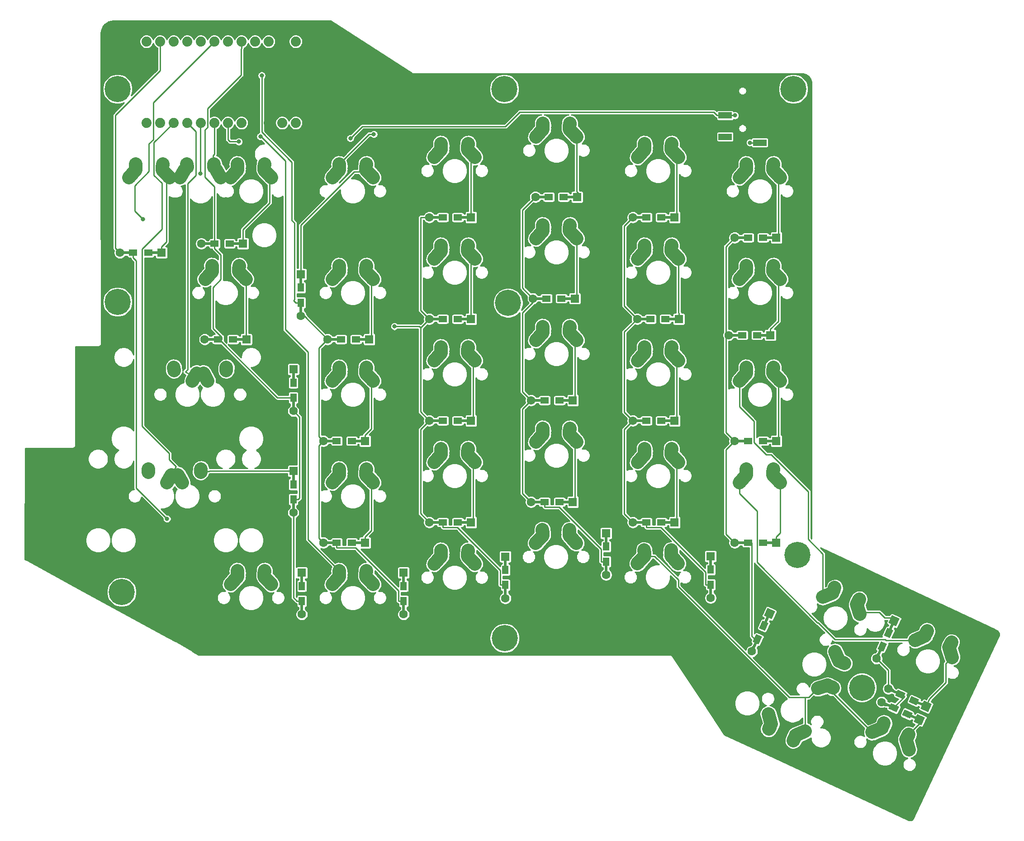
<source format=gbr>
G04 #@! TF.GenerationSoftware,KiCad,Pcbnew,(5.1.5)-3*
G04 #@! TF.CreationDate,2020-01-24T10:20:19+05:30*
G04 #@! TF.ProjectId,ergocape,6572676f-6361-4706-952e-6b696361645f,rev?*
G04 #@! TF.SameCoordinates,Original*
G04 #@! TF.FileFunction,Copper,L2,Bot*
G04 #@! TF.FilePolarity,Positive*
%FSLAX46Y46*%
G04 Gerber Fmt 4.6, Leading zero omitted, Abs format (unit mm)*
G04 Created by KiCad (PCBNEW (5.1.5)-3) date 2020-01-24 10:20:19*
%MOMM*%
%LPD*%
G04 APERTURE LIST*
%ADD10C,2.500000*%
%ADD11C,2.000000*%
%ADD12C,4.900000*%
%ADD13R,1.600000X1.600000*%
%ADD14C,1.600000*%
%ADD15R,2.900000X0.500000*%
%ADD16R,1.600000X1.200000*%
%ADD17C,1.879600*%
%ADD18R,0.500000X2.900000*%
%ADD19R,1.200000X1.600000*%
%ADD20C,0.100000*%
%ADD21C,2.500000*%
%ADD22R,2.500000X1.200000*%
%ADD23C,0.800000*%
%ADD24C,0.250000*%
%ADD25C,0.254000*%
G04 APERTURE END LIST*
D10*
X57824995Y-68732896D02*
X56515005Y-70192904D01*
X62825001Y-68232900D02*
X62864999Y-67652900D01*
X62825005Y-68732896D02*
X64134995Y-70192904D01*
D11*
X62865000Y-67652900D03*
X62825000Y-68232900D03*
X56515000Y-70192900D03*
X57825000Y-68732900D03*
X64135000Y-70192900D03*
X62825000Y-68732900D03*
X57785000Y-67652900D03*
X57825000Y-68232900D03*
D10*
X57824999Y-68232900D02*
X57785001Y-67652900D01*
X53125724Y-49182228D02*
X53086276Y-48603572D01*
X59435816Y-51143207D02*
X58626184Y-49682593D01*
X51816184Y-51143207D02*
X52625816Y-49682593D01*
X58126276Y-49182228D02*
X58165724Y-48603572D01*
D12*
X40132000Y-74447400D03*
X112522000Y-34569400D03*
X166624000Y-34569400D03*
X112586000Y-137439000D03*
X40894000Y-128803000D03*
X113220000Y-74637900D03*
X179451000Y-146710000D03*
X40132000Y-34569400D03*
X167386000Y-121818000D03*
D10*
X45918524Y-106332328D02*
X45879076Y-105753672D01*
X52228616Y-108293307D02*
X51418984Y-106832693D01*
D13*
X126138000Y-54794200D03*
D14*
X118338000Y-54794200D03*
D15*
X124738000Y-54794200D03*
D16*
X123638000Y-54794200D03*
X120838000Y-54794200D03*
D15*
X119738000Y-54794200D03*
D17*
X73456800Y-25654000D03*
X70916800Y-25654000D03*
X68376800Y-25654000D03*
X65836800Y-25654000D03*
X63296800Y-25654000D03*
X60756800Y-25654000D03*
X58216800Y-25654000D03*
X55676800Y-25654000D03*
X53136800Y-25654000D03*
X50596800Y-25654000D03*
X48056800Y-25654000D03*
X45516800Y-25654000D03*
X45516800Y-40894000D03*
X48056800Y-40894000D03*
X50596800Y-40894000D03*
X53136800Y-40894000D03*
X55676800Y-40894000D03*
X58216800Y-40894000D03*
X60756800Y-40894000D03*
X63296800Y-40894000D03*
X65836800Y-40894000D03*
X68376800Y-40894000D03*
X70916800Y-40894000D03*
X73456800Y-40894000D03*
D10*
X86677499Y-48602900D02*
X86637501Y-49182900D01*
D11*
X81597500Y-48602900D03*
X81637500Y-49182900D03*
D10*
X81597501Y-48602900D02*
X81637499Y-49182900D01*
D11*
X87947500Y-51142900D03*
X86637500Y-49682900D03*
D10*
X80327505Y-51142904D02*
X81637495Y-49682896D01*
X87947495Y-51142904D02*
X86637505Y-49682896D01*
D11*
X80327500Y-51142900D03*
X81637500Y-49682900D03*
X86677500Y-48602900D03*
X86637500Y-49182900D03*
D10*
X188197922Y-155472407D02*
X187916552Y-155981161D01*
D11*
X183593879Y-153325506D03*
X183385013Y-153868069D03*
D10*
X183593880Y-153325507D02*
X183385012Y-153868069D01*
D11*
X188275483Y-158311154D03*
X187705243Y-156434315D03*
D10*
X181369420Y-155090809D02*
X183173702Y-154321217D01*
X188275477Y-158311156D02*
X187705249Y-156434312D01*
D11*
X181369418Y-155090803D03*
X183173704Y-154321223D03*
X188197923Y-155472407D03*
X187916552Y-155981161D03*
D13*
X74422000Y-69277400D03*
D14*
X74422000Y-77077400D03*
D18*
X74422000Y-70677400D03*
D19*
X74422000Y-71777400D03*
X74422000Y-74577400D03*
D18*
X74422000Y-75677400D03*
D13*
X106294000Y-58604200D03*
D14*
X98494000Y-58604200D03*
D15*
X104894000Y-58604200D03*
D16*
X103794000Y-58604200D03*
X100994000Y-58604200D03*
D15*
X99894000Y-58604200D03*
D13*
X144394000Y-58604200D03*
D14*
X136594000Y-58604200D03*
D15*
X142994000Y-58604200D03*
D16*
X141894000Y-58604200D03*
X139094000Y-58604200D03*
D15*
X137994000Y-58604200D03*
D13*
X163444000Y-62414200D03*
D14*
X155644000Y-62414200D03*
D15*
X162044000Y-62414200D03*
D16*
X160944000Y-62414200D03*
X158144000Y-62414200D03*
D15*
X157044000Y-62414200D03*
D13*
X93662500Y-125189000D03*
D14*
X93662500Y-132989000D03*
D18*
X93662500Y-126589000D03*
D19*
X93662500Y-127689000D03*
X93662500Y-130489000D03*
D18*
X93662500Y-131589000D03*
D13*
X151130000Y-122109000D03*
D14*
X151130000Y-129909000D03*
D18*
X151130000Y-123509000D03*
D19*
X151130000Y-124609000D03*
X151130000Y-127409000D03*
D18*
X151130000Y-128509000D03*
D13*
X131572000Y-117791000D03*
D14*
X131572000Y-125591000D03*
D18*
X131572000Y-119191000D03*
D19*
X131572000Y-120291000D03*
X131572000Y-123091000D03*
D18*
X131572000Y-124191000D03*
D13*
X73025000Y-87089200D03*
D14*
X73025000Y-94889200D03*
D18*
X73025000Y-88489200D03*
D19*
X73025000Y-89589200D03*
X73025000Y-92389200D03*
D18*
X73025000Y-93489200D03*
D13*
X74612500Y-125189000D03*
D14*
X74612500Y-132989000D03*
D18*
X74612500Y-126589000D03*
D19*
X74612500Y-127689000D03*
X74612500Y-130489000D03*
D18*
X74612500Y-131589000D03*
D13*
X125344000Y-92894200D03*
D14*
X117544000Y-92894200D03*
D15*
X123944000Y-92894200D03*
D16*
X122844000Y-92894200D03*
X120044000Y-92894200D03*
D15*
X118944000Y-92894200D03*
D13*
X63590000Y-63525400D03*
D14*
X55790000Y-63525400D03*
D15*
X62190000Y-63525400D03*
D16*
X61090000Y-63525400D03*
X58290000Y-63525400D03*
D15*
X57190000Y-63525400D03*
D13*
X73025000Y-106139000D03*
D14*
X73025000Y-113939000D03*
D18*
X73025000Y-107539000D03*
D19*
X73025000Y-108639000D03*
X73025000Y-111439000D03*
D18*
X73025000Y-112539000D03*
D13*
X64225000Y-81464200D03*
D14*
X56425000Y-81464200D03*
D15*
X62825000Y-81464200D03*
D16*
X61725000Y-81464200D03*
X58925000Y-81464200D03*
D15*
X57825000Y-81464200D03*
G04 #@! TA.AperFunction,ComponentPad*
D20*
G36*
X190406459Y-150606163D02*
G01*
X191082648Y-149156070D01*
X192532741Y-149832259D01*
X191856552Y-151282352D01*
X190406459Y-150606163D01*
G37*
G04 #@! TD.AperFunction*
D14*
X184400400Y-146922789D03*
G04 #@! TA.AperFunction,Conductor*
D20*
G36*
X188780968Y-149241326D02*
G01*
X188992277Y-148788173D01*
X191620570Y-150013766D01*
X191409261Y-150466919D01*
X188780968Y-149241326D01*
G37*
G04 #@! TD.AperFunction*
G04 #@! TA.AperFunction,SMDPad,CuDef*
G36*
X188225214Y-149368356D02*
G01*
X188732356Y-148280787D01*
X190182448Y-148956976D01*
X189675306Y-150044545D01*
X188225214Y-149368356D01*
G37*
G04 #@! TD.AperFunction*
G04 #@! TA.AperFunction,SMDPad,CuDef*
G36*
X185687552Y-148185024D02*
G01*
X186194694Y-147097455D01*
X187644786Y-147773644D01*
X187137644Y-148861213D01*
X185687552Y-148185024D01*
G37*
G04 #@! TD.AperFunction*
G04 #@! TA.AperFunction,Conductor*
G36*
X184249430Y-147128234D02*
G01*
X184460739Y-146675081D01*
X187089032Y-147900674D01*
X186877723Y-148353827D01*
X184249430Y-147128234D01*
G37*
G04 #@! TD.AperFunction*
G04 #@! TA.AperFunction,ComponentPad*
G36*
X189156459Y-153105163D02*
G01*
X189832648Y-151655070D01*
X191282741Y-152331259D01*
X190606552Y-153781352D01*
X189156459Y-153105163D01*
G37*
G04 #@! TD.AperFunction*
D14*
X183150400Y-149421789D03*
G04 #@! TA.AperFunction,Conductor*
D20*
G36*
X187530968Y-151740326D02*
G01*
X187742277Y-151287173D01*
X190370570Y-152512766D01*
X190159261Y-152965919D01*
X187530968Y-151740326D01*
G37*
G04 #@! TD.AperFunction*
G04 #@! TA.AperFunction,SMDPad,CuDef*
G36*
X186975214Y-151867356D02*
G01*
X187482356Y-150779787D01*
X188932448Y-151455976D01*
X188425306Y-152543545D01*
X186975214Y-151867356D01*
G37*
G04 #@! TD.AperFunction*
G04 #@! TA.AperFunction,SMDPad,CuDef*
G36*
X184437552Y-150684024D02*
G01*
X184944694Y-149596455D01*
X186394786Y-150272644D01*
X185887644Y-151360213D01*
X184437552Y-150684024D01*
G37*
G04 #@! TD.AperFunction*
G04 #@! TA.AperFunction,Conductor*
G36*
X182999430Y-149627234D02*
G01*
X183210739Y-149174081D01*
X185839032Y-150399674D01*
X185627723Y-150852827D01*
X182999430Y-149627234D01*
G37*
G04 #@! TD.AperFunction*
G04 #@! TA.AperFunction,ComponentPad*
G36*
X162538163Y-133907541D02*
G01*
X161088070Y-133231352D01*
X161764259Y-131781259D01*
X163214352Y-132457448D01*
X162538163Y-133907541D01*
G37*
G04 #@! TD.AperFunction*
D14*
X158854789Y-139913600D03*
G04 #@! TA.AperFunction,Conductor*
D20*
G36*
X161173326Y-135533032D02*
G01*
X160720173Y-135321723D01*
X161945766Y-132693430D01*
X162398919Y-132904739D01*
X161173326Y-135533032D01*
G37*
G04 #@! TD.AperFunction*
G04 #@! TA.AperFunction,SMDPad,CuDef*
G36*
X161300356Y-136088786D02*
G01*
X160212787Y-135581644D01*
X160888976Y-134131552D01*
X161976545Y-134638694D01*
X161300356Y-136088786D01*
G37*
G04 #@! TD.AperFunction*
G04 #@! TA.AperFunction,SMDPad,CuDef*
G36*
X160117024Y-138626448D02*
G01*
X159029455Y-138119306D01*
X159705644Y-136669214D01*
X160793213Y-137176356D01*
X160117024Y-138626448D01*
G37*
G04 #@! TD.AperFunction*
G04 #@! TA.AperFunction,Conductor*
G36*
X159060234Y-140064570D02*
G01*
X158607081Y-139853261D01*
X159832674Y-137224968D01*
X160285827Y-137436277D01*
X159060234Y-140064570D01*
G37*
G04 #@! TD.AperFunction*
D13*
X112712000Y-122173000D03*
D14*
X112712000Y-129973000D03*
D18*
X112712000Y-123573000D03*
D19*
X112712000Y-124673000D03*
X112712000Y-127473000D03*
D18*
X112712000Y-128573000D03*
D13*
X86450000Y-100514000D03*
D14*
X78650000Y-100514000D03*
D15*
X85050000Y-100514000D03*
D16*
X83950000Y-100514000D03*
X81150000Y-100514000D03*
D15*
X80050000Y-100514000D03*
D13*
X163444000Y-119564000D03*
D14*
X155644000Y-119564000D03*
D15*
X162044000Y-119564000D03*
D16*
X160944000Y-119564000D03*
X158144000Y-119564000D03*
D15*
X157044000Y-119564000D03*
D13*
X125344000Y-111944000D03*
D14*
X117544000Y-111944000D03*
D15*
X123944000Y-111944000D03*
D16*
X122844000Y-111944000D03*
X120044000Y-111944000D03*
D15*
X118944000Y-111944000D03*
D13*
X125693000Y-73812400D03*
D14*
X117893000Y-73812400D03*
D15*
X124293000Y-73812400D03*
D16*
X123193000Y-73812400D03*
X120393000Y-73812400D03*
D15*
X119293000Y-73812400D03*
D13*
X144394000Y-96704200D03*
D14*
X136594000Y-96704200D03*
D15*
X142994000Y-96704200D03*
D16*
X141894000Y-96704200D03*
X139094000Y-96704200D03*
D15*
X137994000Y-96704200D03*
D13*
X163444000Y-100514000D03*
D14*
X155644000Y-100514000D03*
D15*
X162044000Y-100514000D03*
D16*
X160944000Y-100514000D03*
X158144000Y-100514000D03*
D15*
X157044000Y-100514000D03*
D13*
X87243800Y-81464200D03*
D14*
X79443800Y-81464200D03*
D15*
X85843800Y-81464200D03*
D16*
X84743800Y-81464200D03*
X81943800Y-81464200D03*
D15*
X80843800Y-81464200D03*
D13*
X145188000Y-77654200D03*
D14*
X137388000Y-77654200D03*
D15*
X143788000Y-77654200D03*
D16*
X142688000Y-77654200D03*
X139888000Y-77654200D03*
D15*
X138788000Y-77654200D03*
D13*
X106294000Y-96704200D03*
D14*
X98494000Y-96704200D03*
D15*
X104894000Y-96704200D03*
D16*
X103794000Y-96704200D03*
X100994000Y-96704200D03*
D15*
X99894000Y-96704200D03*
D13*
X162332000Y-80670400D03*
D14*
X154532000Y-80670400D03*
D15*
X160932000Y-80670400D03*
D16*
X159832000Y-80670400D03*
X157032000Y-80670400D03*
D15*
X155932000Y-80670400D03*
D13*
X144394000Y-115754000D03*
D14*
X136594000Y-115754000D03*
D15*
X142994000Y-115754000D03*
D16*
X141894000Y-115754000D03*
X139094000Y-115754000D03*
D15*
X137994000Y-115754000D03*
D13*
X106294000Y-77654200D03*
D14*
X98494000Y-77654200D03*
D15*
X104894000Y-77654200D03*
D16*
X103794000Y-77654200D03*
X100994000Y-77654200D03*
D15*
X99894000Y-77654200D03*
D13*
X106294000Y-115754000D03*
D14*
X98494000Y-115754000D03*
D15*
X104894000Y-115754000D03*
D16*
X103794000Y-115754000D03*
X100994000Y-115754000D03*
D15*
X99894000Y-115754000D03*
D13*
X86450000Y-119564000D03*
D14*
X78650000Y-119564000D03*
D15*
X85050000Y-119564000D03*
D16*
X83950000Y-119564000D03*
X81150000Y-119564000D03*
D15*
X80050000Y-119564000D03*
D10*
X105727999Y-44792900D02*
X105688001Y-45372900D01*
D11*
X100648000Y-44792900D03*
X100688000Y-45372900D03*
D10*
X100648001Y-44792900D02*
X100687999Y-45372900D01*
D11*
X106998000Y-47332900D03*
X105688000Y-45872900D03*
D10*
X99378005Y-47332904D02*
X100687995Y-45872896D01*
X106997995Y-47332904D02*
X105688005Y-45872896D01*
D11*
X99378000Y-47332900D03*
X100688000Y-45872900D03*
X105728000Y-44792900D03*
X105688000Y-45372900D03*
D10*
X124777999Y-40982900D02*
X124738001Y-41562900D01*
D11*
X119698000Y-40982900D03*
X119738000Y-41562900D03*
D10*
X119698001Y-40982900D02*
X119737999Y-41562900D01*
D11*
X126048000Y-43522900D03*
X124738000Y-42062900D03*
D10*
X118428005Y-43522904D02*
X119737995Y-42062896D01*
X126047995Y-43522904D02*
X124738005Y-42062896D01*
D11*
X118428000Y-43522900D03*
X119738000Y-42062900D03*
X124778000Y-40982900D03*
X124738000Y-41562900D03*
D10*
X143827999Y-44792900D02*
X143788001Y-45372900D01*
D11*
X138748000Y-44792900D03*
X138788000Y-45372900D03*
D10*
X138748001Y-44792900D02*
X138787999Y-45372900D01*
D11*
X145098000Y-47332900D03*
X143788000Y-45872900D03*
D10*
X137478005Y-47332904D02*
X138787995Y-45872896D01*
X145097995Y-47332904D02*
X143788005Y-45872896D01*
D11*
X137478000Y-47332900D03*
X138788000Y-45872900D03*
X143828000Y-44792900D03*
X143788000Y-45372900D03*
D10*
X162877999Y-48602900D02*
X162838001Y-49182900D01*
D11*
X157798000Y-48602900D03*
X157838000Y-49182900D03*
D10*
X157798001Y-48602900D02*
X157837999Y-49182900D01*
D11*
X164148000Y-51142900D03*
X162838000Y-49682900D03*
D10*
X156528005Y-51142904D02*
X157837995Y-49682896D01*
X164147995Y-51142904D02*
X162838005Y-49682896D01*
D11*
X156528000Y-51142900D03*
X157838000Y-49682900D03*
X162878000Y-48602900D03*
X162838000Y-49182900D03*
D10*
X86677499Y-86702900D02*
X86637501Y-87282900D01*
D11*
X81597500Y-86702900D03*
X81637500Y-87282900D03*
D10*
X81597501Y-86702900D02*
X81637499Y-87282900D01*
D11*
X87947500Y-89242900D03*
X86637500Y-87782900D03*
D10*
X80327505Y-89242904D02*
X81637495Y-87782896D01*
X87947495Y-89242904D02*
X86637505Y-87782896D01*
D11*
X80327500Y-89242900D03*
X81637500Y-87782900D03*
X86677500Y-86702900D03*
X86637500Y-87282900D03*
D10*
X86677499Y-124803000D02*
X86637501Y-125383000D01*
D11*
X81597500Y-124803000D03*
X81637500Y-125383000D03*
D10*
X81597501Y-124803000D02*
X81637499Y-125383000D01*
D11*
X87947500Y-127343000D03*
X86637500Y-125883000D03*
D10*
X80327505Y-127343004D02*
X81637495Y-125882996D01*
X87947495Y-127343004D02*
X86637505Y-125882996D01*
D11*
X80327500Y-127343000D03*
X81637500Y-125883000D03*
X86677500Y-124803000D03*
X86637500Y-125383000D03*
D10*
X162877999Y-105753000D02*
X162838001Y-106333000D01*
D11*
X157798000Y-105753000D03*
X157838000Y-106333000D03*
D10*
X157798001Y-105753000D02*
X157837999Y-106333000D01*
D11*
X164148000Y-108293000D03*
X162838000Y-106833000D03*
D10*
X156528005Y-108293004D02*
X157837995Y-106832996D01*
X164147995Y-108293004D02*
X162838005Y-106832996D01*
D11*
X156528000Y-108293000D03*
X157838000Y-106833000D03*
X162878000Y-105753000D03*
X162838000Y-106333000D03*
D10*
X124713999Y-117119000D02*
X124674001Y-117699000D01*
D11*
X119634000Y-117119000D03*
X119674000Y-117699000D03*
D10*
X119634001Y-117119000D02*
X119673999Y-117699000D01*
D11*
X125984000Y-119659000D03*
X124674000Y-118199000D03*
D10*
X118364005Y-119659004D02*
X119673995Y-118198996D01*
X125983995Y-119659004D02*
X124674005Y-118198996D01*
D11*
X118364000Y-119659000D03*
X119674000Y-118199000D03*
X124714000Y-117119000D03*
X124674000Y-117699000D03*
D10*
X143763999Y-120929000D02*
X143724001Y-121509000D01*
D11*
X138684000Y-120929000D03*
X138724000Y-121509000D03*
D10*
X138684001Y-120929000D02*
X138723999Y-121509000D01*
D11*
X145034000Y-123469000D03*
X143724000Y-122009000D03*
D10*
X137414005Y-123469004D02*
X138723995Y-122008996D01*
X145033995Y-123469004D02*
X143724005Y-122008996D01*
D11*
X137414000Y-123469000D03*
X138724000Y-122009000D03*
X143764000Y-120929000D03*
X143724000Y-121509000D03*
D10*
X124777999Y-98133000D02*
X124738001Y-98713000D01*
D11*
X119698000Y-98133000D03*
X119738000Y-98713000D03*
D10*
X119698001Y-98133000D02*
X119737999Y-98713000D01*
D11*
X126048000Y-100673000D03*
X124738000Y-99213000D03*
D10*
X118428005Y-100673004D02*
X119737995Y-99212996D01*
X126047995Y-100673004D02*
X124738005Y-99212996D01*
D11*
X118428000Y-100673000D03*
X119738000Y-99213000D03*
X124778000Y-98133000D03*
X124738000Y-98713000D03*
D10*
X60483524Y-86703572D02*
X60444076Y-87282228D01*
X54944890Y-87783300D02*
X54132710Y-89242500D01*
X67627499Y-124803000D02*
X67587501Y-125383000D01*
D11*
X62547500Y-124803000D03*
X62587500Y-125383000D03*
D10*
X62547501Y-124803000D02*
X62587499Y-125383000D01*
D11*
X68897500Y-127343000D03*
X67587500Y-125883000D03*
D10*
X61277505Y-127343004D02*
X62587495Y-125882996D01*
X68897495Y-127343004D02*
X67587505Y-125882996D01*
D11*
X61277500Y-127343000D03*
X62587500Y-125883000D03*
X67627500Y-124803000D03*
X67587500Y-125383000D03*
D10*
X124777999Y-79082900D02*
X124738001Y-79662900D01*
D11*
X119698000Y-79082900D03*
X119738000Y-79662900D03*
D10*
X119698001Y-79082900D02*
X119737999Y-79662900D01*
D11*
X126048000Y-81622900D03*
X124738000Y-80162900D03*
D10*
X118428005Y-81622904D02*
X119737995Y-80162896D01*
X126047995Y-81622904D02*
X124738005Y-80162896D01*
D11*
X118428000Y-81622900D03*
X119738000Y-80162900D03*
X124778000Y-79082900D03*
X124738000Y-79662900D03*
D10*
X124777999Y-60032900D02*
X124738001Y-60612900D01*
D11*
X119698000Y-60032900D03*
X119738000Y-60612900D03*
D10*
X119698001Y-60032900D02*
X119737999Y-60612900D01*
D11*
X126048000Y-62572900D03*
X124738000Y-61112900D03*
D10*
X118428005Y-62572904D02*
X119737995Y-61112896D01*
X126047995Y-62572904D02*
X124738005Y-61112896D01*
D11*
X118428000Y-62572900D03*
X119738000Y-61112900D03*
X124778000Y-60032900D03*
X124738000Y-60612900D03*
D10*
X50680924Y-87282228D02*
X50641476Y-86703572D01*
X56992290Y-89242500D02*
X56180110Y-87783300D01*
X67627499Y-48602900D02*
X67587501Y-49182900D01*
D11*
X62547500Y-48602900D03*
X62587500Y-49182900D03*
D10*
X62547501Y-48602900D02*
X62587499Y-49182900D01*
D11*
X68897500Y-51142900D03*
X67587500Y-49682900D03*
D10*
X61277505Y-51142904D02*
X62587495Y-49682896D01*
X68897495Y-51142904D02*
X67587505Y-49682896D01*
D11*
X61277500Y-51142900D03*
X62587500Y-49682900D03*
X67627500Y-48602900D03*
X67587500Y-49182900D03*
D10*
X143827999Y-82892900D02*
X143788001Y-83472900D01*
D11*
X138748000Y-82892900D03*
X138788000Y-83472900D03*
D10*
X138748001Y-82892900D02*
X138787999Y-83472900D01*
D11*
X145098000Y-85432900D03*
X143788000Y-83972900D03*
D10*
X137478005Y-85432904D02*
X138787995Y-83972896D01*
X145097995Y-85432904D02*
X143788005Y-83972896D01*
D11*
X137478000Y-85432900D03*
X138788000Y-83972900D03*
X143828000Y-82892900D03*
X143788000Y-83472900D03*
D10*
X162877999Y-86702900D02*
X162838001Y-87282900D01*
D11*
X157798000Y-86702900D03*
X157838000Y-87282900D03*
D10*
X157798001Y-86702900D02*
X157837999Y-87282900D01*
D11*
X164148000Y-89242900D03*
X162838000Y-87782900D03*
D10*
X156528005Y-89242904D02*
X157837995Y-87782896D01*
X164147995Y-89242904D02*
X162838005Y-87782896D01*
D11*
X156528000Y-89242900D03*
X157838000Y-87782900D03*
X162878000Y-86702900D03*
X162838000Y-87282900D03*
D10*
X86677499Y-67652900D02*
X86637501Y-68232900D01*
D11*
X81597500Y-67652900D03*
X81637500Y-68232900D03*
D10*
X81597501Y-67652900D02*
X81637499Y-68232900D01*
D11*
X87947500Y-70192900D03*
X86637500Y-68732900D03*
D10*
X80327505Y-70192904D02*
X81637495Y-68732896D01*
X87947495Y-70192904D02*
X86637505Y-68732896D01*
D11*
X80327500Y-70192900D03*
X81637500Y-68732900D03*
X86677500Y-67652900D03*
X86637500Y-68232900D03*
D10*
X143827999Y-63842900D02*
X143788001Y-64422900D01*
D11*
X138748000Y-63842900D03*
X138788000Y-64422900D03*
D10*
X138748001Y-63842900D02*
X138787999Y-64422900D01*
D11*
X145098000Y-66382900D03*
X143788000Y-64922900D03*
D10*
X137478005Y-66382904D02*
X138787995Y-64922896D01*
X145097995Y-66382904D02*
X143788005Y-64922896D01*
D11*
X137478000Y-66382900D03*
X138788000Y-64922900D03*
X143828000Y-63842900D03*
X143788000Y-64422900D03*
D10*
X105727999Y-82892900D02*
X105688001Y-83472900D01*
D11*
X100648000Y-82892900D03*
X100688000Y-83472900D03*
D10*
X100648001Y-82892900D02*
X100687999Y-83472900D01*
D11*
X106998000Y-85432900D03*
X105688000Y-83972900D03*
D10*
X99378005Y-85432904D02*
X100687995Y-83972896D01*
X106997995Y-85432904D02*
X105688005Y-83972896D01*
D11*
X99378000Y-85432900D03*
X100688000Y-83972900D03*
X105728000Y-82892900D03*
X105688000Y-83472900D03*
D10*
X55720924Y-105753672D02*
X55681476Y-106332328D01*
X50182290Y-106833400D02*
X49370110Y-108292600D01*
X162877999Y-67652900D02*
X162838001Y-68232900D01*
D11*
X157798000Y-67652900D03*
X157838000Y-68232900D03*
D10*
X157798001Y-67652900D02*
X157837999Y-68232900D01*
D11*
X164148000Y-70192900D03*
X162838000Y-68732900D03*
D10*
X156528005Y-70192904D02*
X157837995Y-68732896D01*
X164147995Y-70192904D02*
X162838005Y-68732896D01*
D11*
X156528000Y-70192900D03*
X157838000Y-68732900D03*
X162878000Y-67652900D03*
X162838000Y-68232900D03*
D10*
X196247922Y-138207407D02*
X195966552Y-138716161D01*
D11*
X191643879Y-136060506D03*
X191435013Y-136603069D03*
D10*
X191643880Y-136060507D02*
X191435012Y-136603069D01*
D11*
X196325483Y-141046154D03*
X195755243Y-139169315D03*
D10*
X189419420Y-137825809D02*
X191223702Y-137056217D01*
X196325477Y-141046156D02*
X195755249Y-139169312D01*
D11*
X189419418Y-137825803D03*
X191223704Y-137056223D03*
X196247923Y-138207407D03*
X195966552Y-138716161D03*
D10*
X143827999Y-101943000D02*
X143788001Y-102523000D01*
D11*
X138748000Y-101943000D03*
X138788000Y-102523000D03*
D10*
X138748001Y-101943000D02*
X138787999Y-102523000D01*
D11*
X145098000Y-104483000D03*
X143788000Y-103023000D03*
D10*
X137478005Y-104483004D02*
X138787995Y-103022996D01*
X145097995Y-104483004D02*
X143788005Y-103022996D01*
D11*
X137478000Y-104483000D03*
X138788000Y-103023000D03*
X143828000Y-101943000D03*
X143788000Y-102523000D03*
D10*
X105727999Y-63842900D02*
X105688001Y-64422900D01*
D11*
X100648000Y-63842900D03*
X100688000Y-64422900D03*
D10*
X100648001Y-63842900D02*
X100687999Y-64422900D01*
D11*
X106998000Y-66382900D03*
X105688000Y-64922900D03*
D10*
X99378005Y-66382904D02*
X100687995Y-64922896D01*
X106997995Y-66382904D02*
X105688005Y-64922896D01*
D11*
X99378000Y-66382900D03*
X100688000Y-64922900D03*
X105728000Y-63842900D03*
X105688000Y-64422900D03*
D10*
X105727999Y-120993000D02*
X105688001Y-121573000D01*
D11*
X100648000Y-120993000D03*
X100688000Y-121573000D03*
D10*
X100648001Y-120993000D02*
X100687999Y-121573000D01*
D11*
X106998000Y-123533000D03*
X105688000Y-122073000D03*
D10*
X99378005Y-123533004D02*
X100687995Y-122072996D01*
X106997995Y-123533004D02*
X105688005Y-122072996D01*
D11*
X99378000Y-123533000D03*
X100688000Y-122073000D03*
X105728000Y-120993000D03*
X105688000Y-121573000D03*
D10*
X105727999Y-101943000D02*
X105688001Y-102523000D01*
D11*
X100648000Y-101943000D03*
X100688000Y-102523000D03*
D10*
X100648001Y-101943000D02*
X100687999Y-102523000D01*
D11*
X106998000Y-104483000D03*
X105688000Y-103023000D03*
D10*
X99378005Y-104483004D02*
X100687995Y-103022996D01*
X106997995Y-104483004D02*
X105688005Y-103022996D01*
D11*
X99378000Y-104483000D03*
X100688000Y-103023000D03*
X105728000Y-101943000D03*
X105688000Y-102523000D03*
D10*
X86677499Y-105753000D02*
X86637501Y-106333000D01*
D11*
X81597500Y-105753000D03*
X81637500Y-106333000D03*
D10*
X81597501Y-105753000D02*
X81637499Y-106333000D01*
D11*
X87947500Y-108293000D03*
X86637500Y-106833000D03*
D10*
X80327505Y-108293004D02*
X81637495Y-106832996D01*
X87947495Y-108293004D02*
X86637505Y-106832996D01*
D11*
X80327500Y-108293000D03*
X81637500Y-106833000D03*
X86677500Y-105753000D03*
X86637500Y-106333000D03*
G04 #@! TA.AperFunction,ComponentPad*
D20*
G36*
X185872163Y-135267541D02*
G01*
X184422070Y-134591352D01*
X185098259Y-133141259D01*
X186548352Y-133817448D01*
X185872163Y-135267541D01*
G37*
G04 #@! TD.AperFunction*
D14*
X182188789Y-141273600D03*
G04 #@! TA.AperFunction,Conductor*
D20*
G36*
X184507326Y-136893032D02*
G01*
X184054173Y-136681723D01*
X185279766Y-134053430D01*
X185732919Y-134264739D01*
X184507326Y-136893032D01*
G37*
G04 #@! TD.AperFunction*
G04 #@! TA.AperFunction,SMDPad,CuDef*
G36*
X184634356Y-137448786D02*
G01*
X183546787Y-136941644D01*
X184222976Y-135491552D01*
X185310545Y-135998694D01*
X184634356Y-137448786D01*
G37*
G04 #@! TD.AperFunction*
G04 #@! TA.AperFunction,SMDPad,CuDef*
G36*
X183451024Y-139986448D02*
G01*
X182363455Y-139479306D01*
X183039644Y-138029214D01*
X184127213Y-138536356D01*
X183451024Y-139986448D01*
G37*
G04 #@! TD.AperFunction*
G04 #@! TA.AperFunction,Conductor*
G36*
X182394234Y-141424570D02*
G01*
X181941081Y-141213261D01*
X183166674Y-138584968D01*
X183619827Y-138796277D01*
X182394234Y-141424570D01*
G37*
G04 #@! TD.AperFunction*
D10*
X178970922Y-130144407D02*
X178689552Y-130653161D01*
D11*
X174366879Y-127997506D03*
X174158013Y-128540069D03*
D10*
X174366880Y-127997507D02*
X174158012Y-128540069D01*
D11*
X179048483Y-132983154D03*
X178478243Y-131106315D03*
D10*
X172142420Y-129762809D02*
X173946702Y-128993217D01*
X179048477Y-132983156D02*
X178478249Y-131106312D01*
D11*
X172142418Y-129762803D03*
X173946704Y-128993223D03*
X178970923Y-130144407D03*
X178689552Y-130653161D03*
D10*
X162022078Y-154470593D02*
X162303448Y-153961839D01*
D11*
X166626121Y-156617494D03*
X166834987Y-156074931D03*
D10*
X166626120Y-156617493D02*
X166834988Y-156074931D01*
D11*
X161944517Y-151631846D03*
X162514757Y-153508685D03*
D10*
X168850580Y-154852191D02*
X167046298Y-155621783D01*
X161944523Y-151631844D02*
X162514751Y-153508688D01*
D11*
X168850582Y-154852197D03*
X167046296Y-155621777D03*
X162022077Y-154470593D03*
X162303448Y-153961839D03*
D21*
X176186494Y-142163879D03*
X175643931Y-141955013D03*
D10*
X176186411Y-142164093D02*
X175644013Y-141954799D01*
D11*
X171200846Y-146845483D03*
D21*
X173077685Y-146275243D03*
D10*
X174421191Y-139939420D02*
X175190783Y-141743702D01*
X171200844Y-146845477D02*
X173077688Y-146275249D01*
D11*
X174421197Y-139939418D03*
D21*
X175190777Y-141743704D03*
D11*
X174039593Y-146767923D03*
X173530839Y-146486552D03*
D10*
X174039704Y-146767722D02*
X173530728Y-146486752D01*
D22*
X153852000Y-39506900D03*
X153852000Y-36506900D03*
X153852000Y-43506900D03*
X160352000Y-44606900D03*
D13*
X48350000Y-65227200D03*
D14*
X40550000Y-65227200D03*
D15*
X46950000Y-65227200D03*
D16*
X45850000Y-65227200D03*
X43050000Y-65227200D03*
D15*
X41950000Y-65227200D03*
D10*
X48590199Y-48615600D02*
X48550201Y-49195600D01*
D11*
X43510200Y-48615600D03*
X43550200Y-49195600D03*
D10*
X43510201Y-48615600D02*
X43550199Y-49195600D01*
D11*
X49860200Y-51155600D03*
X48550200Y-49695600D03*
D10*
X42240205Y-51155604D02*
X43550195Y-49695596D01*
X49860195Y-51155604D02*
X48550205Y-49695596D01*
D11*
X42240200Y-51155600D03*
X43550200Y-49695600D03*
X48590200Y-48615600D03*
X48550200Y-49195600D03*
D23*
X155709100Y-36506900D03*
X158470100Y-44606900D03*
X67106700Y-32003900D03*
X44831000Y-58928000D03*
X91948000Y-79044800D03*
X49383600Y-115082300D03*
X88091200Y-43031000D03*
X66853200Y-43447000D03*
X55632100Y-50439500D03*
X155708500Y-39506900D03*
X62814200Y-44424600D03*
X83693000Y-43815000D03*
D24*
X68376800Y-40894000D02*
X70916800Y-38354000D01*
X70916800Y-38354000D02*
X70916800Y-25654000D01*
X155430500Y-36506900D02*
X155709100Y-36506900D01*
X153852000Y-36506900D02*
X155430500Y-36506900D01*
X160352000Y-44606900D02*
X158470100Y-44606900D01*
X74422000Y-70677400D02*
X74422000Y-69277400D01*
X74422000Y-71777400D02*
X74422000Y-70677400D01*
X86637500Y-50085400D02*
X84392500Y-50085400D01*
X84392500Y-50085400D02*
X74422000Y-60055900D01*
X74422000Y-60055900D02*
X74422000Y-69277400D01*
X87292500Y-50412900D02*
X86965000Y-50085400D01*
X86965000Y-50085400D02*
X86637500Y-50085400D01*
X86637500Y-50085400D02*
X86637500Y-49682900D01*
X87947500Y-51142900D02*
X87292500Y-50487900D01*
X87292500Y-50487900D02*
X87292500Y-50412900D01*
X86637500Y-49682900D02*
X86637500Y-49182900D01*
X86677500Y-48602900D02*
X86657500Y-48622900D01*
X86657500Y-48622900D02*
X86657500Y-48892900D01*
X86637500Y-49182900D02*
X86657500Y-49162900D01*
X86657500Y-49162900D02*
X86657500Y-48892900D01*
X73493500Y-74577400D02*
X73071300Y-74155200D01*
X73071300Y-74155200D02*
X73204100Y-74022400D01*
X73204100Y-74022400D02*
X73204100Y-59654200D01*
X73204100Y-59654200D02*
X72750600Y-59200700D01*
X72750600Y-59200700D02*
X72750600Y-48276200D01*
X72750600Y-48276200D02*
X67106700Y-42632300D01*
X67106700Y-42632300D02*
X67106700Y-32003900D01*
X74422000Y-75677400D02*
X74422000Y-77077400D01*
X74422000Y-74577400D02*
X74422000Y-75677400D01*
X93662500Y-130489000D02*
X92734000Y-130489000D01*
X92734000Y-130489000D02*
X92734000Y-128555100D01*
X92734000Y-128555100D02*
X84671400Y-120492500D01*
X84671400Y-120492500D02*
X81150000Y-120492500D01*
X93662500Y-130489000D02*
X93662500Y-131589000D01*
X81150000Y-119564000D02*
X81150000Y-120492500D01*
X93662500Y-131589000D02*
X93662500Y-132989000D01*
X78650000Y-100514000D02*
X77828000Y-99692000D01*
X77828000Y-99692000D02*
X77828000Y-83080000D01*
X77828000Y-83080000D02*
X79443800Y-81464200D01*
X78650000Y-119564000D02*
X77816700Y-118730700D01*
X77816700Y-118730700D02*
X77816700Y-101347300D01*
X77816700Y-101347300D02*
X78650000Y-100514000D01*
X80050000Y-100514000D02*
X78650000Y-100514000D01*
X81150000Y-100514000D02*
X80050000Y-100514000D01*
X79443800Y-81464200D02*
X75057000Y-77077400D01*
X75057000Y-77077400D02*
X74422000Y-77077400D01*
X80843800Y-81464200D02*
X79443800Y-81464200D01*
X81943800Y-81464200D02*
X80843800Y-81464200D01*
X80050000Y-119564000D02*
X78650000Y-119564000D01*
X81150000Y-119564000D02*
X80050000Y-119564000D01*
X74422000Y-74577400D02*
X73493500Y-74577400D01*
X104894000Y-58604200D02*
X106294000Y-58604200D01*
X103794000Y-58604200D02*
X104894000Y-58604200D01*
X106998000Y-47332900D02*
X106294000Y-48036900D01*
X106294000Y-48036900D02*
X106294000Y-58604200D01*
X106998000Y-47332900D02*
X106343000Y-46677900D01*
X106343000Y-46677900D02*
X106343000Y-46602900D01*
X105688000Y-45872900D02*
X105688000Y-45372900D01*
X106343000Y-46602900D02*
X105688000Y-45947900D01*
X105688000Y-45947900D02*
X105688000Y-45872900D01*
X105728000Y-44792900D02*
X105708000Y-44812900D01*
X105708000Y-44812900D02*
X105708000Y-45082900D01*
X105688000Y-45372900D02*
X105708000Y-45352900D01*
X105708000Y-45352900D02*
X105708000Y-45082900D01*
X98494000Y-77654200D02*
X96879400Y-76039600D01*
X96879400Y-76039600D02*
X96879400Y-58604200D01*
X96879400Y-58604200D02*
X98494000Y-58604200D01*
X99894000Y-58604200D02*
X98494000Y-58604200D01*
X100994000Y-58604200D02*
X99894000Y-58604200D01*
X112712000Y-127473000D02*
X111783500Y-127473000D01*
X111783500Y-127473000D02*
X111783500Y-124739800D01*
X111783500Y-124739800D02*
X103726200Y-116682500D01*
X103726200Y-116682500D02*
X100994000Y-116682500D01*
X112712000Y-127473000D02*
X112712000Y-128573000D01*
X100994000Y-115754000D02*
X100994000Y-116682500D01*
X112712000Y-128573000D02*
X112712000Y-129973000D01*
X98494000Y-96704200D02*
X96846300Y-95056500D01*
X96846300Y-95056500D02*
X96846300Y-79301900D01*
X96846300Y-79301900D02*
X98494000Y-77654200D01*
X98494000Y-115754000D02*
X96850300Y-114110300D01*
X96850300Y-114110300D02*
X96850300Y-98347900D01*
X96850300Y-98347900D02*
X98494000Y-96704200D01*
X99894000Y-96704200D02*
X98494000Y-96704200D01*
X100994000Y-96704200D02*
X99894000Y-96704200D01*
X99894000Y-77654200D02*
X98494000Y-77654200D01*
X100994000Y-77654200D02*
X99894000Y-77654200D01*
X99894000Y-115754000D02*
X98494000Y-115754000D01*
X100994000Y-115754000D02*
X99894000Y-115754000D01*
X46784801Y-44065065D02*
X45999400Y-44850466D01*
X58216800Y-25654000D02*
X46784801Y-37085999D01*
X46784801Y-37085999D02*
X46784801Y-44065065D01*
X45999400Y-44850466D02*
X45999400Y-49961800D01*
X45999400Y-49961800D02*
X43307000Y-52654200D01*
X43307000Y-52654200D02*
X43307000Y-57277000D01*
X43307000Y-57277000D02*
X43307000Y-57404000D01*
X43307000Y-57404000D02*
X44831000Y-58928000D01*
X96589200Y-79044800D02*
X96846300Y-79301900D01*
X91948000Y-79044800D02*
X96589200Y-79044800D01*
X119738000Y-54794200D02*
X118338000Y-54794200D01*
X120838000Y-54794200D02*
X119738000Y-54794200D01*
X131572000Y-123091000D02*
X130643500Y-123091000D01*
X130643500Y-123091000D02*
X130643500Y-120747400D01*
X130643500Y-120747400D02*
X122768600Y-112872500D01*
X122768600Y-112872500D02*
X120044000Y-112872500D01*
X131572000Y-123091000D02*
X131572000Y-124191000D01*
X120044000Y-111944000D02*
X120044000Y-112872500D01*
X131572000Y-124191000D02*
X131572000Y-125591000D01*
X117893000Y-73812400D02*
X115904000Y-71823400D01*
X115904000Y-71823400D02*
X115904000Y-57228200D01*
X115904000Y-57228200D02*
X118338000Y-54794200D01*
X117544000Y-92894200D02*
X115905900Y-91256100D01*
X115905900Y-91256100D02*
X115905900Y-76499500D01*
X115905900Y-76499500D02*
X117893000Y-74512400D01*
X117893000Y-74512400D02*
X117893000Y-73812400D01*
X118944000Y-92894200D02*
X117544000Y-92894200D01*
X120044000Y-92894200D02*
X118944000Y-92894200D01*
X117544000Y-111944000D02*
X115929400Y-110329400D01*
X115929400Y-110329400D02*
X115929400Y-94508800D01*
X115929400Y-94508800D02*
X117544000Y-92894200D01*
X118944000Y-111944000D02*
X117544000Y-111944000D01*
X120044000Y-111944000D02*
X118944000Y-111944000D01*
X119293000Y-73812400D02*
X117893000Y-73812400D01*
X120393000Y-73812400D02*
X119293000Y-73812400D01*
X123638000Y-54794200D02*
X124738000Y-54794200D01*
X126048000Y-43522900D02*
X126048000Y-53747200D01*
X126048000Y-53747200D02*
X126516500Y-54215700D01*
X126516500Y-54215700D02*
X126516500Y-54794200D01*
X125393000Y-42792900D02*
X125393000Y-42867900D01*
X125393000Y-42867900D02*
X126048000Y-43522900D01*
X126138000Y-54794200D02*
X126516500Y-54794200D01*
X124738000Y-54794200D02*
X126138000Y-54794200D01*
X124738000Y-42062900D02*
X124738000Y-41562900D01*
X125393000Y-42792900D02*
X124738000Y-42137900D01*
X124738000Y-42137900D02*
X124738000Y-42062900D01*
X124778000Y-40982900D02*
X124758000Y-41002900D01*
X124758000Y-41002900D02*
X124758000Y-41272900D01*
X124738000Y-41562900D02*
X124758000Y-41542900D01*
X124758000Y-41542900D02*
X124758000Y-41272900D01*
X144394000Y-58604200D02*
X144772500Y-58604200D01*
X142994000Y-58604200D02*
X144394000Y-58604200D01*
X141894000Y-58604200D02*
X142994000Y-58604200D01*
X144770500Y-47005400D02*
X144772500Y-47007400D01*
X144772500Y-47007400D02*
X144772500Y-58604200D01*
X144770500Y-47005400D02*
X144443000Y-46677900D01*
X144443000Y-46677900D02*
X144443000Y-46602900D01*
X145098000Y-47332900D02*
X144770500Y-47005400D01*
X143788000Y-45872900D02*
X143788000Y-45372900D01*
X144443000Y-46602900D02*
X143788000Y-45947900D01*
X143788000Y-45947900D02*
X143788000Y-45872900D01*
X143828000Y-44792900D02*
X143808000Y-44812900D01*
X143808000Y-44812900D02*
X143808000Y-45082900D01*
X143788000Y-45372900D02*
X143808000Y-45352900D01*
X143808000Y-45352900D02*
X143808000Y-45082900D01*
X137994000Y-58604200D02*
X136594000Y-58604200D01*
X139094000Y-58604200D02*
X137994000Y-58604200D01*
X151130000Y-127409000D02*
X150201500Y-127409000D01*
X150201500Y-127409000D02*
X150201500Y-125065400D01*
X150201500Y-125065400D02*
X141818600Y-116682500D01*
X141818600Y-116682500D02*
X139094000Y-116682500D01*
X151130000Y-127409000D02*
X151130000Y-128509000D01*
X139094000Y-115754000D02*
X139094000Y-116682500D01*
X151130000Y-128509000D02*
X151130000Y-129909000D01*
X137388000Y-77654200D02*
X134935000Y-75201200D01*
X134935000Y-75201200D02*
X134935000Y-60263200D01*
X134935000Y-60263200D02*
X136594000Y-58604200D01*
X137388000Y-77654200D02*
X134979400Y-80062800D01*
X134979400Y-80062800D02*
X134979400Y-95089600D01*
X134979400Y-95089600D02*
X136594000Y-96704200D01*
X137994000Y-96704200D02*
X136594000Y-96704200D01*
X139094000Y-96704200D02*
X137994000Y-96704200D01*
X138788000Y-77654200D02*
X137388000Y-77654200D01*
X139888000Y-77654200D02*
X138788000Y-77654200D01*
X136594000Y-115754000D02*
X134952700Y-114112700D01*
X134952700Y-114112700D02*
X134952700Y-98345500D01*
X134952700Y-98345500D02*
X136594000Y-96704200D01*
X137994000Y-115754000D02*
X136594000Y-115754000D01*
X139094000Y-115754000D02*
X137994000Y-115754000D01*
X157044000Y-62414200D02*
X155644000Y-62414200D01*
X158144000Y-62414200D02*
X157044000Y-62414200D01*
X157044000Y-119564000D02*
X158144000Y-119564000D01*
X159911300Y-137647800D02*
X159911300Y-138180000D01*
X159911300Y-138180000D02*
X159446500Y-138644800D01*
X159446500Y-138644800D02*
X158854800Y-139236500D01*
X158854800Y-139236500D02*
X158854800Y-139913600D01*
X155644000Y-119564000D02*
X154002700Y-117922700D01*
X154002700Y-117922700D02*
X154002700Y-102155300D01*
X154002700Y-102155300D02*
X155644000Y-100514000D01*
X157044000Y-119564000D02*
X155644000Y-119564000D01*
X155644000Y-100514000D02*
X154015700Y-98885700D01*
X154015700Y-98885700D02*
X154015700Y-81186700D01*
X154015700Y-81186700D02*
X154532000Y-80670400D01*
X157044000Y-100514000D02*
X155644000Y-100514000D01*
X158144000Y-100514000D02*
X157044000Y-100514000D01*
X154532000Y-80670400D02*
X153983000Y-80121400D01*
X153983000Y-80121400D02*
X153983000Y-64075200D01*
X153983000Y-64075200D02*
X155644000Y-62414200D01*
X155932000Y-80670400D02*
X154532000Y-80670400D01*
X157032000Y-80670400D02*
X155932000Y-80670400D01*
X159753703Y-137490200D02*
X159911334Y-137647831D01*
X159258000Y-137490200D02*
X159753703Y-137490200D01*
X158822500Y-137054700D02*
X159258000Y-137490200D01*
X158144000Y-119564000D02*
X158822500Y-119564000D01*
X158822500Y-119564000D02*
X158822500Y-137054700D01*
X163444000Y-62414200D02*
X163822500Y-62414200D01*
X162044000Y-62414200D02*
X163444000Y-62414200D01*
X160944000Y-62414200D02*
X162044000Y-62414200D01*
X163820500Y-50815400D02*
X163822500Y-50817400D01*
X163822500Y-50817400D02*
X163822500Y-62414200D01*
X163820500Y-50815400D02*
X163493000Y-50487900D01*
X163493000Y-50487900D02*
X163493000Y-50412900D01*
X164148000Y-51142900D02*
X163820500Y-50815400D01*
X162838000Y-49682900D02*
X162838000Y-49182900D01*
X163493000Y-50412900D02*
X162838000Y-49757900D01*
X162838000Y-49757900D02*
X162838000Y-49682900D01*
X162878000Y-48602900D02*
X162858000Y-48622900D01*
X162858000Y-48622900D02*
X162858000Y-48892900D01*
X162838000Y-49182900D02*
X162858000Y-49162900D01*
X162858000Y-49162900D02*
X162858000Y-48892900D01*
X93662500Y-126589000D02*
X93662500Y-125189000D01*
X93662500Y-127689000D02*
X93662500Y-126589000D01*
X87947500Y-127343000D02*
X87292500Y-126688000D01*
X87292500Y-126688000D02*
X87292500Y-126613000D01*
X86637500Y-125883000D02*
X86637500Y-125383000D01*
X87292500Y-126613000D02*
X86637500Y-125958000D01*
X86637500Y-125958000D02*
X86637500Y-125883000D01*
X86677500Y-124803000D02*
X86657500Y-124823000D01*
X86657500Y-124823000D02*
X86657500Y-125093000D01*
X86637500Y-125383000D02*
X86657500Y-125363000D01*
X86657500Y-125363000D02*
X86657500Y-125093000D01*
X151130000Y-123509000D02*
X151130000Y-122109000D01*
X151130000Y-124609000D02*
X151130000Y-123509000D01*
X145034000Y-123469000D02*
X144379000Y-122814000D01*
X144379000Y-122814000D02*
X144379000Y-122739000D01*
X143724000Y-122009000D02*
X143724000Y-121509000D01*
X144379000Y-122739000D02*
X143724000Y-122084000D01*
X143724000Y-122084000D02*
X143724000Y-122009000D01*
X143764000Y-120929000D02*
X143744000Y-120949000D01*
X143744000Y-120949000D02*
X143744000Y-121219000D01*
X143724000Y-121509000D02*
X143744000Y-121489000D01*
X143744000Y-121489000D02*
X143744000Y-121219000D01*
X131572000Y-119191000D02*
X131572000Y-117791000D01*
X131572000Y-120291000D02*
X131572000Y-119191000D01*
X125984000Y-119659000D02*
X125329000Y-119004000D01*
X125329000Y-119004000D02*
X125329000Y-118929000D01*
X124674000Y-118199000D02*
X124674000Y-117699000D01*
X125329000Y-118929000D02*
X124674000Y-118274000D01*
X124674000Y-118274000D02*
X124674000Y-118199000D01*
X124714000Y-117119000D02*
X124694000Y-117139000D01*
X124694000Y-117139000D02*
X124694000Y-117409000D01*
X124674000Y-117699000D02*
X124694000Y-117679000D01*
X124694000Y-117679000D02*
X124694000Y-117409000D01*
X73025000Y-88489200D02*
X73025000Y-87089200D01*
X73025000Y-89589200D02*
X73025000Y-88489200D01*
X74612500Y-126589000D02*
X74612500Y-125189000D01*
X74612500Y-127689000D02*
X74612500Y-126589000D01*
X68897500Y-127343000D02*
X68242500Y-126688000D01*
X68242500Y-126688000D02*
X68242500Y-126613000D01*
X67587500Y-125883000D02*
X67587500Y-125383000D01*
X68242500Y-126613000D02*
X67587500Y-125958000D01*
X67587500Y-125958000D02*
X67587500Y-125883000D01*
X67627500Y-124803000D02*
X67607500Y-124823000D01*
X67607500Y-124823000D02*
X67607500Y-125093000D01*
X67587500Y-125383000D02*
X67607500Y-125363000D01*
X67607500Y-125363000D02*
X67607500Y-125093000D01*
X125344000Y-92894200D02*
X125722500Y-92894200D01*
X123944000Y-92894200D02*
X125344000Y-92894200D01*
X122844000Y-92894200D02*
X123944000Y-92894200D01*
X125720500Y-81295400D02*
X125722500Y-81297400D01*
X125722500Y-81297400D02*
X125722500Y-92894200D01*
X125720500Y-81295400D02*
X125393000Y-80967900D01*
X125393000Y-80967900D02*
X125393000Y-80892900D01*
X126048000Y-81622900D02*
X125720500Y-81295400D01*
X124738000Y-80162900D02*
X124738000Y-79662900D01*
X125393000Y-80892900D02*
X124738000Y-80237900D01*
X124738000Y-80237900D02*
X124738000Y-80162900D01*
X124778000Y-79082900D02*
X124758000Y-79102900D01*
X124758000Y-79102900D02*
X124758000Y-79372900D01*
X124738000Y-79662900D02*
X124758000Y-79642900D01*
X124758000Y-79642900D02*
X124758000Y-79372900D01*
X62190000Y-63525400D02*
X63590000Y-63525400D01*
X61090000Y-63525400D02*
X62190000Y-63525400D01*
X68570000Y-51142900D02*
X68570000Y-55902000D01*
X68570000Y-55902000D02*
X63590000Y-60882000D01*
X63590000Y-60882000D02*
X63590000Y-63525400D01*
X68242500Y-50412900D02*
X68242500Y-50815400D01*
X68242500Y-50815400D02*
X68570000Y-51142900D01*
X68897500Y-51142900D02*
X68570000Y-51142900D01*
X67587500Y-49682900D02*
X67587500Y-49182900D01*
X68242500Y-50412900D02*
X67587500Y-49757900D01*
X67587500Y-49757900D02*
X67587500Y-49682900D01*
X67627500Y-48602900D02*
X67607500Y-48622900D01*
X67607500Y-48622900D02*
X67607500Y-48892900D01*
X67587500Y-49182900D02*
X67607500Y-49162900D01*
X67607500Y-49162900D02*
X67607500Y-48892900D01*
X55701200Y-106043000D02*
X57340300Y-106154700D01*
X73025000Y-107539000D02*
X73025000Y-106139000D01*
X73025000Y-108639000D02*
X73025000Y-107539000D01*
X57340300Y-106154700D02*
X57356000Y-106139000D01*
X57356000Y-106139000D02*
X73025000Y-106139000D01*
X63480000Y-69462900D02*
X62825000Y-68807900D01*
X62825000Y-68807900D02*
X62825000Y-68732900D01*
X64135000Y-70192900D02*
X63480000Y-69537900D01*
X63480000Y-69537900D02*
X63480000Y-69462900D01*
X62865000Y-67652900D02*
X62845000Y-67672900D01*
X62845000Y-67672900D02*
X62845000Y-67942900D01*
X62825000Y-68232900D02*
X62845000Y-68212900D01*
X62845000Y-68212900D02*
X62845000Y-67942900D01*
X62825000Y-68732900D02*
X62825000Y-68232900D01*
X64135000Y-81464200D02*
X64135000Y-70192900D01*
X64135000Y-81464200D02*
X64225000Y-81464200D01*
X62825000Y-81464200D02*
X64135000Y-81464200D01*
X61725000Y-81464200D02*
X62825000Y-81464200D01*
X190200800Y-149627500D02*
X190877900Y-149627500D01*
X190877900Y-149627500D02*
X191469600Y-150219200D01*
X189203800Y-149162700D02*
X189668600Y-149627500D01*
X189668600Y-149627500D02*
X190200800Y-149627500D01*
X196325500Y-141046200D02*
X195174400Y-142197300D01*
X195174400Y-142197300D02*
X195174400Y-145769800D01*
X195174400Y-145769800D02*
X192120100Y-148824100D01*
X196325500Y-141046200D02*
X196040400Y-140761100D01*
X196040400Y-140761100D02*
X196040400Y-140107700D01*
X191469600Y-150219200D02*
X192120100Y-148824100D01*
X195755200Y-139169300D02*
X195966600Y-138957900D01*
X195966600Y-138957900D02*
X195966600Y-138716200D01*
X196040400Y-140107700D02*
X195755200Y-139822500D01*
X195755200Y-139822500D02*
X195755200Y-139169300D01*
X196247900Y-138207400D02*
X196107200Y-138348100D01*
X196107200Y-138348100D02*
X196107200Y-138461800D01*
X195966600Y-138716200D02*
X196107200Y-138575600D01*
X196107200Y-138575600D02*
X196107200Y-138461800D01*
X182188800Y-141273600D02*
X184400400Y-143485200D01*
X184400400Y-143485200D02*
X184400400Y-146922800D01*
X182780500Y-140004800D02*
X182188800Y-140596500D01*
X182188800Y-140596500D02*
X182188800Y-141273600D01*
X43050000Y-65227200D02*
X43050000Y-66155700D01*
X43050000Y-66155700D02*
X43610700Y-66716400D01*
X43610700Y-66716400D02*
X43610700Y-109309400D01*
X43610700Y-109309400D02*
X49383600Y-115082300D01*
X43050000Y-65227200D02*
X41950000Y-65227200D01*
X184400400Y-146922800D02*
X185077500Y-146922800D01*
X185077500Y-146922800D02*
X185669200Y-147514500D01*
X186666200Y-147979300D02*
X186615100Y-147979300D01*
X186615100Y-147979300D02*
X186570600Y-147934800D01*
X186570600Y-147934800D02*
X187471900Y-148355100D01*
X185669200Y-147514500D02*
X186570600Y-147934800D01*
X185382500Y-150444500D02*
X184951400Y-150013500D01*
X184951400Y-150013500D02*
X184419200Y-150013500D01*
X185416200Y-150478300D02*
X185382500Y-150444500D01*
X185382500Y-150444500D02*
X187471900Y-148355100D01*
X184419200Y-150013500D02*
X183742100Y-150013500D01*
X183742100Y-150013500D02*
X183150400Y-149421800D01*
X183245300Y-139007800D02*
X183245300Y-139540000D01*
X183245300Y-139540000D02*
X182780500Y-140004800D01*
X41950000Y-65227200D02*
X40550000Y-65227200D01*
X48056800Y-25654000D02*
X48056800Y-31126600D01*
X48056800Y-31126600D02*
X39704000Y-39479400D01*
X39704000Y-39479400D02*
X39704000Y-64381200D01*
X39704000Y-64381200D02*
X40550000Y-65227200D01*
X187953800Y-151661700D02*
X188486000Y-151661700D01*
X188486000Y-151661700D02*
X188950800Y-152126500D01*
X188950800Y-152126500D02*
X190753600Y-152967100D01*
X188197900Y-155472400D02*
X190267800Y-153402500D01*
X190267800Y-153402500D02*
X190318200Y-153402500D01*
X190318200Y-153402500D02*
X190753600Y-152967100D01*
X188057200Y-155726800D02*
X188057200Y-155613100D01*
X188057200Y-155613100D02*
X188197900Y-155472400D01*
X188275500Y-158311200D02*
X187990400Y-158026100D01*
X187990400Y-158026100D02*
X187990400Y-157372700D01*
X187705200Y-156434300D02*
X187916600Y-156222900D01*
X187916600Y-156222900D02*
X187916600Y-155981200D01*
X187990400Y-157372700D02*
X187705200Y-157087500D01*
X187705200Y-157087500D02*
X187705200Y-156434300D01*
X187916600Y-155981200D02*
X188057200Y-155840600D01*
X188057200Y-155840600D02*
X188057200Y-155726800D01*
X162151200Y-132844400D02*
X161500700Y-134239600D01*
X161559500Y-134379300D02*
X161559500Y-134298400D01*
X161559500Y-134298400D02*
X161500700Y-134239600D01*
X161559500Y-134379300D02*
X161559500Y-134113200D01*
X161094700Y-135110200D02*
X161559500Y-134645400D01*
X161559500Y-134645400D02*
X161559500Y-134379300D01*
X161944500Y-151631800D02*
X162229600Y-151916900D01*
X162229600Y-151916900D02*
X162229600Y-152570300D01*
X162514800Y-153508700D02*
X162303400Y-153720100D01*
X162303400Y-153720100D02*
X162303400Y-153961800D01*
X162229600Y-152570300D02*
X162514800Y-152855500D01*
X162514800Y-152855500D02*
X162514800Y-153508700D01*
X162022100Y-154470600D02*
X162162800Y-154329900D01*
X162162800Y-154329900D02*
X162162800Y-154216200D01*
X162303400Y-153961800D02*
X162162800Y-154102400D01*
X162162800Y-154102400D02*
X162162800Y-154216200D01*
X174806000Y-140841600D02*
X175190800Y-141226400D01*
X175190800Y-141226400D02*
X175190800Y-141743700D01*
X174421200Y-139939400D02*
X174806000Y-140324200D01*
X174806000Y-140324200D02*
X174806000Y-140841600D01*
X112712000Y-123573000D02*
X112712000Y-122173000D01*
X112712000Y-124673000D02*
X112712000Y-123573000D01*
X106998000Y-123533000D02*
X106343000Y-122878000D01*
X106343000Y-122878000D02*
X106343000Y-122803000D01*
X105688000Y-122073000D02*
X105688000Y-121573000D01*
X106343000Y-122803000D02*
X105688000Y-122148000D01*
X105688000Y-122148000D02*
X105688000Y-122073000D01*
X105728000Y-120993000D02*
X105708000Y-121013000D01*
X105708000Y-121013000D02*
X105708000Y-121283000D01*
X105688000Y-121573000D02*
X105708000Y-121553000D01*
X105708000Y-121553000D02*
X105708000Y-121283000D01*
X85050000Y-100514000D02*
X85176900Y-100387100D01*
X85176900Y-100387100D02*
X86450000Y-100387100D01*
X83950000Y-100514000D02*
X85050000Y-100514000D01*
X86450000Y-100387100D02*
X86450000Y-99385500D01*
X86450000Y-100514000D02*
X86450000Y-100387100D01*
X87620000Y-89242900D02*
X87620000Y-98215500D01*
X87620000Y-98215500D02*
X86450000Y-99385500D01*
X87292500Y-88512900D02*
X87292500Y-88915400D01*
X87292500Y-88915400D02*
X87620000Y-89242900D01*
X87947500Y-89242900D02*
X87620000Y-89242900D01*
X86637500Y-87782900D02*
X86637500Y-87282900D01*
X87292500Y-88512900D02*
X86637500Y-87857900D01*
X86637500Y-87857900D02*
X86637500Y-87782900D01*
X86677500Y-86702900D02*
X86657500Y-86722900D01*
X86657500Y-86722900D02*
X86657500Y-86992900D01*
X86637500Y-87282900D02*
X86657500Y-87262900D01*
X86657500Y-87262900D02*
X86657500Y-86992900D01*
X162044000Y-119564000D02*
X163444000Y-119564000D01*
X160944000Y-119564000D02*
X162044000Y-119564000D01*
X163444000Y-119564000D02*
X163444000Y-118435500D01*
X164148000Y-108293000D02*
X164148000Y-117731500D01*
X164148000Y-117731500D02*
X163444000Y-118435500D01*
X163493000Y-107563000D02*
X163493000Y-107638000D01*
X163493000Y-107638000D02*
X164148000Y-108293000D01*
X162838000Y-106833000D02*
X162838000Y-106333000D01*
X163493000Y-107563000D02*
X162838000Y-106908000D01*
X162838000Y-106908000D02*
X162838000Y-106833000D01*
X162878000Y-105753000D02*
X162858000Y-105773000D01*
X162858000Y-105773000D02*
X162858000Y-106043000D01*
X162838000Y-106333000D02*
X162858000Y-106313000D01*
X162858000Y-106313000D02*
X162858000Y-106043000D01*
X125344000Y-111944000D02*
X125722500Y-111944000D01*
X123944000Y-111944000D02*
X125344000Y-111944000D01*
X122844000Y-111944000D02*
X123944000Y-111944000D01*
X125720500Y-100345500D02*
X125722500Y-100347500D01*
X125722500Y-100347500D02*
X125722500Y-111944000D01*
X125720500Y-100345500D02*
X125393000Y-100018000D01*
X125393000Y-100018000D02*
X125393000Y-99943000D01*
X126048000Y-100673000D02*
X125720500Y-100345500D01*
X124738000Y-99213000D02*
X124738000Y-98713000D01*
X125393000Y-99943000D02*
X124738000Y-99288000D01*
X124738000Y-99288000D02*
X124738000Y-99213000D01*
X124778000Y-98133000D02*
X124758000Y-98153000D01*
X124758000Y-98153000D02*
X124758000Y-98423000D01*
X124738000Y-98713000D02*
X124758000Y-98693000D01*
X124758000Y-98693000D02*
X124758000Y-98423000D01*
X125693000Y-73812400D02*
X126071500Y-73812400D01*
X124293000Y-73812400D02*
X125693000Y-73812400D01*
X123193000Y-73812400D02*
X124293000Y-73812400D01*
X126048000Y-62572900D02*
X126071500Y-62596400D01*
X126071500Y-62596400D02*
X126071500Y-73812400D01*
X125393000Y-61842900D02*
X125393000Y-61917900D01*
X125393000Y-61917900D02*
X126048000Y-62572900D01*
X124738000Y-61112900D02*
X124738000Y-60612900D01*
X125393000Y-61842900D02*
X124738000Y-61187900D01*
X124738000Y-61187900D02*
X124738000Y-61112900D01*
X124778000Y-60032900D02*
X124758000Y-60052900D01*
X124758000Y-60052900D02*
X124758000Y-60322900D01*
X124738000Y-60612900D02*
X124758000Y-60592900D01*
X124758000Y-60592900D02*
X124758000Y-60322900D01*
X144394000Y-96704200D02*
X144772500Y-96704200D01*
X142994000Y-96704200D02*
X144394000Y-96704200D01*
X141894000Y-96704200D02*
X142994000Y-96704200D01*
X144770500Y-85105400D02*
X144772500Y-85107400D01*
X144772500Y-85107400D02*
X144772500Y-96704200D01*
X144770500Y-85105400D02*
X144443000Y-84777900D01*
X144443000Y-84777900D02*
X144443000Y-84702900D01*
X145098000Y-85432900D02*
X144770500Y-85105400D01*
X143788000Y-83972900D02*
X143788000Y-83472900D01*
X144443000Y-84702900D02*
X143788000Y-84047900D01*
X143788000Y-84047900D02*
X143788000Y-83972900D01*
X143828000Y-82892900D02*
X143808000Y-82912900D01*
X143808000Y-82912900D02*
X143808000Y-83182900D01*
X143788000Y-83472900D02*
X143808000Y-83452900D01*
X143808000Y-83452900D02*
X143808000Y-83182900D01*
X163444000Y-100514000D02*
X163822500Y-100514000D01*
X162044000Y-100514000D02*
X163444000Y-100514000D01*
X160944000Y-100514000D02*
X162044000Y-100514000D01*
X163820500Y-88915400D02*
X163822500Y-88917400D01*
X163822500Y-88917400D02*
X163822500Y-100514000D01*
X163820500Y-88915400D02*
X163493000Y-88587900D01*
X163493000Y-88587900D02*
X163493000Y-88512900D01*
X164148000Y-89242900D02*
X163820500Y-88915400D01*
X162838000Y-87782900D02*
X162838000Y-87282900D01*
X163493000Y-88512900D02*
X162838000Y-87857900D01*
X162838000Y-87857900D02*
X162838000Y-87782900D01*
X162878000Y-86702900D02*
X162858000Y-86722900D01*
X162858000Y-86722900D02*
X162858000Y-86992900D01*
X162838000Y-87282900D02*
X162858000Y-87262900D01*
X162858000Y-87262900D02*
X162858000Y-86992900D01*
X87243800Y-81464200D02*
X87622300Y-81464200D01*
X85843800Y-81464200D02*
X87243800Y-81464200D01*
X84743800Y-81464200D02*
X85843800Y-81464200D01*
X87620000Y-69865400D02*
X87622300Y-69867700D01*
X87622300Y-69867700D02*
X87622300Y-81464200D01*
X87620000Y-69865400D02*
X87292500Y-69537900D01*
X87292500Y-69537900D02*
X87292500Y-69462900D01*
X87947500Y-70192900D02*
X87620000Y-69865400D01*
X86637500Y-68732900D02*
X86637500Y-68232900D01*
X87292500Y-69462900D02*
X86637500Y-68807900D01*
X86637500Y-68807900D02*
X86637500Y-68732900D01*
X86677500Y-67652900D02*
X86657500Y-67672900D01*
X86657500Y-67672900D02*
X86657500Y-67942900D01*
X86637500Y-68232900D02*
X86657500Y-68212900D01*
X86657500Y-68212900D02*
X86657500Y-67942900D01*
X143788000Y-77654200D02*
X145188000Y-77654200D01*
X142688000Y-77654200D02*
X143788000Y-77654200D01*
X145098000Y-66382900D02*
X145098000Y-76435700D01*
X145098000Y-76435700D02*
X145188000Y-76525700D01*
X144443000Y-65652900D02*
X144443000Y-65727900D01*
X144443000Y-65727900D02*
X145098000Y-66382900D01*
X145188000Y-77654200D02*
X145188000Y-76525700D01*
X143788000Y-64922900D02*
X143788000Y-64422900D01*
X144443000Y-65652900D02*
X143788000Y-64997900D01*
X143788000Y-64997900D02*
X143788000Y-64922900D01*
X143828000Y-63842900D02*
X143808000Y-63862900D01*
X143808000Y-63862900D02*
X143808000Y-64132900D01*
X143788000Y-64422900D02*
X143808000Y-64402900D01*
X143808000Y-64402900D02*
X143808000Y-64132900D01*
X106294000Y-96704200D02*
X106672500Y-96704200D01*
X104894000Y-96704200D02*
X106294000Y-96704200D01*
X103794000Y-96704200D02*
X104894000Y-96704200D01*
X106670500Y-85105400D02*
X106672500Y-85107400D01*
X106672500Y-85107400D02*
X106672500Y-96704200D01*
X106670500Y-85105400D02*
X106343000Y-84777900D01*
X106343000Y-84777900D02*
X106343000Y-84702900D01*
X106998000Y-85432900D02*
X106670500Y-85105400D01*
X105688000Y-83972900D02*
X105688000Y-83472900D01*
X106343000Y-84702900D02*
X105688000Y-84047900D01*
X105688000Y-84047900D02*
X105688000Y-83972900D01*
X105728000Y-82892900D02*
X105708000Y-82912900D01*
X105708000Y-82912900D02*
X105708000Y-83182900D01*
X105688000Y-83472900D02*
X105708000Y-83452900D01*
X105708000Y-83452900D02*
X105708000Y-83182900D01*
X160932000Y-80670400D02*
X162332000Y-80670400D01*
X159832000Y-80670400D02*
X160932000Y-80670400D01*
X163820500Y-70192900D02*
X163820500Y-78053400D01*
X163820500Y-78053400D02*
X162332000Y-79541900D01*
X163493000Y-69462900D02*
X163493000Y-69865400D01*
X163493000Y-69865400D02*
X163820500Y-70192900D01*
X164148000Y-70192900D02*
X163820500Y-70192900D01*
X162332000Y-80670400D02*
X162332000Y-79541900D01*
X162838000Y-68732900D02*
X162838000Y-68232900D01*
X163493000Y-69462900D02*
X162838000Y-68807900D01*
X162838000Y-68807900D02*
X162838000Y-68732900D01*
X162878000Y-67652900D02*
X162858000Y-67672900D01*
X162858000Y-67672900D02*
X162858000Y-67942900D01*
X162838000Y-68232900D02*
X162858000Y-68212900D01*
X162858000Y-68212900D02*
X162858000Y-67942900D01*
X144394000Y-115754000D02*
X144772500Y-115754000D01*
X142994000Y-115754000D02*
X144394000Y-115754000D01*
X141894000Y-115754000D02*
X142994000Y-115754000D01*
X144770500Y-104155500D02*
X144772500Y-104157500D01*
X144772500Y-104157500D02*
X144772500Y-115754000D01*
X144770500Y-104155500D02*
X144443000Y-103828000D01*
X144443000Y-103828000D02*
X144443000Y-103753000D01*
X145098000Y-104483000D02*
X144770500Y-104155500D01*
X143788000Y-103023000D02*
X143788000Y-102523000D01*
X144443000Y-103753000D02*
X143788000Y-103098000D01*
X143788000Y-103098000D02*
X143788000Y-103023000D01*
X143828000Y-101943000D02*
X143808000Y-101963000D01*
X143808000Y-101963000D02*
X143808000Y-102233000D01*
X143788000Y-102523000D02*
X143808000Y-102503000D01*
X143808000Y-102503000D02*
X143808000Y-102233000D01*
X104894000Y-77654200D02*
X106294000Y-77654200D01*
X103794000Y-77654200D02*
X104894000Y-77654200D01*
X106998000Y-66382900D02*
X106294000Y-67086900D01*
X106294000Y-67086900D02*
X106294000Y-77654200D01*
X106998000Y-66382900D02*
X106343000Y-65727900D01*
X106343000Y-65727900D02*
X106343000Y-65652900D01*
X105688000Y-64922900D02*
X105688000Y-64422900D01*
X106343000Y-65652900D02*
X105688000Y-64997900D01*
X105688000Y-64997900D02*
X105688000Y-64922900D01*
X105728000Y-63842900D02*
X105708000Y-63862900D01*
X105708000Y-63862900D02*
X105708000Y-64132900D01*
X105688000Y-64422900D02*
X105708000Y-64402900D01*
X105708000Y-64402900D02*
X105708000Y-64132900D01*
X106294000Y-115754000D02*
X106672500Y-115754000D01*
X104894000Y-115754000D02*
X106294000Y-115754000D01*
X103794000Y-115754000D02*
X104894000Y-115754000D01*
X106670500Y-104155500D02*
X106672500Y-104157500D01*
X106672500Y-104157500D02*
X106672500Y-115754000D01*
X106670500Y-104155500D02*
X106343000Y-103828000D01*
X106343000Y-103828000D02*
X106343000Y-103753000D01*
X106998000Y-104483000D02*
X106670500Y-104155500D01*
X105688000Y-103023000D02*
X105688000Y-102523000D01*
X106343000Y-103753000D02*
X105688000Y-103098000D01*
X105688000Y-103098000D02*
X105688000Y-103023000D01*
X105728000Y-101943000D02*
X105708000Y-101963000D01*
X105708000Y-101963000D02*
X105708000Y-102233000D01*
X105688000Y-102523000D02*
X105708000Y-102503000D01*
X105708000Y-102503000D02*
X105708000Y-102233000D01*
X85050000Y-119564000D02*
X85176900Y-119437100D01*
X85176900Y-119437100D02*
X86450000Y-119437100D01*
X83950000Y-119564000D02*
X85050000Y-119564000D01*
X86450000Y-119437100D02*
X86450000Y-118435500D01*
X86450000Y-119564000D02*
X86450000Y-119437100D01*
X87620000Y-108293000D02*
X87620000Y-117265500D01*
X87620000Y-117265500D02*
X86450000Y-118435500D01*
X87292500Y-107563000D02*
X87292500Y-107965500D01*
X87292500Y-107965500D02*
X87620000Y-108293000D01*
X87947500Y-108293000D02*
X87620000Y-108293000D01*
X86637500Y-106833000D02*
X86637500Y-106333000D01*
X87292500Y-107563000D02*
X86637500Y-106908000D01*
X86637500Y-106908000D02*
X86637500Y-106833000D01*
X86677500Y-105753000D02*
X86657500Y-105773000D01*
X86657500Y-105773000D02*
X86657500Y-106043000D01*
X86637500Y-106333000D02*
X86657500Y-106313000D01*
X86657500Y-106313000D02*
X86657500Y-106043000D01*
X81597500Y-48602900D02*
X87169400Y-43031000D01*
X87169400Y-43031000D02*
X88091200Y-43031000D01*
X81617500Y-48892900D02*
X81597500Y-48872900D01*
X81597500Y-48872900D02*
X81597500Y-48602900D01*
X59031000Y-50412900D02*
X58146000Y-49527900D01*
X58146000Y-49527900D02*
X58146000Y-48892900D01*
X58146000Y-48892900D02*
X58015900Y-46984100D01*
X58216800Y-40894000D02*
X58216800Y-46783300D01*
X58216800Y-46783300D02*
X58016000Y-46984100D01*
X58016000Y-46984100D02*
X58015900Y-46984100D01*
X81637500Y-49182900D02*
X81637500Y-48912900D01*
X81637500Y-48912900D02*
X81617500Y-48892900D01*
X80982500Y-50412900D02*
X81637500Y-49757900D01*
X81637500Y-49757900D02*
X81637500Y-49682900D01*
X80327500Y-51142900D02*
X80982500Y-50487900D01*
X80982500Y-50487900D02*
X80982500Y-50412900D01*
X81637500Y-49682900D02*
X81637500Y-49182900D01*
X100668000Y-45082900D02*
X100648000Y-45062900D01*
X100648000Y-45062900D02*
X100648000Y-44792900D01*
X100688000Y-45372900D02*
X100688000Y-45102900D01*
X100688000Y-45102900D02*
X100668000Y-45082900D01*
X100033000Y-46602900D02*
X100688000Y-45947900D01*
X100688000Y-45947900D02*
X100688000Y-45872900D01*
X99378000Y-47332900D02*
X100033000Y-46677900D01*
X100033000Y-46677900D02*
X100033000Y-46602900D01*
X100688000Y-45872900D02*
X100688000Y-45372900D01*
X119718000Y-41272900D02*
X119698000Y-41252900D01*
X119698000Y-41252900D02*
X119698000Y-40982900D01*
X119738000Y-41562900D02*
X119738000Y-41292900D01*
X119738000Y-41292900D02*
X119718000Y-41272900D01*
X119083000Y-42792900D02*
X119738000Y-42137900D01*
X119738000Y-42137900D02*
X119738000Y-42062900D01*
X118428000Y-43522900D02*
X119083000Y-42867900D01*
X119083000Y-42867900D02*
X119083000Y-42792900D01*
X119738000Y-42062900D02*
X119738000Y-41562900D01*
X138768000Y-45082900D02*
X138748000Y-45062900D01*
X138748000Y-45062900D02*
X138748000Y-44792900D01*
X138788000Y-45372900D02*
X138788000Y-45102900D01*
X138788000Y-45102900D02*
X138768000Y-45082900D01*
X138133000Y-46602900D02*
X138788000Y-45947900D01*
X138788000Y-45947900D02*
X138788000Y-45872900D01*
X137478000Y-47332900D02*
X138133000Y-46677900D01*
X138133000Y-46677900D02*
X138133000Y-46602900D01*
X138788000Y-45872900D02*
X138788000Y-45372900D01*
X157818000Y-48892900D02*
X157798000Y-48872900D01*
X157798000Y-48872900D02*
X157798000Y-48602900D01*
X157838000Y-49182900D02*
X157838000Y-48912900D01*
X157838000Y-48912900D02*
X157818000Y-48892900D01*
X157183000Y-50412900D02*
X157838000Y-49757900D01*
X157838000Y-49757900D02*
X157838000Y-49682900D01*
X156528000Y-51142900D02*
X157183000Y-50487900D01*
X157183000Y-50487900D02*
X157183000Y-50412900D01*
X157838000Y-49682900D02*
X157838000Y-49182900D01*
X62567500Y-48892900D02*
X62547500Y-48872900D01*
X62547500Y-48872900D02*
X62547500Y-48602900D01*
X62587500Y-49182900D02*
X62587500Y-48912900D01*
X62587500Y-48912900D02*
X62567500Y-48892900D01*
X61932500Y-50412900D02*
X62587500Y-49757900D01*
X62587500Y-49757900D02*
X62587500Y-49682900D01*
X61277500Y-51142900D02*
X61932500Y-50487900D01*
X61932500Y-50487900D02*
X61932500Y-50412900D01*
X62587500Y-49682900D02*
X62587500Y-49182900D01*
X43530200Y-48905600D02*
X43510200Y-48885600D01*
X43510200Y-48885600D02*
X43510200Y-48615600D01*
X43550200Y-49195600D02*
X43550200Y-48925600D01*
X43550200Y-48925600D02*
X43530200Y-48905600D01*
X42895200Y-50425600D02*
X43550200Y-49770600D01*
X43550200Y-49770600D02*
X43550200Y-49695600D01*
X42240200Y-51155600D02*
X42895200Y-50500600D01*
X42895200Y-50500600D02*
X42895200Y-50425600D01*
X43550200Y-49695600D02*
X43550200Y-49195600D01*
X54538800Y-88512900D02*
X52788800Y-87539000D01*
X52788800Y-87539000D02*
X53258800Y-87069000D01*
X53258800Y-87069000D02*
X53258800Y-52237600D01*
X53258800Y-52237600D02*
X54774400Y-50722000D01*
X54774400Y-50722000D02*
X54774400Y-42531600D01*
X54774400Y-42531600D02*
X53136800Y-40894000D01*
X156528000Y-89242900D02*
X156528000Y-94047700D01*
X156528000Y-94047700D02*
X159272600Y-96792300D01*
X159272600Y-96792300D02*
X159272600Y-100754100D01*
X159272600Y-100754100D02*
X161553200Y-103034700D01*
X161553200Y-103034700D02*
X162472000Y-103034700D01*
X162472000Y-103034700D02*
X169402600Y-109965300D01*
X169402600Y-109965300D02*
X169402600Y-118921300D01*
X169402600Y-118921300D02*
X172142400Y-121661100D01*
X172142400Y-121661100D02*
X172142400Y-129762800D01*
X157183000Y-88512900D02*
X157183000Y-88587900D01*
X157183000Y-88587900D02*
X156528000Y-89242900D01*
X81617500Y-86992900D02*
X81597500Y-86972900D01*
X81597500Y-86972900D02*
X81597500Y-86702900D01*
X81637500Y-87282900D02*
X81637500Y-87012900D01*
X81637500Y-87012900D02*
X81617500Y-86992900D01*
X80982500Y-88512900D02*
X81637500Y-87857900D01*
X81637500Y-87857900D02*
X81637500Y-87782900D01*
X80327500Y-89242900D02*
X80982500Y-88587900D01*
X80982500Y-88587900D02*
X80982500Y-88512900D01*
X81637500Y-87782900D02*
X81637500Y-87282900D01*
X119718000Y-79372900D02*
X119698000Y-79352900D01*
X119698000Y-79352900D02*
X119698000Y-79082900D01*
X119738000Y-79662900D02*
X119738000Y-79392900D01*
X119738000Y-79392900D02*
X119718000Y-79372900D01*
X119083000Y-80892900D02*
X119738000Y-80237900D01*
X119738000Y-80237900D02*
X119738000Y-80162900D01*
X118428000Y-81622900D02*
X119083000Y-80967900D01*
X119083000Y-80967900D02*
X119083000Y-80892900D01*
X119738000Y-80162900D02*
X119738000Y-79662900D01*
X138768000Y-83182900D02*
X138748000Y-83162900D01*
X138748000Y-83162900D02*
X138748000Y-82892900D01*
X138788000Y-83472900D02*
X138788000Y-83202900D01*
X138788000Y-83202900D02*
X138768000Y-83182900D01*
X138133000Y-84702900D02*
X138788000Y-84047900D01*
X138788000Y-84047900D02*
X138788000Y-83972900D01*
X137478000Y-85432900D02*
X138133000Y-84777900D01*
X138133000Y-84777900D02*
X138133000Y-84702900D01*
X138788000Y-83972900D02*
X138788000Y-83472900D01*
X157818000Y-86992900D02*
X157798000Y-86972900D01*
X157798000Y-86972900D02*
X157798000Y-86702900D01*
X157838000Y-87282900D02*
X157838000Y-87012900D01*
X157838000Y-87012900D02*
X157818000Y-86992900D01*
X157183000Y-88512900D02*
X157838000Y-87857900D01*
X157838000Y-87857900D02*
X157838000Y-87782900D01*
X157838000Y-87782900D02*
X157838000Y-87282900D01*
X100668000Y-83182900D02*
X100648000Y-83162900D01*
X100648000Y-83162900D02*
X100648000Y-82892900D01*
X100688000Y-83472900D02*
X100688000Y-83202900D01*
X100688000Y-83202900D02*
X100668000Y-83182900D01*
X100033000Y-84702900D02*
X100688000Y-84047900D01*
X100688000Y-84047900D02*
X100688000Y-83972900D01*
X99378000Y-85432900D02*
X100033000Y-84777900D01*
X100033000Y-84777900D02*
X100033000Y-84702900D01*
X100688000Y-83972900D02*
X100688000Y-83472900D01*
X173044600Y-129378000D02*
X173561900Y-129378000D01*
X173561900Y-129378000D02*
X173946700Y-128993200D01*
X174262400Y-128268800D02*
X174366900Y-128164300D01*
X174366900Y-128164300D02*
X174366900Y-127997500D01*
X174158000Y-128540100D02*
X174158000Y-128373200D01*
X174158000Y-128373200D02*
X174262400Y-128268800D01*
X173946700Y-128993200D02*
X174158000Y-128781900D01*
X174158000Y-128781900D02*
X174158000Y-128540100D01*
X81597500Y-124803000D02*
X75764000Y-118969500D01*
X75764000Y-118969500D02*
X75764000Y-83848700D01*
X75764000Y-83848700D02*
X71560100Y-79644800D01*
X71560100Y-79644800D02*
X71560100Y-48048800D01*
X71560100Y-48048800D02*
X66958300Y-43447000D01*
X66958300Y-43447000D02*
X66853200Y-43447000D01*
X81617500Y-125093000D02*
X81597500Y-125073000D01*
X81597500Y-125073000D02*
X81597500Y-124803000D01*
X61277500Y-127343000D02*
X61932500Y-126688000D01*
X61932500Y-126688000D02*
X61932500Y-126613000D01*
X168850600Y-148560200D02*
X165870700Y-148560200D01*
X165870700Y-148560200D02*
X145075400Y-127764900D01*
X145075400Y-127764900D02*
X145075400Y-126545800D01*
X145075400Y-126545800D02*
X140613600Y-122084000D01*
X140613600Y-122084000D02*
X138724000Y-122084000D01*
X171200800Y-146845500D02*
X169486100Y-148560200D01*
X169486100Y-148560200D02*
X168850600Y-148560200D01*
X168850600Y-148560200D02*
X168850600Y-154852200D01*
X138724000Y-122084000D02*
X138724000Y-122009000D01*
X138069000Y-122739000D02*
X138724000Y-122084000D01*
X181369400Y-155090800D02*
X174039600Y-147761000D01*
X174039600Y-147761000D02*
X174039600Y-146767900D01*
X183489400Y-153596800D02*
X183593900Y-153492300D01*
X183593900Y-153492300D02*
X183593900Y-153325500D01*
X183385000Y-153868100D02*
X183385000Y-153701200D01*
X183385000Y-153701200D02*
X183489400Y-153596800D01*
X182271600Y-154706000D02*
X182788900Y-154706000D01*
X182788900Y-154706000D02*
X183173700Y-154321200D01*
X183173700Y-154321200D02*
X183385000Y-154109900D01*
X183385000Y-154109900D02*
X183385000Y-153868100D01*
X81637500Y-125383000D02*
X81637500Y-125113000D01*
X81637500Y-125113000D02*
X81617500Y-125093000D01*
X80982500Y-126613000D02*
X81637500Y-125958000D01*
X81637500Y-125958000D02*
X81637500Y-125883000D01*
X80327500Y-127343000D02*
X80982500Y-126688000D01*
X80982500Y-126688000D02*
X80982500Y-126613000D01*
X81637500Y-125883000D02*
X81637500Y-125383000D01*
X119654000Y-117409000D02*
X119634000Y-117389000D01*
X119634000Y-117389000D02*
X119634000Y-117119000D01*
X119674000Y-117699000D02*
X119674000Y-117429000D01*
X119674000Y-117429000D02*
X119654000Y-117409000D01*
X119019000Y-118929000D02*
X119674000Y-118274000D01*
X119674000Y-118274000D02*
X119674000Y-118199000D01*
X118364000Y-119659000D02*
X119019000Y-119004000D01*
X119019000Y-119004000D02*
X119019000Y-118929000D01*
X119674000Y-118199000D02*
X119674000Y-117699000D01*
X138704000Y-121219000D02*
X138684000Y-121199000D01*
X138684000Y-121199000D02*
X138684000Y-120929000D01*
X138724000Y-121509000D02*
X138724000Y-121239000D01*
X138724000Y-121239000D02*
X138704000Y-121219000D01*
X137414000Y-123469000D02*
X138069000Y-122814000D01*
X138069000Y-122814000D02*
X138069000Y-122739000D01*
X138724000Y-122009000D02*
X138724000Y-121509000D01*
X62567500Y-125093000D02*
X62547500Y-125073000D01*
X62547500Y-125073000D02*
X62547500Y-124803000D01*
X62587500Y-125383000D02*
X62587500Y-125113000D01*
X62587500Y-125113000D02*
X62567500Y-125093000D01*
X61932500Y-126613000D02*
X62587500Y-125958000D01*
X62587500Y-125958000D02*
X62587500Y-125883000D01*
X62587500Y-125883000D02*
X62587500Y-125383000D01*
X100668000Y-121283000D02*
X100648000Y-121263000D01*
X100648000Y-121263000D02*
X100648000Y-120993000D01*
X100688000Y-121573000D02*
X100688000Y-121303000D01*
X100688000Y-121303000D02*
X100668000Y-121283000D01*
X100033000Y-122803000D02*
X100688000Y-122148000D01*
X100688000Y-122148000D02*
X100688000Y-122073000D01*
X99378000Y-123533000D02*
X100033000Y-122878000D01*
X100033000Y-122878000D02*
X100033000Y-122803000D01*
X100688000Y-122073000D02*
X100688000Y-121573000D01*
X167948400Y-155237000D02*
X167431100Y-155237000D01*
X167431100Y-155237000D02*
X167046300Y-155621800D01*
X49776200Y-107563000D02*
X51040500Y-105291300D01*
X51040500Y-105291300D02*
X49776200Y-104027000D01*
X49776200Y-104027000D02*
X49776200Y-102824100D01*
X49776200Y-102824100D02*
X44686800Y-97734700D01*
X44686800Y-97734700D02*
X44686800Y-64523500D01*
X44686800Y-64523500D02*
X48393900Y-60816400D01*
X48393900Y-60816400D02*
X48393900Y-52170500D01*
X48393900Y-52170500D02*
X46932800Y-50709400D01*
X46932800Y-50709400D02*
X46932800Y-44558000D01*
X46932800Y-44558000D02*
X50596800Y-40894000D01*
X157818000Y-106043000D02*
X157798000Y-106023000D01*
X157798000Y-106023000D02*
X157798000Y-105753000D01*
X157838000Y-106333000D02*
X157838000Y-106063000D01*
X157838000Y-106063000D02*
X157818000Y-106043000D01*
X157183000Y-107563000D02*
X157838000Y-106908000D01*
X157838000Y-106908000D02*
X157838000Y-106833000D01*
X156528000Y-108293000D02*
X157183000Y-107638000D01*
X157183000Y-107638000D02*
X157183000Y-107563000D01*
X189419400Y-137825800D02*
X183966300Y-137825800D01*
X183966300Y-137825800D02*
X183813900Y-137673400D01*
X183813900Y-137673400D02*
X174379000Y-137673400D01*
X174379000Y-137673400D02*
X171262400Y-134556800D01*
X171262400Y-134556800D02*
X171144500Y-134556800D01*
X171144500Y-134556800D02*
X159815400Y-123227700D01*
X159815400Y-123227700D02*
X159815400Y-113652900D01*
X159815400Y-113652900D02*
X156528000Y-110365500D01*
X156528000Y-110365500D02*
X156528000Y-108293000D01*
X157838000Y-106833000D02*
X157838000Y-106333000D01*
X118428000Y-100673000D02*
X119083000Y-100018000D01*
X119083000Y-100018000D02*
X119083000Y-99943000D01*
X119718000Y-98423000D02*
X119698000Y-98403000D01*
X119698000Y-98403000D02*
X119698000Y-98133000D01*
X119738000Y-98713000D02*
X119738000Y-98443000D01*
X119738000Y-98443000D02*
X119718000Y-98423000D01*
X119083000Y-99943000D02*
X119738000Y-99288000D01*
X119738000Y-99288000D02*
X119738000Y-99213000D01*
X119738000Y-99213000D02*
X119738000Y-98713000D01*
X191539400Y-136331800D02*
X191643900Y-136227300D01*
X191643900Y-136227300D02*
X191643900Y-136060500D01*
X191435000Y-136603100D02*
X191435000Y-136436200D01*
X191435000Y-136436200D02*
X191539400Y-136331800D01*
X190321600Y-137441000D02*
X190838900Y-137441000D01*
X190838900Y-137441000D02*
X191223700Y-137056200D01*
X191223700Y-137056200D02*
X191435000Y-136844900D01*
X191435000Y-136844900D02*
X191435000Y-136603100D01*
X138768000Y-102233000D02*
X138748000Y-102213000D01*
X138748000Y-102213000D02*
X138748000Y-101943000D01*
X138788000Y-102523000D02*
X138788000Y-102253000D01*
X138788000Y-102253000D02*
X138768000Y-102233000D01*
X138133000Y-103753000D02*
X138788000Y-103098000D01*
X138788000Y-103098000D02*
X138788000Y-103023000D01*
X137478000Y-104483000D02*
X138133000Y-103828000D01*
X138133000Y-103828000D02*
X138133000Y-103753000D01*
X138788000Y-103023000D02*
X138788000Y-102523000D01*
X99378000Y-104483000D02*
X100033000Y-103828000D01*
X100033000Y-103828000D02*
X100033000Y-103753000D01*
X100668000Y-102233000D02*
X100648000Y-102213000D01*
X100648000Y-102213000D02*
X100648000Y-101943000D01*
X100688000Y-102523000D02*
X100688000Y-102253000D01*
X100688000Y-102253000D02*
X100668000Y-102233000D01*
X100033000Y-103753000D02*
X100688000Y-103098000D01*
X100688000Y-103098000D02*
X100688000Y-103023000D01*
X100688000Y-103023000D02*
X100688000Y-102523000D01*
X81617500Y-106043000D02*
X81597500Y-106023000D01*
X81597500Y-106023000D02*
X81597500Y-105753000D01*
X81637500Y-106333000D02*
X81637500Y-106063000D01*
X81637500Y-106063000D02*
X81617500Y-106043000D01*
X80982500Y-107563000D02*
X81637500Y-106908000D01*
X81637500Y-106908000D02*
X81637500Y-106833000D01*
X80327500Y-108293000D02*
X80982500Y-107638000D01*
X80982500Y-107638000D02*
X80982500Y-107563000D01*
X81637500Y-106833000D02*
X81637500Y-106333000D01*
X55632100Y-50439500D02*
X55632100Y-40938700D01*
X55632100Y-40938700D02*
X55676800Y-40894000D01*
X57170000Y-69462900D02*
X57825000Y-68807900D01*
X57825000Y-68807900D02*
X57825000Y-68732900D01*
X56515000Y-70192900D02*
X57170000Y-69537900D01*
X57170000Y-69537900D02*
X57170000Y-69462900D01*
X57825000Y-68232900D02*
X57825000Y-68732900D01*
X57805000Y-67942900D02*
X57825000Y-67962900D01*
X57825000Y-67962900D02*
X57825000Y-68232900D01*
X57805000Y-67942900D02*
X57785000Y-67922900D01*
X57785000Y-67922900D02*
X57785000Y-67652900D01*
X118428000Y-62572900D02*
X119083000Y-61917900D01*
X119083000Y-61917900D02*
X119083000Y-61842900D01*
X119718000Y-60322900D02*
X119698000Y-60302900D01*
X119698000Y-60302900D02*
X119698000Y-60032900D01*
X119738000Y-60612900D02*
X119738000Y-60342900D01*
X119738000Y-60342900D02*
X119718000Y-60322900D01*
X119083000Y-61842900D02*
X119738000Y-61187900D01*
X119738000Y-61187900D02*
X119738000Y-61112900D01*
X119738000Y-61112900D02*
X119738000Y-60612900D01*
X81617500Y-67942900D02*
X81597500Y-67922900D01*
X81597500Y-67922900D02*
X81597500Y-67652900D01*
X81637500Y-68232900D02*
X81637500Y-67962900D01*
X81637500Y-67962900D02*
X81617500Y-67942900D01*
X80982500Y-69462900D02*
X81637500Y-68807900D01*
X81637500Y-68807900D02*
X81637500Y-68732900D01*
X80327500Y-70192900D02*
X80982500Y-69537900D01*
X80982500Y-69537900D02*
X80982500Y-69462900D01*
X81637500Y-68732900D02*
X81637500Y-68232900D01*
X138768000Y-64132900D02*
X138748000Y-64112900D01*
X138748000Y-64112900D02*
X138748000Y-63842900D01*
X138788000Y-64422900D02*
X138788000Y-64152900D01*
X138788000Y-64152900D02*
X138768000Y-64132900D01*
X138133000Y-65652900D02*
X138788000Y-64997900D01*
X138788000Y-64997900D02*
X138788000Y-64922900D01*
X137478000Y-66382900D02*
X138133000Y-65727900D01*
X138133000Y-65727900D02*
X138133000Y-65652900D01*
X138788000Y-64922900D02*
X138788000Y-64422900D01*
X157818000Y-67942900D02*
X157798000Y-67922900D01*
X157798000Y-67922900D02*
X157798000Y-67652900D01*
X157838000Y-68232900D02*
X157838000Y-67962900D01*
X157838000Y-67962900D02*
X157818000Y-67942900D01*
X157183000Y-69462900D02*
X157838000Y-68807900D01*
X157838000Y-68807900D02*
X157838000Y-68732900D01*
X156528000Y-70192900D02*
X157183000Y-69537900D01*
X157183000Y-69537900D02*
X157183000Y-69462900D01*
X157838000Y-68732900D02*
X157838000Y-68232900D01*
X100668000Y-64132900D02*
X100648000Y-64112900D01*
X100648000Y-64112900D02*
X100648000Y-63842900D01*
X100688000Y-64422900D02*
X100688000Y-64152900D01*
X100688000Y-64152900D02*
X100668000Y-64132900D01*
X100033000Y-65652900D02*
X100688000Y-64997900D01*
X100688000Y-64997900D02*
X100688000Y-64922900D01*
X99378000Y-66382900D02*
X100033000Y-65727900D01*
X100033000Y-65727900D02*
X100033000Y-65652900D01*
X100688000Y-64922900D02*
X100688000Y-64422900D01*
X153852000Y-39506900D02*
X155708500Y-39506900D01*
X60756800Y-40894000D02*
X60756800Y-44018200D01*
X60756800Y-44018200D02*
X61163200Y-44424600D01*
X61163200Y-44424600D02*
X62814200Y-44424600D01*
X152352000Y-39506900D02*
X153852000Y-39506900D01*
X83693000Y-43815000D02*
X85953600Y-41554400D01*
X85953600Y-41554400D02*
X112725200Y-41554400D01*
X112725200Y-41554400D02*
X115417600Y-38862000D01*
X151707100Y-38862000D02*
X152352000Y-39506900D01*
X115417600Y-38862000D02*
X151707100Y-38862000D01*
X73025000Y-93489200D02*
X73025000Y-94889200D01*
X73025000Y-92389200D02*
X73025000Y-93489200D01*
X73025000Y-111439000D02*
X73953500Y-111439000D01*
X73953500Y-111439000D02*
X74195100Y-111197400D01*
X74195100Y-111197400D02*
X74195100Y-96059300D01*
X74195100Y-96059300D02*
X73025000Y-94889200D01*
X73025000Y-112539000D02*
X73025000Y-111439000D01*
X74612500Y-131589000D02*
X74612500Y-132989000D01*
X74612500Y-130489000D02*
X74612500Y-131589000D01*
X59264300Y-81464200D02*
X59264300Y-81598700D01*
X59264300Y-81598700D02*
X70054800Y-92389200D01*
X70054800Y-92389200D02*
X73025000Y-92389200D01*
X59264300Y-81464200D02*
X59603500Y-81464200D01*
X58925000Y-81464200D02*
X59264300Y-81464200D01*
X57190000Y-63525400D02*
X55790000Y-63525400D01*
X58290000Y-63525400D02*
X57190000Y-63525400D01*
X74612500Y-130489000D02*
X73684000Y-130489000D01*
X73025000Y-113939000D02*
X73025000Y-129830000D01*
X73025000Y-129830000D02*
X73684000Y-130489000D01*
X73025000Y-112539000D02*
X73025000Y-113939000D01*
X57825000Y-81464200D02*
X58925000Y-81464200D01*
X59603500Y-81464200D02*
X59603500Y-81030400D01*
X59603500Y-81030400D02*
X57977300Y-79404200D01*
X57977300Y-79404200D02*
X57977300Y-71714700D01*
X57977300Y-71714700D02*
X59449100Y-70242900D01*
X59449100Y-70242900D02*
X59449100Y-65613000D01*
X59449100Y-65613000D02*
X58290000Y-64453900D01*
X58290000Y-63525400D02*
X58290000Y-64453900D01*
X57825000Y-81464200D02*
X56425000Y-81464200D01*
X56946800Y-38248300D02*
X56946800Y-41731000D01*
X56946800Y-41731000D02*
X56489800Y-42188000D01*
X56489800Y-42188000D02*
X56489800Y-51054900D01*
X56489800Y-51054900D02*
X58290000Y-52855100D01*
X58290000Y-52855100D02*
X58290000Y-63525400D01*
X63296800Y-26983077D02*
X63271400Y-27008477D01*
X63296800Y-25654000D02*
X63296800Y-26983077D01*
X63271400Y-31923700D02*
X56946800Y-38248300D01*
X63271400Y-27008477D02*
X63271400Y-31923700D01*
X184893500Y-135473200D02*
X185734100Y-133670400D01*
X185734100Y-133670400D02*
X185680500Y-133616800D01*
X185680500Y-133616800D02*
X183729800Y-133616800D01*
X183729800Y-133616800D02*
X182690600Y-132577600D01*
X182690600Y-132577600D02*
X179454100Y-132577600D01*
X179454100Y-132577600D02*
X179048500Y-132983200D01*
X184428700Y-136470200D02*
X184893500Y-136005400D01*
X184893500Y-136005400D02*
X184893500Y-135473200D01*
X179048500Y-132983200D02*
X178763400Y-132698100D01*
X178763400Y-132698100D02*
X178763400Y-132044700D01*
X178478200Y-131106300D02*
X178689600Y-130894900D01*
X178689600Y-130894900D02*
X178689600Y-130653200D01*
X178763400Y-132044700D02*
X178478200Y-131759500D01*
X178478200Y-131759500D02*
X178478200Y-131106300D01*
X178970900Y-130144400D02*
X178830200Y-130285100D01*
X178830200Y-130285100D02*
X178830200Y-130398800D01*
X178689600Y-130653200D02*
X178830200Y-130512600D01*
X178830200Y-130512600D02*
X178830200Y-130398800D01*
X52221000Y-50412900D02*
X53106000Y-49527900D01*
X53106000Y-49527900D02*
X53106000Y-48892900D01*
X48350000Y-65227200D02*
X48350000Y-64098700D01*
X48350000Y-64098700D02*
X49251000Y-63197700D01*
X49251000Y-63197700D02*
X49251000Y-51764800D01*
X49251000Y-51764800D02*
X49860200Y-51155600D01*
X46950000Y-65227200D02*
X48350000Y-65227200D01*
X45850000Y-65227200D02*
X46950000Y-65227200D01*
X49860200Y-51155600D02*
X49205200Y-50500600D01*
X49205200Y-50500600D02*
X49205200Y-50425600D01*
X48550200Y-49695600D02*
X48550200Y-49195600D01*
X49205200Y-50425600D02*
X48550200Y-49770600D01*
X48550200Y-49770600D02*
X48550200Y-49695600D01*
X48590200Y-48615600D02*
X48570200Y-48635600D01*
X48570200Y-48635600D02*
X48570200Y-48905600D01*
X48550200Y-49195600D02*
X48570200Y-49175600D01*
X48570200Y-49175600D02*
X48570200Y-48905600D01*
D25*
G36*
X95209207Y-31636216D02*
G01*
X95224034Y-31648384D01*
X95246808Y-31660557D01*
X95249601Y-31662365D01*
X95266590Y-31671131D01*
X95303252Y-31690727D01*
X95306451Y-31691697D01*
X95309425Y-31693232D01*
X95349383Y-31704721D01*
X95389208Y-31716802D01*
X95392542Y-31717130D01*
X95395751Y-31718053D01*
X95437146Y-31721523D01*
X95456201Y-31723400D01*
X95459532Y-31723400D01*
X95485261Y-31725557D01*
X95504319Y-31723400D01*
X168379695Y-31723400D01*
X168707689Y-31755560D01*
X169001735Y-31844337D01*
X169272936Y-31988538D01*
X169510961Y-32182666D01*
X169706751Y-32419336D01*
X169852840Y-32689520D01*
X169943669Y-32982942D01*
X169978000Y-33309587D01*
X169978001Y-118781110D01*
X169908600Y-118711709D01*
X169908600Y-109990154D01*
X169911048Y-109965300D01*
X169901278Y-109866107D01*
X169872345Y-109770725D01*
X169861432Y-109750309D01*
X169825359Y-109682821D01*
X169762127Y-109605773D01*
X169742820Y-109589928D01*
X162847376Y-102694485D01*
X162831527Y-102675173D01*
X162754479Y-102611941D01*
X162666575Y-102564955D01*
X162571193Y-102536022D01*
X162496854Y-102528700D01*
X162496846Y-102528700D01*
X162472000Y-102526253D01*
X162447154Y-102528700D01*
X161762792Y-102528700D01*
X160730934Y-101496843D01*
X161744000Y-101496843D01*
X161818689Y-101489487D01*
X161890508Y-101467701D01*
X161956696Y-101432322D01*
X162014711Y-101384711D01*
X162062322Y-101326696D01*
X162097701Y-101260508D01*
X162119487Y-101188689D01*
X162123608Y-101146843D01*
X162261157Y-101146843D01*
X162261157Y-101314000D01*
X162268513Y-101388689D01*
X162290299Y-101460508D01*
X162325678Y-101526696D01*
X162373289Y-101584711D01*
X162431304Y-101632322D01*
X162497492Y-101667701D01*
X162569311Y-101689487D01*
X162644000Y-101696843D01*
X164244000Y-101696843D01*
X164318689Y-101689487D01*
X164390508Y-101667701D01*
X164456696Y-101632322D01*
X164514711Y-101584711D01*
X164562322Y-101526696D01*
X164597701Y-101460508D01*
X164619487Y-101388689D01*
X164626843Y-101314000D01*
X164626843Y-99714000D01*
X164619487Y-99639311D01*
X164597701Y-99567492D01*
X164562322Y-99501304D01*
X164514711Y-99443289D01*
X164456696Y-99395678D01*
X164390508Y-99360299D01*
X164328500Y-99341489D01*
X164328500Y-92458087D01*
X164422982Y-92599490D01*
X164601410Y-92777918D01*
X164811219Y-92918107D01*
X165044346Y-93014672D01*
X165291833Y-93063900D01*
X165544167Y-93063900D01*
X165791654Y-93014672D01*
X166024781Y-92918107D01*
X166234590Y-92777918D01*
X166413018Y-92599490D01*
X166553207Y-92389681D01*
X166649772Y-92156554D01*
X166699000Y-91909067D01*
X166699000Y-91656733D01*
X166649772Y-91409246D01*
X166553207Y-91176119D01*
X166413018Y-90966310D01*
X166234590Y-90787882D01*
X166024781Y-90647693D01*
X165791654Y-90551128D01*
X165544167Y-90501900D01*
X165291833Y-90501900D01*
X165150976Y-90529918D01*
X165242499Y-90462749D01*
X165459449Y-90225783D01*
X165626000Y-89951046D01*
X165735752Y-89649094D01*
X165784487Y-89331533D01*
X165770333Y-89010566D01*
X165693834Y-88698528D01*
X165557929Y-88407410D01*
X165415472Y-88213302D01*
X164480568Y-87171335D01*
X164510646Y-86735182D01*
X164503587Y-86494513D01*
X164431698Y-86181381D01*
X164300100Y-85888290D01*
X164113852Y-85626504D01*
X163880111Y-85406083D01*
X163607859Y-85235499D01*
X163307560Y-85121306D01*
X162990752Y-85067892D01*
X162669612Y-85077312D01*
X162356480Y-85149201D01*
X162063389Y-85280798D01*
X161801603Y-85467046D01*
X161581183Y-85700787D01*
X161410598Y-85973039D01*
X161296405Y-86273339D01*
X161256376Y-86510761D01*
X161205354Y-87250618D01*
X161212413Y-87491287D01*
X161224550Y-87544154D01*
X161201513Y-87694267D01*
X161215667Y-88015233D01*
X161292167Y-88327272D01*
X161428072Y-88618389D01*
X161570528Y-88812498D01*
X162987528Y-90391771D01*
X163165116Y-90554358D01*
X163316500Y-90646130D01*
X163316501Y-99331157D01*
X162644000Y-99331157D01*
X162569311Y-99338513D01*
X162497492Y-99360299D01*
X162431304Y-99395678D01*
X162373289Y-99443289D01*
X162325678Y-99501304D01*
X162290299Y-99567492D01*
X162268513Y-99639311D01*
X162261157Y-99714000D01*
X162261157Y-99881157D01*
X162123608Y-99881157D01*
X162119487Y-99839311D01*
X162097701Y-99767492D01*
X162062322Y-99701304D01*
X162014711Y-99643289D01*
X161956696Y-99595678D01*
X161890508Y-99560299D01*
X161818689Y-99538513D01*
X161744000Y-99531157D01*
X160144000Y-99531157D01*
X160069311Y-99538513D01*
X159997492Y-99560299D01*
X159931304Y-99595678D01*
X159873289Y-99643289D01*
X159825678Y-99701304D01*
X159790299Y-99767492D01*
X159778600Y-99806059D01*
X159778600Y-96817154D01*
X159781048Y-96792300D01*
X159771278Y-96693107D01*
X159742345Y-96597725D01*
X159726321Y-96567747D01*
X159695359Y-96509821D01*
X159632127Y-96432773D01*
X159612820Y-96416928D01*
X157034000Y-93838109D01*
X157034000Y-91548993D01*
X157963100Y-91548993D01*
X157963100Y-92016807D01*
X158054366Y-92475633D01*
X158233391Y-92907837D01*
X158493295Y-93296810D01*
X158824090Y-93627605D01*
X159213063Y-93887509D01*
X159645267Y-94066534D01*
X160104093Y-94157800D01*
X160571907Y-94157800D01*
X161030733Y-94066534D01*
X161462937Y-93887509D01*
X161851910Y-93627605D01*
X162182705Y-93296810D01*
X162442609Y-92907837D01*
X162621634Y-92475633D01*
X162712900Y-92016807D01*
X162712900Y-91548993D01*
X162621634Y-91090167D01*
X162442609Y-90657963D01*
X162182705Y-90268990D01*
X161851910Y-89938195D01*
X161462937Y-89678291D01*
X161030733Y-89499266D01*
X160571907Y-89408000D01*
X160104093Y-89408000D01*
X159645267Y-89499266D01*
X159213063Y-89678291D01*
X158824090Y-89938195D01*
X158493295Y-90268990D01*
X158233391Y-90657963D01*
X158054366Y-91090167D01*
X157963100Y-91548993D01*
X157034000Y-91548993D01*
X157034000Y-90794384D01*
X157236146Y-90720908D01*
X157510884Y-90554358D01*
X157688471Y-90391771D01*
X159105472Y-88812498D01*
X159247929Y-88618390D01*
X159383834Y-88327272D01*
X159460333Y-88015234D01*
X159474487Y-87694267D01*
X159451450Y-87544154D01*
X159463587Y-87491287D01*
X159470646Y-87250618D01*
X159419624Y-86510762D01*
X159379595Y-86273339D01*
X159265402Y-85973040D01*
X159094817Y-85700788D01*
X158874397Y-85467047D01*
X158612611Y-85280799D01*
X158319520Y-85149201D01*
X158006388Y-85077312D01*
X157685248Y-85067893D01*
X157368440Y-85121306D01*
X157068141Y-85235499D01*
X156795889Y-85406084D01*
X156562148Y-85626504D01*
X156375900Y-85888290D01*
X156244302Y-86181381D01*
X156172413Y-86494513D01*
X156165354Y-86735182D01*
X156195432Y-87171334D01*
X155260528Y-88213302D01*
X155118072Y-88407411D01*
X154982167Y-88698528D01*
X154905667Y-89010567D01*
X154891513Y-89331533D01*
X154940248Y-89649094D01*
X155050001Y-89951045D01*
X155216551Y-90225783D01*
X155433501Y-90462749D01*
X155525025Y-90529918D01*
X155384167Y-90501900D01*
X155131833Y-90501900D01*
X154884346Y-90551128D01*
X154651219Y-90647693D01*
X154521700Y-90734234D01*
X154521700Y-81851400D01*
X154648318Y-81851400D01*
X154876485Y-81806014D01*
X155091413Y-81716988D01*
X155284843Y-81587742D01*
X155449342Y-81423243D01*
X155529524Y-81303243D01*
X155852392Y-81303243D01*
X155856513Y-81345089D01*
X155878299Y-81416908D01*
X155913678Y-81483096D01*
X155961289Y-81541111D01*
X156019304Y-81588722D01*
X156085492Y-81624101D01*
X156157311Y-81645887D01*
X156232000Y-81653243D01*
X157832000Y-81653243D01*
X157906689Y-81645887D01*
X157978508Y-81624101D01*
X158044696Y-81588722D01*
X158102711Y-81541111D01*
X158150322Y-81483096D01*
X158185701Y-81416908D01*
X158207487Y-81345089D01*
X158214843Y-81270400D01*
X158214843Y-80070400D01*
X158649157Y-80070400D01*
X158649157Y-81270400D01*
X158656513Y-81345089D01*
X158678299Y-81416908D01*
X158713678Y-81483096D01*
X158761289Y-81541111D01*
X158819304Y-81588722D01*
X158885492Y-81624101D01*
X158957311Y-81645887D01*
X159032000Y-81653243D01*
X160632000Y-81653243D01*
X160706689Y-81645887D01*
X160778508Y-81624101D01*
X160844696Y-81588722D01*
X160902711Y-81541111D01*
X160950322Y-81483096D01*
X160985701Y-81416908D01*
X161007487Y-81345089D01*
X161011608Y-81303243D01*
X161149157Y-81303243D01*
X161149157Y-81470400D01*
X161156513Y-81545089D01*
X161178299Y-81616908D01*
X161213678Y-81683096D01*
X161261289Y-81741111D01*
X161319304Y-81788722D01*
X161385492Y-81824101D01*
X161457311Y-81845887D01*
X161532000Y-81853243D01*
X163132000Y-81853243D01*
X163206689Y-81845887D01*
X163278508Y-81824101D01*
X163344696Y-81788722D01*
X163402711Y-81741111D01*
X163450322Y-81683096D01*
X163485701Y-81616908D01*
X163507487Y-81545089D01*
X163514843Y-81470400D01*
X163514843Y-79870400D01*
X163507487Y-79795711D01*
X163485701Y-79723892D01*
X163450322Y-79657704D01*
X163402711Y-79599689D01*
X163344696Y-79552078D01*
X163278508Y-79516699D01*
X163206689Y-79494913D01*
X163132000Y-79487557D01*
X163101934Y-79487557D01*
X164160720Y-78428772D01*
X164180027Y-78412927D01*
X164243259Y-78335879D01*
X164290245Y-78247975D01*
X164319178Y-78152593D01*
X164326500Y-78078254D01*
X164328948Y-78053400D01*
X164326500Y-78028546D01*
X164326500Y-73405094D01*
X164422982Y-73549490D01*
X164601410Y-73727918D01*
X164811219Y-73868107D01*
X165044346Y-73964672D01*
X165291833Y-74013900D01*
X165544167Y-74013900D01*
X165791654Y-73964672D01*
X166024781Y-73868107D01*
X166234590Y-73727918D01*
X166413018Y-73549490D01*
X166553207Y-73339681D01*
X166649772Y-73106554D01*
X166699000Y-72859067D01*
X166699000Y-72606733D01*
X166649772Y-72359246D01*
X166553207Y-72126119D01*
X166413018Y-71916310D01*
X166234590Y-71737882D01*
X166024781Y-71597693D01*
X165791654Y-71501128D01*
X165544167Y-71451900D01*
X165291833Y-71451900D01*
X165150976Y-71479918D01*
X165242499Y-71412749D01*
X165459449Y-71175783D01*
X165626000Y-70901046D01*
X165735752Y-70599094D01*
X165784487Y-70281533D01*
X165770333Y-69960566D01*
X165693834Y-69648528D01*
X165557929Y-69357410D01*
X165415472Y-69163302D01*
X164480568Y-68121335D01*
X164510646Y-67685182D01*
X164503587Y-67444513D01*
X164431698Y-67131381D01*
X164300100Y-66838290D01*
X164113852Y-66576504D01*
X163880111Y-66356083D01*
X163607859Y-66185499D01*
X163307560Y-66071306D01*
X162990752Y-66017892D01*
X162669612Y-66027312D01*
X162356480Y-66099201D01*
X162063389Y-66230798D01*
X161801603Y-66417046D01*
X161581183Y-66650787D01*
X161410598Y-66923039D01*
X161296405Y-67223339D01*
X161256376Y-67460761D01*
X161205354Y-68200618D01*
X161212413Y-68441287D01*
X161224550Y-68494154D01*
X161201513Y-68644267D01*
X161215667Y-68965233D01*
X161292167Y-69277272D01*
X161428072Y-69568389D01*
X161570528Y-69762498D01*
X162987528Y-71341771D01*
X163165116Y-71504358D01*
X163314500Y-71594918D01*
X163314501Y-77843807D01*
X161991780Y-79166528D01*
X161972474Y-79182373D01*
X161909242Y-79259421D01*
X161896872Y-79282564D01*
X161862255Y-79347326D01*
X161833322Y-79442708D01*
X161828905Y-79487557D01*
X161532000Y-79487557D01*
X161457311Y-79494913D01*
X161385492Y-79516699D01*
X161319304Y-79552078D01*
X161261289Y-79599689D01*
X161213678Y-79657704D01*
X161178299Y-79723892D01*
X161156513Y-79795711D01*
X161149157Y-79870400D01*
X161149157Y-80037557D01*
X161011608Y-80037557D01*
X161007487Y-79995711D01*
X160985701Y-79923892D01*
X160950322Y-79857704D01*
X160902711Y-79799689D01*
X160844696Y-79752078D01*
X160778508Y-79716699D01*
X160706689Y-79694913D01*
X160632000Y-79687557D01*
X159032000Y-79687557D01*
X158957311Y-79694913D01*
X158885492Y-79716699D01*
X158819304Y-79752078D01*
X158761289Y-79799689D01*
X158713678Y-79857704D01*
X158678299Y-79923892D01*
X158656513Y-79995711D01*
X158649157Y-80070400D01*
X158214843Y-80070400D01*
X158207487Y-79995711D01*
X158185701Y-79923892D01*
X158150322Y-79857704D01*
X158102711Y-79799689D01*
X158044696Y-79752078D01*
X157978508Y-79716699D01*
X157906689Y-79694913D01*
X157832000Y-79687557D01*
X156232000Y-79687557D01*
X156157311Y-79694913D01*
X156085492Y-79716699D01*
X156019304Y-79752078D01*
X155961289Y-79799689D01*
X155913678Y-79857704D01*
X155878299Y-79923892D01*
X155856513Y-79995711D01*
X155852392Y-80037557D01*
X155529524Y-80037557D01*
X155449342Y-79917557D01*
X155284843Y-79753058D01*
X155091413Y-79623812D01*
X154876485Y-79534786D01*
X154648318Y-79489400D01*
X154489000Y-79489400D01*
X154489000Y-73759716D01*
X154651219Y-73868107D01*
X154884346Y-73964672D01*
X155131833Y-74013900D01*
X155384167Y-74013900D01*
X155631654Y-73964672D01*
X155864781Y-73868107D01*
X156074590Y-73727918D01*
X156253018Y-73549490D01*
X156393207Y-73339681D01*
X156489772Y-73106554D01*
X156539000Y-72859067D01*
X156539000Y-72606733D01*
X156517570Y-72498993D01*
X157963100Y-72498993D01*
X157963100Y-72966807D01*
X158054366Y-73425633D01*
X158233391Y-73857837D01*
X158493295Y-74246810D01*
X158824090Y-74577605D01*
X159213063Y-74837509D01*
X159645267Y-75016534D01*
X160104093Y-75107800D01*
X160571907Y-75107800D01*
X161030733Y-75016534D01*
X161462937Y-74837509D01*
X161851910Y-74577605D01*
X162182705Y-74246810D01*
X162442609Y-73857837D01*
X162621634Y-73425633D01*
X162712900Y-72966807D01*
X162712900Y-72498993D01*
X162621634Y-72040167D01*
X162442609Y-71607963D01*
X162182705Y-71218990D01*
X161851910Y-70888195D01*
X161462937Y-70628291D01*
X161030733Y-70449266D01*
X160571907Y-70358000D01*
X160104093Y-70358000D01*
X159645267Y-70449266D01*
X159213063Y-70628291D01*
X158824090Y-70888195D01*
X158493295Y-71218990D01*
X158233391Y-71607963D01*
X158054366Y-72040167D01*
X157963100Y-72498993D01*
X156517570Y-72498993D01*
X156489772Y-72359246D01*
X156393207Y-72126119D01*
X156253018Y-71916310D01*
X156105272Y-71768564D01*
X156295668Y-71815242D01*
X156616634Y-71829396D01*
X156934195Y-71780661D01*
X157236146Y-71670908D01*
X157510884Y-71504358D01*
X157688471Y-71341771D01*
X159105472Y-69762498D01*
X159247929Y-69568390D01*
X159383834Y-69277272D01*
X159460333Y-68965234D01*
X159474487Y-68644267D01*
X159451450Y-68494154D01*
X159463587Y-68441287D01*
X159470646Y-68200618D01*
X159419624Y-67460762D01*
X159379595Y-67223339D01*
X159265402Y-66923040D01*
X159094817Y-66650788D01*
X158874397Y-66417047D01*
X158612611Y-66230799D01*
X158319520Y-66099201D01*
X158006388Y-66027312D01*
X157685248Y-66017893D01*
X157368440Y-66071306D01*
X157068141Y-66185499D01*
X156795889Y-66356084D01*
X156562148Y-66576504D01*
X156375900Y-66838290D01*
X156244302Y-67131381D01*
X156172413Y-67444513D01*
X156165354Y-67685182D01*
X156195432Y-68121334D01*
X155260528Y-69163302D01*
X155118072Y-69357411D01*
X154982167Y-69648528D01*
X154905667Y-69960567D01*
X154891513Y-70281533D01*
X154940248Y-70599094D01*
X155050001Y-70901045D01*
X155216551Y-71175783D01*
X155433501Y-71412749D01*
X155525025Y-71479918D01*
X155384167Y-71451900D01*
X155131833Y-71451900D01*
X154884346Y-71501128D01*
X154651219Y-71597693D01*
X154489000Y-71706084D01*
X154489000Y-64284791D01*
X155246102Y-63527690D01*
X155299515Y-63549814D01*
X155527682Y-63595200D01*
X155760318Y-63595200D01*
X155988485Y-63549814D01*
X156203413Y-63460788D01*
X156396843Y-63331542D01*
X156561342Y-63167043D01*
X156641524Y-63047043D01*
X156964392Y-63047043D01*
X156968513Y-63088889D01*
X156990299Y-63160708D01*
X157025678Y-63226896D01*
X157073289Y-63284911D01*
X157131304Y-63332522D01*
X157197492Y-63367901D01*
X157269311Y-63389687D01*
X157344000Y-63397043D01*
X158944000Y-63397043D01*
X159018689Y-63389687D01*
X159090508Y-63367901D01*
X159156696Y-63332522D01*
X159214711Y-63284911D01*
X159262322Y-63226896D01*
X159297701Y-63160708D01*
X159319487Y-63088889D01*
X159326843Y-63014200D01*
X159326843Y-61814200D01*
X159761157Y-61814200D01*
X159761157Y-63014200D01*
X159768513Y-63088889D01*
X159790299Y-63160708D01*
X159825678Y-63226896D01*
X159873289Y-63284911D01*
X159931304Y-63332522D01*
X159997492Y-63367901D01*
X160069311Y-63389687D01*
X160144000Y-63397043D01*
X161744000Y-63397043D01*
X161818689Y-63389687D01*
X161890508Y-63367901D01*
X161956696Y-63332522D01*
X162014711Y-63284911D01*
X162062322Y-63226896D01*
X162097701Y-63160708D01*
X162119487Y-63088889D01*
X162123608Y-63047043D01*
X162261157Y-63047043D01*
X162261157Y-63214200D01*
X162268513Y-63288889D01*
X162290299Y-63360708D01*
X162325678Y-63426896D01*
X162373289Y-63484911D01*
X162431304Y-63532522D01*
X162497492Y-63567901D01*
X162569311Y-63589687D01*
X162644000Y-63597043D01*
X164244000Y-63597043D01*
X164318689Y-63589687D01*
X164390508Y-63567901D01*
X164456696Y-63532522D01*
X164514711Y-63484911D01*
X164562322Y-63426896D01*
X164597701Y-63360708D01*
X164619487Y-63288889D01*
X164626843Y-63214200D01*
X164626843Y-61614200D01*
X164619487Y-61539511D01*
X164597701Y-61467692D01*
X164562322Y-61401504D01*
X164514711Y-61343489D01*
X164456696Y-61295878D01*
X164390508Y-61260499D01*
X164328500Y-61241689D01*
X164328500Y-54358087D01*
X164422982Y-54499490D01*
X164601410Y-54677918D01*
X164811219Y-54818107D01*
X165044346Y-54914672D01*
X165291833Y-54963900D01*
X165544167Y-54963900D01*
X165791654Y-54914672D01*
X166024781Y-54818107D01*
X166234590Y-54677918D01*
X166413018Y-54499490D01*
X166553207Y-54289681D01*
X166649772Y-54056554D01*
X166699000Y-53809067D01*
X166699000Y-53556733D01*
X166649772Y-53309246D01*
X166553207Y-53076119D01*
X166413018Y-52866310D01*
X166234590Y-52687882D01*
X166024781Y-52547693D01*
X165791654Y-52451128D01*
X165544167Y-52401900D01*
X165291833Y-52401900D01*
X165150976Y-52429918D01*
X165242499Y-52362749D01*
X165459449Y-52125783D01*
X165626000Y-51851046D01*
X165735752Y-51549094D01*
X165784487Y-51231533D01*
X165770333Y-50910566D01*
X165693834Y-50598528D01*
X165557929Y-50307410D01*
X165415472Y-50113302D01*
X164480568Y-49071335D01*
X164510646Y-48635182D01*
X164503587Y-48394513D01*
X164431698Y-48081381D01*
X164300100Y-47788290D01*
X164113852Y-47526504D01*
X163880111Y-47306083D01*
X163607859Y-47135499D01*
X163307560Y-47021306D01*
X162990752Y-46967892D01*
X162669612Y-46977312D01*
X162356480Y-47049201D01*
X162063389Y-47180798D01*
X161801603Y-47367046D01*
X161581183Y-47600787D01*
X161410598Y-47873039D01*
X161296405Y-48173339D01*
X161256376Y-48410761D01*
X161205354Y-49150618D01*
X161212413Y-49391287D01*
X161224550Y-49444154D01*
X161201513Y-49594267D01*
X161215667Y-49915233D01*
X161292167Y-50227272D01*
X161428072Y-50518389D01*
X161570528Y-50712498D01*
X162987528Y-52291771D01*
X163165116Y-52454358D01*
X163316500Y-52546130D01*
X163316501Y-61231357D01*
X162644000Y-61231357D01*
X162569311Y-61238713D01*
X162497492Y-61260499D01*
X162431304Y-61295878D01*
X162373289Y-61343489D01*
X162325678Y-61401504D01*
X162290299Y-61467692D01*
X162268513Y-61539511D01*
X162261157Y-61614200D01*
X162261157Y-61781357D01*
X162123608Y-61781357D01*
X162119487Y-61739511D01*
X162097701Y-61667692D01*
X162062322Y-61601504D01*
X162014711Y-61543489D01*
X161956696Y-61495878D01*
X161890508Y-61460499D01*
X161818689Y-61438713D01*
X161744000Y-61431357D01*
X160144000Y-61431357D01*
X160069311Y-61438713D01*
X159997492Y-61460499D01*
X159931304Y-61495878D01*
X159873289Y-61543489D01*
X159825678Y-61601504D01*
X159790299Y-61667692D01*
X159768513Y-61739511D01*
X159761157Y-61814200D01*
X159326843Y-61814200D01*
X159319487Y-61739511D01*
X159297701Y-61667692D01*
X159262322Y-61601504D01*
X159214711Y-61543489D01*
X159156696Y-61495878D01*
X159090508Y-61460499D01*
X159018689Y-61438713D01*
X158944000Y-61431357D01*
X157344000Y-61431357D01*
X157269311Y-61438713D01*
X157197492Y-61460499D01*
X157131304Y-61495878D01*
X157073289Y-61543489D01*
X157025678Y-61601504D01*
X156990299Y-61667692D01*
X156968513Y-61739511D01*
X156964392Y-61781357D01*
X156641524Y-61781357D01*
X156561342Y-61661357D01*
X156396843Y-61496858D01*
X156203413Y-61367612D01*
X155988485Y-61278586D01*
X155760318Y-61233200D01*
X155527682Y-61233200D01*
X155299515Y-61278586D01*
X155084587Y-61367612D01*
X154891157Y-61496858D01*
X154726658Y-61661357D01*
X154597412Y-61854787D01*
X154508386Y-62069715D01*
X154463000Y-62297882D01*
X154463000Y-62530518D01*
X154508386Y-62758685D01*
X154530510Y-62812098D01*
X153642780Y-63699828D01*
X153623474Y-63715673D01*
X153560242Y-63792721D01*
X153546705Y-63818047D01*
X153513255Y-63880626D01*
X153484322Y-63976008D01*
X153474553Y-64075200D01*
X153477001Y-64100056D01*
X153477000Y-80096554D01*
X153474553Y-80121400D01*
X153475810Y-80134167D01*
X153396386Y-80325915D01*
X153351000Y-80554082D01*
X153351000Y-80786718D01*
X153396386Y-81014885D01*
X153485412Y-81229813D01*
X153509701Y-81266164D01*
X153509700Y-98860854D01*
X153507253Y-98885700D01*
X153509700Y-98910546D01*
X153509700Y-98910553D01*
X153517022Y-98984892D01*
X153545955Y-99080274D01*
X153592941Y-99168179D01*
X153656173Y-99245227D01*
X153675485Y-99261076D01*
X154530510Y-100116102D01*
X154508386Y-100169515D01*
X154463000Y-100397682D01*
X154463000Y-100630318D01*
X154508386Y-100858485D01*
X154530510Y-100911898D01*
X153662480Y-101779928D01*
X153643174Y-101795773D01*
X153579942Y-101872821D01*
X153569274Y-101892779D01*
X153532955Y-101960726D01*
X153504022Y-102056108D01*
X153494253Y-102155300D01*
X153496701Y-102180156D01*
X153496700Y-117897854D01*
X153494253Y-117922700D01*
X153496700Y-117947546D01*
X153496700Y-117947553D01*
X153504022Y-118021892D01*
X153532955Y-118117274D01*
X153579941Y-118205179D01*
X153643173Y-118282227D01*
X153662485Y-118298076D01*
X154530510Y-119166102D01*
X154508386Y-119219515D01*
X154463000Y-119447682D01*
X154463000Y-119680318D01*
X154508386Y-119908485D01*
X154597412Y-120123413D01*
X154726658Y-120316843D01*
X154891157Y-120481342D01*
X155084587Y-120610588D01*
X155299515Y-120699614D01*
X155527682Y-120745000D01*
X155760318Y-120745000D01*
X155988485Y-120699614D01*
X156203413Y-120610588D01*
X156396843Y-120481342D01*
X156561342Y-120316843D01*
X156641524Y-120196843D01*
X156964392Y-120196843D01*
X156968513Y-120238689D01*
X156990299Y-120310508D01*
X157025678Y-120376696D01*
X157073289Y-120434711D01*
X157131304Y-120482322D01*
X157197492Y-120517701D01*
X157269311Y-120539487D01*
X157344000Y-120546843D01*
X158316500Y-120546843D01*
X158316501Y-137029844D01*
X158314053Y-137054700D01*
X158323822Y-137153892D01*
X158352755Y-137249274D01*
X158371494Y-137284332D01*
X158399742Y-137337179D01*
X158462974Y-137414227D01*
X158482280Y-137430071D01*
X158786547Y-137734339D01*
X158682481Y-137957510D01*
X158657584Y-138028310D01*
X158646976Y-138102607D01*
X158651068Y-138177545D01*
X158669700Y-138250246D01*
X158702158Y-138317915D01*
X158747193Y-138377951D01*
X158803076Y-138428048D01*
X158839259Y-138449468D01*
X158763261Y-138612447D01*
X158619430Y-138756279D01*
X158510304Y-138777986D01*
X158295376Y-138867012D01*
X158101946Y-138996258D01*
X157937447Y-139160757D01*
X157808201Y-139354187D01*
X157719175Y-139569115D01*
X157698607Y-139672515D01*
X145581400Y-127555309D01*
X145581400Y-127066820D01*
X145697219Y-127144207D01*
X145930346Y-127240772D01*
X146177833Y-127290000D01*
X146430167Y-127290000D01*
X146677654Y-127240772D01*
X146910781Y-127144207D01*
X147120590Y-127004018D01*
X147299018Y-126825590D01*
X147439207Y-126615781D01*
X147535772Y-126382654D01*
X147585000Y-126135167D01*
X147585000Y-125882833D01*
X147535772Y-125635346D01*
X147439207Y-125402219D01*
X147299018Y-125192410D01*
X147120590Y-125013982D01*
X146910781Y-124873793D01*
X146677654Y-124777228D01*
X146430167Y-124728000D01*
X146177833Y-124728000D01*
X146036976Y-124756018D01*
X146128499Y-124688849D01*
X146345449Y-124451883D01*
X146512000Y-124177146D01*
X146621752Y-123875194D01*
X146670487Y-123557633D01*
X146656333Y-123236666D01*
X146579834Y-122924628D01*
X146443929Y-122633510D01*
X146301472Y-122439402D01*
X145366568Y-121397435D01*
X145395688Y-120975179D01*
X149695501Y-125274993D01*
X149695500Y-127384146D01*
X149693052Y-127409000D01*
X149702822Y-127508193D01*
X149731755Y-127603575D01*
X149765964Y-127667575D01*
X149778741Y-127691479D01*
X149841973Y-127768527D01*
X149919021Y-127831759D01*
X150006925Y-127878745D01*
X150102307Y-127907678D01*
X150147157Y-127912095D01*
X150147157Y-128209000D01*
X150154513Y-128283689D01*
X150176299Y-128355508D01*
X150211678Y-128421696D01*
X150259289Y-128479711D01*
X150317304Y-128527322D01*
X150383492Y-128562701D01*
X150455311Y-128584487D01*
X150497157Y-128588608D01*
X150497157Y-128911476D01*
X150377157Y-128991658D01*
X150212658Y-129156157D01*
X150083412Y-129349587D01*
X149994386Y-129564515D01*
X149949000Y-129792682D01*
X149949000Y-130025318D01*
X149994386Y-130253485D01*
X150083412Y-130468413D01*
X150212658Y-130661843D01*
X150377157Y-130826342D01*
X150570587Y-130955588D01*
X150785515Y-131044614D01*
X151013682Y-131090000D01*
X151246318Y-131090000D01*
X151474485Y-131044614D01*
X151689413Y-130955588D01*
X151882843Y-130826342D01*
X152047342Y-130661843D01*
X152176588Y-130468413D01*
X152265614Y-130253485D01*
X152311000Y-130025318D01*
X152311000Y-129792682D01*
X152265614Y-129564515D01*
X152176588Y-129349587D01*
X152047342Y-129156157D01*
X151882843Y-128991658D01*
X151762843Y-128911476D01*
X151762843Y-128588608D01*
X151804689Y-128584487D01*
X151876508Y-128562701D01*
X151942696Y-128527322D01*
X152000711Y-128479711D01*
X152048322Y-128421696D01*
X152083701Y-128355508D01*
X152105487Y-128283689D01*
X152112843Y-128209000D01*
X152112843Y-126609000D01*
X152105487Y-126534311D01*
X152083701Y-126462492D01*
X152048322Y-126396304D01*
X152000711Y-126338289D01*
X151942696Y-126290678D01*
X151876508Y-126255299D01*
X151804689Y-126233513D01*
X151730000Y-126226157D01*
X150707500Y-126226157D01*
X150707500Y-125791843D01*
X151730000Y-125791843D01*
X151804689Y-125784487D01*
X151876508Y-125762701D01*
X151942696Y-125727322D01*
X152000711Y-125679711D01*
X152048322Y-125621696D01*
X152083701Y-125555508D01*
X152105487Y-125483689D01*
X152112843Y-125409000D01*
X152112843Y-123809000D01*
X152105487Y-123734311D01*
X152083701Y-123662492D01*
X152048322Y-123596304D01*
X152000711Y-123538289D01*
X151942696Y-123490678D01*
X151876508Y-123455299D01*
X151804689Y-123433513D01*
X151762843Y-123429392D01*
X151762843Y-123291843D01*
X151930000Y-123291843D01*
X152004689Y-123284487D01*
X152076508Y-123262701D01*
X152142696Y-123227322D01*
X152200711Y-123179711D01*
X152248322Y-123121696D01*
X152283701Y-123055508D01*
X152305487Y-122983689D01*
X152312843Y-122909000D01*
X152312843Y-121309000D01*
X152305487Y-121234311D01*
X152283701Y-121162492D01*
X152248322Y-121096304D01*
X152200711Y-121038289D01*
X152142696Y-120990678D01*
X152076508Y-120955299D01*
X152004689Y-120933513D01*
X151930000Y-120926157D01*
X150330000Y-120926157D01*
X150255311Y-120933513D01*
X150183492Y-120955299D01*
X150117304Y-120990678D01*
X150059289Y-121038289D01*
X150011678Y-121096304D01*
X149976299Y-121162492D01*
X149954513Y-121234311D01*
X149947157Y-121309000D01*
X149947157Y-122909000D01*
X149954513Y-122983689D01*
X149976299Y-123055508D01*
X150011678Y-123121696D01*
X150059289Y-123179711D01*
X150117304Y-123227322D01*
X150183492Y-123262701D01*
X150255311Y-123284487D01*
X150330000Y-123291843D01*
X150497157Y-123291843D01*
X150497157Y-123429392D01*
X150455311Y-123433513D01*
X150383492Y-123455299D01*
X150317304Y-123490678D01*
X150259289Y-123538289D01*
X150211678Y-123596304D01*
X150176299Y-123662492D01*
X150154513Y-123734311D01*
X150147157Y-123809000D01*
X150147157Y-124295465D01*
X142588534Y-116736843D01*
X142694000Y-116736843D01*
X142768689Y-116729487D01*
X142840508Y-116707701D01*
X142906696Y-116672322D01*
X142964711Y-116624711D01*
X143012322Y-116566696D01*
X143047701Y-116500508D01*
X143069487Y-116428689D01*
X143073608Y-116386843D01*
X143211157Y-116386843D01*
X143211157Y-116554000D01*
X143218513Y-116628689D01*
X143240299Y-116700508D01*
X143275678Y-116766696D01*
X143323289Y-116824711D01*
X143381304Y-116872322D01*
X143447492Y-116907701D01*
X143519311Y-116929487D01*
X143594000Y-116936843D01*
X145194000Y-116936843D01*
X145268689Y-116929487D01*
X145340508Y-116907701D01*
X145406696Y-116872322D01*
X145464711Y-116824711D01*
X145512322Y-116766696D01*
X145547701Y-116700508D01*
X145569487Y-116628689D01*
X145576843Y-116554000D01*
X145576843Y-114954000D01*
X145569487Y-114879311D01*
X145547701Y-114807492D01*
X145512322Y-114741304D01*
X145464711Y-114683289D01*
X145406696Y-114635678D01*
X145340508Y-114600299D01*
X145278500Y-114581489D01*
X145278500Y-107698187D01*
X145372982Y-107839590D01*
X145551410Y-108018018D01*
X145761219Y-108158207D01*
X145994346Y-108254772D01*
X146241833Y-108304000D01*
X146494167Y-108304000D01*
X146741654Y-108254772D01*
X146974781Y-108158207D01*
X147184590Y-108018018D01*
X147363018Y-107839590D01*
X147503207Y-107629781D01*
X147599772Y-107396654D01*
X147649000Y-107149167D01*
X147649000Y-106896833D01*
X147599772Y-106649346D01*
X147503207Y-106416219D01*
X147363018Y-106206410D01*
X147184590Y-106027982D01*
X146974781Y-105887793D01*
X146741654Y-105791228D01*
X146494167Y-105742000D01*
X146241833Y-105742000D01*
X146100976Y-105770018D01*
X146192499Y-105702849D01*
X146409449Y-105465883D01*
X146576000Y-105191146D01*
X146685752Y-104889194D01*
X146734487Y-104571633D01*
X146720333Y-104250666D01*
X146643834Y-103938628D01*
X146507929Y-103647510D01*
X146365472Y-103453402D01*
X145430568Y-102411435D01*
X145460646Y-101975282D01*
X145453587Y-101734613D01*
X145381698Y-101421481D01*
X145250100Y-101128390D01*
X145063852Y-100866604D01*
X144830111Y-100646183D01*
X144557859Y-100475599D01*
X144257560Y-100361406D01*
X143940752Y-100307992D01*
X143619612Y-100317412D01*
X143306480Y-100389301D01*
X143013389Y-100520898D01*
X142751603Y-100707146D01*
X142531183Y-100940887D01*
X142360598Y-101213139D01*
X142246405Y-101513439D01*
X142206376Y-101750861D01*
X142155354Y-102490718D01*
X142162413Y-102731387D01*
X142174550Y-102784254D01*
X142151513Y-102934367D01*
X142165667Y-103255333D01*
X142242167Y-103567372D01*
X142378072Y-103858489D01*
X142520528Y-104052598D01*
X143937528Y-105631871D01*
X144115116Y-105794458D01*
X144266500Y-105886230D01*
X144266501Y-114571157D01*
X143594000Y-114571157D01*
X143519311Y-114578513D01*
X143447492Y-114600299D01*
X143381304Y-114635678D01*
X143323289Y-114683289D01*
X143275678Y-114741304D01*
X143240299Y-114807492D01*
X143218513Y-114879311D01*
X143211157Y-114954000D01*
X143211157Y-115121157D01*
X143073608Y-115121157D01*
X143069487Y-115079311D01*
X143047701Y-115007492D01*
X143012322Y-114941304D01*
X142964711Y-114883289D01*
X142906696Y-114835678D01*
X142840508Y-114800299D01*
X142768689Y-114778513D01*
X142694000Y-114771157D01*
X141094000Y-114771157D01*
X141019311Y-114778513D01*
X140947492Y-114800299D01*
X140881304Y-114835678D01*
X140823289Y-114883289D01*
X140775678Y-114941304D01*
X140740299Y-115007492D01*
X140718513Y-115079311D01*
X140711157Y-115154000D01*
X140711157Y-116176500D01*
X140276843Y-116176500D01*
X140276843Y-115154000D01*
X140269487Y-115079311D01*
X140247701Y-115007492D01*
X140212322Y-114941304D01*
X140164711Y-114883289D01*
X140106696Y-114835678D01*
X140040508Y-114800299D01*
X139968689Y-114778513D01*
X139894000Y-114771157D01*
X138294000Y-114771157D01*
X138219311Y-114778513D01*
X138147492Y-114800299D01*
X138081304Y-114835678D01*
X138023289Y-114883289D01*
X137975678Y-114941304D01*
X137940299Y-115007492D01*
X137918513Y-115079311D01*
X137914392Y-115121157D01*
X137591524Y-115121157D01*
X137511342Y-115001157D01*
X137346843Y-114836658D01*
X137153413Y-114707412D01*
X136938485Y-114618386D01*
X136710318Y-114573000D01*
X136477682Y-114573000D01*
X136249515Y-114618386D01*
X136196102Y-114640510D01*
X135458700Y-113903109D01*
X135458700Y-108062979D01*
X135601219Y-108158207D01*
X135834346Y-108254772D01*
X136081833Y-108304000D01*
X136334167Y-108304000D01*
X136581654Y-108254772D01*
X136814781Y-108158207D01*
X137024590Y-108018018D01*
X137203018Y-107839590D01*
X137343207Y-107629781D01*
X137439772Y-107396654D01*
X137489000Y-107149167D01*
X137489000Y-106896833D01*
X137467570Y-106789093D01*
X138913100Y-106789093D01*
X138913100Y-107256907D01*
X139004366Y-107715733D01*
X139183391Y-108147937D01*
X139443295Y-108536910D01*
X139774090Y-108867705D01*
X140163063Y-109127609D01*
X140595267Y-109306634D01*
X141054093Y-109397900D01*
X141521907Y-109397900D01*
X141980733Y-109306634D01*
X142412937Y-109127609D01*
X142801910Y-108867705D01*
X143132705Y-108536910D01*
X143392609Y-108147937D01*
X143571634Y-107715733D01*
X143662900Y-107256907D01*
X143662900Y-106789093D01*
X143571634Y-106330267D01*
X143392609Y-105898063D01*
X143132705Y-105509090D01*
X142801910Y-105178295D01*
X142412937Y-104918391D01*
X141980733Y-104739366D01*
X141521907Y-104648100D01*
X141054093Y-104648100D01*
X140595267Y-104739366D01*
X140163063Y-104918391D01*
X139774090Y-105178295D01*
X139443295Y-105509090D01*
X139183391Y-105898063D01*
X139004366Y-106330267D01*
X138913100Y-106789093D01*
X137467570Y-106789093D01*
X137439772Y-106649346D01*
X137343207Y-106416219D01*
X137203018Y-106206410D01*
X137055272Y-106058664D01*
X137245668Y-106105342D01*
X137566634Y-106119496D01*
X137884195Y-106070761D01*
X138186146Y-105961008D01*
X138460884Y-105794458D01*
X138638471Y-105631871D01*
X140055472Y-104052598D01*
X140197929Y-103858490D01*
X140333834Y-103567372D01*
X140410333Y-103255334D01*
X140424487Y-102934367D01*
X140401450Y-102784254D01*
X140413587Y-102731387D01*
X140420646Y-102490718D01*
X140369624Y-101750862D01*
X140329595Y-101513439D01*
X140215402Y-101213140D01*
X140044817Y-100940888D01*
X139824397Y-100707147D01*
X139562611Y-100520899D01*
X139269520Y-100389301D01*
X138956388Y-100317412D01*
X138635248Y-100307993D01*
X138318440Y-100361406D01*
X138018141Y-100475599D01*
X137745889Y-100646184D01*
X137512148Y-100866604D01*
X137325900Y-101128390D01*
X137194302Y-101421481D01*
X137122413Y-101734613D01*
X137115354Y-101975282D01*
X137145432Y-102411434D01*
X136210528Y-103453402D01*
X136068072Y-103647511D01*
X135932167Y-103938628D01*
X135855667Y-104250667D01*
X135841513Y-104571633D01*
X135890248Y-104889194D01*
X136000001Y-105191145D01*
X136166551Y-105465883D01*
X136383501Y-105702849D01*
X136475025Y-105770018D01*
X136334167Y-105742000D01*
X136081833Y-105742000D01*
X135834346Y-105791228D01*
X135601219Y-105887793D01*
X135458700Y-105983021D01*
X135458700Y-98555091D01*
X136196102Y-97817690D01*
X136249515Y-97839814D01*
X136477682Y-97885200D01*
X136710318Y-97885200D01*
X136938485Y-97839814D01*
X137153413Y-97750788D01*
X137346843Y-97621542D01*
X137511342Y-97457043D01*
X137591524Y-97337043D01*
X137914392Y-97337043D01*
X137918513Y-97378889D01*
X137940299Y-97450708D01*
X137975678Y-97516896D01*
X138023289Y-97574911D01*
X138081304Y-97622522D01*
X138147492Y-97657901D01*
X138219311Y-97679687D01*
X138294000Y-97687043D01*
X139894000Y-97687043D01*
X139968689Y-97679687D01*
X140040508Y-97657901D01*
X140106696Y-97622522D01*
X140164711Y-97574911D01*
X140212322Y-97516896D01*
X140247701Y-97450708D01*
X140269487Y-97378889D01*
X140276843Y-97304200D01*
X140276843Y-96104200D01*
X140711157Y-96104200D01*
X140711157Y-97304200D01*
X140718513Y-97378889D01*
X140740299Y-97450708D01*
X140775678Y-97516896D01*
X140823289Y-97574911D01*
X140881304Y-97622522D01*
X140947492Y-97657901D01*
X141019311Y-97679687D01*
X141094000Y-97687043D01*
X142694000Y-97687043D01*
X142768689Y-97679687D01*
X142840508Y-97657901D01*
X142906696Y-97622522D01*
X142964711Y-97574911D01*
X143012322Y-97516896D01*
X143047701Y-97450708D01*
X143069487Y-97378889D01*
X143073608Y-97337043D01*
X143211157Y-97337043D01*
X143211157Y-97504200D01*
X143218513Y-97578889D01*
X143240299Y-97650708D01*
X143275678Y-97716896D01*
X143323289Y-97774911D01*
X143381304Y-97822522D01*
X143447492Y-97857901D01*
X143519311Y-97879687D01*
X143594000Y-97887043D01*
X145194000Y-97887043D01*
X145268689Y-97879687D01*
X145340508Y-97857901D01*
X145406696Y-97822522D01*
X145464711Y-97774911D01*
X145512322Y-97716896D01*
X145547701Y-97650708D01*
X145569487Y-97578889D01*
X145576843Y-97504200D01*
X145576843Y-95904200D01*
X145569487Y-95829511D01*
X145547701Y-95757692D01*
X145512322Y-95691504D01*
X145464711Y-95633489D01*
X145406696Y-95585878D01*
X145340508Y-95550499D01*
X145278500Y-95531689D01*
X145278500Y-88648087D01*
X145372982Y-88789490D01*
X145551410Y-88967918D01*
X145761219Y-89108107D01*
X145994346Y-89204672D01*
X146241833Y-89253900D01*
X146494167Y-89253900D01*
X146741654Y-89204672D01*
X146974781Y-89108107D01*
X147184590Y-88967918D01*
X147363018Y-88789490D01*
X147503207Y-88579681D01*
X147599772Y-88346554D01*
X147649000Y-88099067D01*
X147649000Y-87846733D01*
X147599772Y-87599246D01*
X147503207Y-87366119D01*
X147363018Y-87156310D01*
X147184590Y-86977882D01*
X146974781Y-86837693D01*
X146741654Y-86741128D01*
X146494167Y-86691900D01*
X146241833Y-86691900D01*
X146100976Y-86719918D01*
X146192499Y-86652749D01*
X146409449Y-86415783D01*
X146576000Y-86141046D01*
X146685752Y-85839094D01*
X146734487Y-85521533D01*
X146720333Y-85200566D01*
X146643834Y-84888528D01*
X146507929Y-84597410D01*
X146365472Y-84403302D01*
X145430568Y-83361335D01*
X145460646Y-82925182D01*
X145453587Y-82684513D01*
X145381698Y-82371381D01*
X145250100Y-82078290D01*
X145063852Y-81816504D01*
X144830111Y-81596083D01*
X144557859Y-81425499D01*
X144257560Y-81311306D01*
X143940752Y-81257892D01*
X143619612Y-81267312D01*
X143306480Y-81339201D01*
X143013389Y-81470798D01*
X142751603Y-81657046D01*
X142531183Y-81890787D01*
X142360598Y-82163039D01*
X142246405Y-82463339D01*
X142206376Y-82700761D01*
X142155354Y-83440618D01*
X142162413Y-83681287D01*
X142174550Y-83734154D01*
X142151513Y-83884267D01*
X142165667Y-84205233D01*
X142242167Y-84517272D01*
X142378072Y-84808389D01*
X142520528Y-85002498D01*
X143937528Y-86581771D01*
X144115116Y-86744358D01*
X144266500Y-86836130D01*
X144266501Y-95521357D01*
X143594000Y-95521357D01*
X143519311Y-95528713D01*
X143447492Y-95550499D01*
X143381304Y-95585878D01*
X143323289Y-95633489D01*
X143275678Y-95691504D01*
X143240299Y-95757692D01*
X143218513Y-95829511D01*
X143211157Y-95904200D01*
X143211157Y-96071357D01*
X143073608Y-96071357D01*
X143069487Y-96029511D01*
X143047701Y-95957692D01*
X143012322Y-95891504D01*
X142964711Y-95833489D01*
X142906696Y-95785878D01*
X142840508Y-95750499D01*
X142768689Y-95728713D01*
X142694000Y-95721357D01*
X141094000Y-95721357D01*
X141019311Y-95728713D01*
X140947492Y-95750499D01*
X140881304Y-95785878D01*
X140823289Y-95833489D01*
X140775678Y-95891504D01*
X140740299Y-95957692D01*
X140718513Y-96029511D01*
X140711157Y-96104200D01*
X140276843Y-96104200D01*
X140269487Y-96029511D01*
X140247701Y-95957692D01*
X140212322Y-95891504D01*
X140164711Y-95833489D01*
X140106696Y-95785878D01*
X140040508Y-95750499D01*
X139968689Y-95728713D01*
X139894000Y-95721357D01*
X138294000Y-95721357D01*
X138219311Y-95728713D01*
X138147492Y-95750499D01*
X138081304Y-95785878D01*
X138023289Y-95833489D01*
X137975678Y-95891504D01*
X137940299Y-95957692D01*
X137918513Y-96029511D01*
X137914392Y-96071357D01*
X137591524Y-96071357D01*
X137511342Y-95951357D01*
X137346843Y-95786858D01*
X137153413Y-95657612D01*
X136938485Y-95568586D01*
X136710318Y-95523200D01*
X136477682Y-95523200D01*
X136249515Y-95568586D01*
X136196102Y-95590710D01*
X135485400Y-94880009D01*
X135485400Y-89030720D01*
X135601219Y-89108107D01*
X135834346Y-89204672D01*
X136081833Y-89253900D01*
X136334167Y-89253900D01*
X136581654Y-89204672D01*
X136814781Y-89108107D01*
X137024590Y-88967918D01*
X137203018Y-88789490D01*
X137343207Y-88579681D01*
X137439772Y-88346554D01*
X137489000Y-88099067D01*
X137489000Y-87846733D01*
X137467570Y-87738993D01*
X138913100Y-87738993D01*
X138913100Y-88206807D01*
X139004366Y-88665633D01*
X139183391Y-89097837D01*
X139443295Y-89486810D01*
X139774090Y-89817605D01*
X140163063Y-90077509D01*
X140595267Y-90256534D01*
X141054093Y-90347800D01*
X141521907Y-90347800D01*
X141980733Y-90256534D01*
X142412937Y-90077509D01*
X142801910Y-89817605D01*
X143132705Y-89486810D01*
X143392609Y-89097837D01*
X143571634Y-88665633D01*
X143662900Y-88206807D01*
X143662900Y-87738993D01*
X143571634Y-87280167D01*
X143392609Y-86847963D01*
X143132705Y-86458990D01*
X142801910Y-86128195D01*
X142412937Y-85868291D01*
X141980733Y-85689266D01*
X141521907Y-85598000D01*
X141054093Y-85598000D01*
X140595267Y-85689266D01*
X140163063Y-85868291D01*
X139774090Y-86128195D01*
X139443295Y-86458990D01*
X139183391Y-86847963D01*
X139004366Y-87280167D01*
X138913100Y-87738993D01*
X137467570Y-87738993D01*
X137439772Y-87599246D01*
X137343207Y-87366119D01*
X137203018Y-87156310D01*
X137055272Y-87008564D01*
X137245668Y-87055242D01*
X137566634Y-87069396D01*
X137884195Y-87020661D01*
X138186146Y-86910908D01*
X138460884Y-86744358D01*
X138638471Y-86581771D01*
X140055472Y-85002498D01*
X140197929Y-84808390D01*
X140333834Y-84517272D01*
X140410333Y-84205234D01*
X140424487Y-83884267D01*
X140401450Y-83734154D01*
X140413587Y-83681287D01*
X140420646Y-83440618D01*
X140369624Y-82700762D01*
X140329595Y-82463339D01*
X140215402Y-82163040D01*
X140044817Y-81890788D01*
X139824397Y-81657047D01*
X139562611Y-81470799D01*
X139269520Y-81339201D01*
X138956388Y-81267312D01*
X138635248Y-81257893D01*
X138318440Y-81311306D01*
X138018141Y-81425499D01*
X137745889Y-81596084D01*
X137512148Y-81816504D01*
X137325900Y-82078290D01*
X137194302Y-82371381D01*
X137122413Y-82684513D01*
X137115354Y-82925182D01*
X137145432Y-83361334D01*
X136210528Y-84403302D01*
X136068072Y-84597411D01*
X135932167Y-84888528D01*
X135855667Y-85200567D01*
X135841513Y-85521533D01*
X135890248Y-85839094D01*
X136000001Y-86141045D01*
X136166551Y-86415783D01*
X136383501Y-86652749D01*
X136475025Y-86719918D01*
X136334167Y-86691900D01*
X136081833Y-86691900D01*
X135834346Y-86741128D01*
X135601219Y-86837693D01*
X135485400Y-86915080D01*
X135485400Y-80272391D01*
X136990102Y-78767690D01*
X137043515Y-78789814D01*
X137271682Y-78835200D01*
X137504318Y-78835200D01*
X137732485Y-78789814D01*
X137947413Y-78700788D01*
X138140843Y-78571542D01*
X138305342Y-78407043D01*
X138385524Y-78287043D01*
X138708392Y-78287043D01*
X138712513Y-78328889D01*
X138734299Y-78400708D01*
X138769678Y-78466896D01*
X138817289Y-78524911D01*
X138875304Y-78572522D01*
X138941492Y-78607901D01*
X139013311Y-78629687D01*
X139088000Y-78637043D01*
X140688000Y-78637043D01*
X140762689Y-78629687D01*
X140834508Y-78607901D01*
X140900696Y-78572522D01*
X140958711Y-78524911D01*
X141006322Y-78466896D01*
X141041701Y-78400708D01*
X141063487Y-78328889D01*
X141070843Y-78254200D01*
X141070843Y-77054200D01*
X141505157Y-77054200D01*
X141505157Y-78254200D01*
X141512513Y-78328889D01*
X141534299Y-78400708D01*
X141569678Y-78466896D01*
X141617289Y-78524911D01*
X141675304Y-78572522D01*
X141741492Y-78607901D01*
X141813311Y-78629687D01*
X141888000Y-78637043D01*
X143488000Y-78637043D01*
X143562689Y-78629687D01*
X143634508Y-78607901D01*
X143700696Y-78572522D01*
X143758711Y-78524911D01*
X143806322Y-78466896D01*
X143841701Y-78400708D01*
X143863487Y-78328889D01*
X143867608Y-78287043D01*
X144005157Y-78287043D01*
X144005157Y-78454200D01*
X144012513Y-78528889D01*
X144034299Y-78600708D01*
X144069678Y-78666896D01*
X144117289Y-78724911D01*
X144175304Y-78772522D01*
X144241492Y-78807901D01*
X144313311Y-78829687D01*
X144388000Y-78837043D01*
X145988000Y-78837043D01*
X146062689Y-78829687D01*
X146134508Y-78807901D01*
X146200696Y-78772522D01*
X146258711Y-78724911D01*
X146306322Y-78666896D01*
X146341701Y-78600708D01*
X146363487Y-78528889D01*
X146370843Y-78454200D01*
X146370843Y-76854200D01*
X146363487Y-76779511D01*
X146341701Y-76707692D01*
X146306322Y-76641504D01*
X146258711Y-76583489D01*
X146200696Y-76535878D01*
X146134508Y-76500499D01*
X146062689Y-76478713D01*
X145988000Y-76471357D01*
X145691095Y-76471357D01*
X145686678Y-76426507D01*
X145657745Y-76331125D01*
X145610759Y-76243221D01*
X145604000Y-76234985D01*
X145604000Y-69953057D01*
X145761219Y-70058107D01*
X145994346Y-70154672D01*
X146241833Y-70203900D01*
X146494167Y-70203900D01*
X146741654Y-70154672D01*
X146974781Y-70058107D01*
X147184590Y-69917918D01*
X147363018Y-69739490D01*
X147503207Y-69529681D01*
X147599772Y-69296554D01*
X147649000Y-69049067D01*
X147649000Y-68796733D01*
X147599772Y-68549246D01*
X147503207Y-68316119D01*
X147363018Y-68106310D01*
X147184590Y-67927882D01*
X146974781Y-67787693D01*
X146741654Y-67691128D01*
X146494167Y-67641900D01*
X146241833Y-67641900D01*
X146100976Y-67669918D01*
X146192499Y-67602749D01*
X146409449Y-67365783D01*
X146576000Y-67091046D01*
X146685752Y-66789094D01*
X146734487Y-66471533D01*
X146720333Y-66150566D01*
X146643834Y-65838528D01*
X146507929Y-65547410D01*
X146365472Y-65353302D01*
X145430568Y-64311335D01*
X145460646Y-63875182D01*
X145453587Y-63634513D01*
X145381698Y-63321381D01*
X145250100Y-63028290D01*
X145063852Y-62766504D01*
X144830111Y-62546083D01*
X144557859Y-62375499D01*
X144257560Y-62261306D01*
X143940752Y-62207892D01*
X143619612Y-62217312D01*
X143306480Y-62289201D01*
X143013389Y-62420798D01*
X142751603Y-62607046D01*
X142531183Y-62840787D01*
X142360598Y-63113039D01*
X142246405Y-63413339D01*
X142206376Y-63650761D01*
X142155354Y-64390618D01*
X142162413Y-64631287D01*
X142174550Y-64684154D01*
X142151513Y-64834267D01*
X142165667Y-65155233D01*
X142242167Y-65467272D01*
X142378072Y-65758389D01*
X142520528Y-65952498D01*
X143937528Y-67531771D01*
X144115116Y-67694358D01*
X144389853Y-67860909D01*
X144592000Y-67934385D01*
X144592001Y-76410844D01*
X144589553Y-76435700D01*
X144593065Y-76471357D01*
X144388000Y-76471357D01*
X144313311Y-76478713D01*
X144241492Y-76500499D01*
X144175304Y-76535878D01*
X144117289Y-76583489D01*
X144069678Y-76641504D01*
X144034299Y-76707692D01*
X144012513Y-76779511D01*
X144005157Y-76854200D01*
X144005157Y-77021357D01*
X143867608Y-77021357D01*
X143863487Y-76979511D01*
X143841701Y-76907692D01*
X143806322Y-76841504D01*
X143758711Y-76783489D01*
X143700696Y-76735878D01*
X143634508Y-76700499D01*
X143562689Y-76678713D01*
X143488000Y-76671357D01*
X141888000Y-76671357D01*
X141813311Y-76678713D01*
X141741492Y-76700499D01*
X141675304Y-76735878D01*
X141617289Y-76783489D01*
X141569678Y-76841504D01*
X141534299Y-76907692D01*
X141512513Y-76979511D01*
X141505157Y-77054200D01*
X141070843Y-77054200D01*
X141063487Y-76979511D01*
X141041701Y-76907692D01*
X141006322Y-76841504D01*
X140958711Y-76783489D01*
X140900696Y-76735878D01*
X140834508Y-76700499D01*
X140762689Y-76678713D01*
X140688000Y-76671357D01*
X139088000Y-76671357D01*
X139013311Y-76678713D01*
X138941492Y-76700499D01*
X138875304Y-76735878D01*
X138817289Y-76783489D01*
X138769678Y-76841504D01*
X138734299Y-76907692D01*
X138712513Y-76979511D01*
X138708392Y-77021357D01*
X138385524Y-77021357D01*
X138305342Y-76901357D01*
X138140843Y-76736858D01*
X137947413Y-76607612D01*
X137732485Y-76518586D01*
X137504318Y-76473200D01*
X137271682Y-76473200D01*
X137043515Y-76518586D01*
X136990102Y-76540710D01*
X135441000Y-74991609D01*
X135441000Y-69951053D01*
X135601219Y-70058107D01*
X135834346Y-70154672D01*
X136081833Y-70203900D01*
X136334167Y-70203900D01*
X136581654Y-70154672D01*
X136814781Y-70058107D01*
X137024590Y-69917918D01*
X137203018Y-69739490D01*
X137343207Y-69529681D01*
X137439772Y-69296554D01*
X137489000Y-69049067D01*
X137489000Y-68796733D01*
X137467570Y-68688993D01*
X138913100Y-68688993D01*
X138913100Y-69156807D01*
X139004366Y-69615633D01*
X139183391Y-70047837D01*
X139443295Y-70436810D01*
X139774090Y-70767605D01*
X140163063Y-71027509D01*
X140595267Y-71206534D01*
X141054093Y-71297800D01*
X141521907Y-71297800D01*
X141980733Y-71206534D01*
X142412937Y-71027509D01*
X142801910Y-70767605D01*
X143132705Y-70436810D01*
X143392609Y-70047837D01*
X143571634Y-69615633D01*
X143662900Y-69156807D01*
X143662900Y-68688993D01*
X143571634Y-68230167D01*
X143392609Y-67797963D01*
X143132705Y-67408990D01*
X142801910Y-67078195D01*
X142412937Y-66818291D01*
X141980733Y-66639266D01*
X141521907Y-66548000D01*
X141054093Y-66548000D01*
X140595267Y-66639266D01*
X140163063Y-66818291D01*
X139774090Y-67078195D01*
X139443295Y-67408990D01*
X139183391Y-67797963D01*
X139004366Y-68230167D01*
X138913100Y-68688993D01*
X137467570Y-68688993D01*
X137439772Y-68549246D01*
X137343207Y-68316119D01*
X137203018Y-68106310D01*
X137055272Y-67958564D01*
X137245668Y-68005242D01*
X137566634Y-68019396D01*
X137884195Y-67970661D01*
X138186146Y-67860908D01*
X138460884Y-67694358D01*
X138638471Y-67531771D01*
X140055472Y-65952498D01*
X140197929Y-65758390D01*
X140333834Y-65467272D01*
X140410333Y-65155234D01*
X140424487Y-64834267D01*
X140401450Y-64684154D01*
X140413587Y-64631287D01*
X140420646Y-64390618D01*
X140369624Y-63650762D01*
X140329595Y-63413339D01*
X140215402Y-63113040D01*
X140044817Y-62840788D01*
X139824397Y-62607047D01*
X139562611Y-62420799D01*
X139269520Y-62289201D01*
X138956388Y-62217312D01*
X138635248Y-62207893D01*
X138318440Y-62261306D01*
X138018141Y-62375499D01*
X137745889Y-62546084D01*
X137512148Y-62766504D01*
X137325900Y-63028290D01*
X137194302Y-63321381D01*
X137122413Y-63634513D01*
X137115354Y-63875182D01*
X137145432Y-64311334D01*
X136210528Y-65353302D01*
X136068072Y-65547411D01*
X135932167Y-65838528D01*
X135855667Y-66150567D01*
X135841513Y-66471533D01*
X135890248Y-66789094D01*
X136000001Y-67091045D01*
X136166551Y-67365783D01*
X136383501Y-67602749D01*
X136475025Y-67669918D01*
X136334167Y-67641900D01*
X136081833Y-67641900D01*
X135834346Y-67691128D01*
X135601219Y-67787693D01*
X135441000Y-67894747D01*
X135441000Y-60472791D01*
X136196102Y-59717690D01*
X136249515Y-59739814D01*
X136477682Y-59785200D01*
X136710318Y-59785200D01*
X136938485Y-59739814D01*
X137153413Y-59650788D01*
X137346843Y-59521542D01*
X137511342Y-59357043D01*
X137591524Y-59237043D01*
X137914392Y-59237043D01*
X137918513Y-59278889D01*
X137940299Y-59350708D01*
X137975678Y-59416896D01*
X138023289Y-59474911D01*
X138081304Y-59522522D01*
X138147492Y-59557901D01*
X138219311Y-59579687D01*
X138294000Y-59587043D01*
X139894000Y-59587043D01*
X139968689Y-59579687D01*
X140040508Y-59557901D01*
X140106696Y-59522522D01*
X140164711Y-59474911D01*
X140212322Y-59416896D01*
X140247701Y-59350708D01*
X140269487Y-59278889D01*
X140276843Y-59204200D01*
X140276843Y-58004200D01*
X140711157Y-58004200D01*
X140711157Y-59204200D01*
X140718513Y-59278889D01*
X140740299Y-59350708D01*
X140775678Y-59416896D01*
X140823289Y-59474911D01*
X140881304Y-59522522D01*
X140947492Y-59557901D01*
X141019311Y-59579687D01*
X141094000Y-59587043D01*
X142694000Y-59587043D01*
X142768689Y-59579687D01*
X142840508Y-59557901D01*
X142906696Y-59522522D01*
X142964711Y-59474911D01*
X143012322Y-59416896D01*
X143047701Y-59350708D01*
X143069487Y-59278889D01*
X143073608Y-59237043D01*
X143211157Y-59237043D01*
X143211157Y-59404200D01*
X143218513Y-59478889D01*
X143240299Y-59550708D01*
X143275678Y-59616896D01*
X143323289Y-59674911D01*
X143381304Y-59722522D01*
X143447492Y-59757901D01*
X143519311Y-59779687D01*
X143594000Y-59787043D01*
X145194000Y-59787043D01*
X145268689Y-59779687D01*
X145340508Y-59757901D01*
X145406696Y-59722522D01*
X145464711Y-59674911D01*
X145512322Y-59616896D01*
X145547701Y-59550708D01*
X145569487Y-59478889D01*
X145576843Y-59404200D01*
X145576843Y-57804200D01*
X145569487Y-57729511D01*
X145547701Y-57657692D01*
X145512322Y-57591504D01*
X145464711Y-57533489D01*
X145406696Y-57485878D01*
X145340508Y-57450499D01*
X145278500Y-57431689D01*
X145278500Y-53556733D01*
X153977000Y-53556733D01*
X153977000Y-53809067D01*
X154026228Y-54056554D01*
X154122793Y-54289681D01*
X154262982Y-54499490D01*
X154441410Y-54677918D01*
X154651219Y-54818107D01*
X154884346Y-54914672D01*
X155131833Y-54963900D01*
X155384167Y-54963900D01*
X155631654Y-54914672D01*
X155864781Y-54818107D01*
X156074590Y-54677918D01*
X156253018Y-54499490D01*
X156393207Y-54289681D01*
X156489772Y-54056554D01*
X156539000Y-53809067D01*
X156539000Y-53556733D01*
X156517570Y-53448993D01*
X157963100Y-53448993D01*
X157963100Y-53916807D01*
X158054366Y-54375633D01*
X158233391Y-54807837D01*
X158493295Y-55196810D01*
X158824090Y-55527605D01*
X159213063Y-55787509D01*
X159645267Y-55966534D01*
X160104093Y-56057800D01*
X160571907Y-56057800D01*
X161030733Y-55966534D01*
X161462937Y-55787509D01*
X161851910Y-55527605D01*
X162182705Y-55196810D01*
X162442609Y-54807837D01*
X162621634Y-54375633D01*
X162712900Y-53916807D01*
X162712900Y-53448993D01*
X162621634Y-52990167D01*
X162442609Y-52557963D01*
X162182705Y-52168990D01*
X161851910Y-51838195D01*
X161462937Y-51578291D01*
X161030733Y-51399266D01*
X160571907Y-51308000D01*
X160104093Y-51308000D01*
X159645267Y-51399266D01*
X159213063Y-51578291D01*
X158824090Y-51838195D01*
X158493295Y-52168990D01*
X158233391Y-52557963D01*
X158054366Y-52990167D01*
X157963100Y-53448993D01*
X156517570Y-53448993D01*
X156489772Y-53309246D01*
X156393207Y-53076119D01*
X156253018Y-52866310D01*
X156105272Y-52718564D01*
X156295668Y-52765242D01*
X156616634Y-52779396D01*
X156934195Y-52730661D01*
X157236146Y-52620908D01*
X157510884Y-52454358D01*
X157688471Y-52291771D01*
X159105472Y-50712498D01*
X159247929Y-50518390D01*
X159383834Y-50227272D01*
X159460333Y-49915234D01*
X159474487Y-49594267D01*
X159451450Y-49444154D01*
X159463587Y-49391287D01*
X159470646Y-49150618D01*
X159419624Y-48410762D01*
X159379595Y-48173339D01*
X159265402Y-47873040D01*
X159094817Y-47600788D01*
X158874397Y-47367047D01*
X158612611Y-47180799D01*
X158319520Y-47049201D01*
X158006388Y-46977312D01*
X157685248Y-46967893D01*
X157368440Y-47021306D01*
X157068141Y-47135499D01*
X156795889Y-47306084D01*
X156562148Y-47526504D01*
X156375900Y-47788290D01*
X156244302Y-48081381D01*
X156172413Y-48394513D01*
X156165354Y-48635182D01*
X156195432Y-49071334D01*
X155260528Y-50113302D01*
X155118072Y-50307411D01*
X154982167Y-50598528D01*
X154905667Y-50910567D01*
X154891513Y-51231533D01*
X154940248Y-51549094D01*
X155050001Y-51851045D01*
X155216551Y-52125783D01*
X155433501Y-52362749D01*
X155525025Y-52429918D01*
X155384167Y-52401900D01*
X155131833Y-52401900D01*
X154884346Y-52451128D01*
X154651219Y-52547693D01*
X154441410Y-52687882D01*
X154262982Y-52866310D01*
X154122793Y-53076119D01*
X154026228Y-53309246D01*
X153977000Y-53556733D01*
X145278500Y-53556733D01*
X145278500Y-50548087D01*
X145372982Y-50689490D01*
X145551410Y-50867918D01*
X145761219Y-51008107D01*
X145994346Y-51104672D01*
X146241833Y-51153900D01*
X146494167Y-51153900D01*
X146741654Y-51104672D01*
X146974781Y-51008107D01*
X147184590Y-50867918D01*
X147363018Y-50689490D01*
X147503207Y-50479681D01*
X147599772Y-50246554D01*
X147649000Y-49999067D01*
X147649000Y-49746733D01*
X147599772Y-49499246D01*
X147503207Y-49266119D01*
X147363018Y-49056310D01*
X147184590Y-48877882D01*
X146974781Y-48737693D01*
X146741654Y-48641128D01*
X146494167Y-48591900D01*
X146241833Y-48591900D01*
X146100976Y-48619918D01*
X146192499Y-48552749D01*
X146409449Y-48315783D01*
X146576000Y-48041046D01*
X146685752Y-47739094D01*
X146734487Y-47421533D01*
X146720333Y-47100566D01*
X146643834Y-46788528D01*
X146507929Y-46497410D01*
X146365472Y-46303302D01*
X145430568Y-45261335D01*
X145460646Y-44825182D01*
X145453587Y-44584513D01*
X145441067Y-44529978D01*
X157689100Y-44529978D01*
X157689100Y-44683822D01*
X157719113Y-44834709D01*
X157777987Y-44976842D01*
X157863458Y-45104759D01*
X157972241Y-45213542D01*
X158100158Y-45299013D01*
X158242291Y-45357887D01*
X158393178Y-45387900D01*
X158547022Y-45387900D01*
X158697909Y-45357887D01*
X158743881Y-45338844D01*
X158748299Y-45353408D01*
X158783678Y-45419596D01*
X158831289Y-45477611D01*
X158889304Y-45525222D01*
X158955492Y-45560601D01*
X159027311Y-45582387D01*
X159102000Y-45589743D01*
X161602000Y-45589743D01*
X161676689Y-45582387D01*
X161748508Y-45560601D01*
X161814696Y-45525222D01*
X161872711Y-45477611D01*
X161920322Y-45419596D01*
X161955701Y-45353408D01*
X161977487Y-45281589D01*
X161984843Y-45206900D01*
X161984843Y-44006900D01*
X161977487Y-43932211D01*
X161955701Y-43860392D01*
X161920322Y-43794204D01*
X161872711Y-43736189D01*
X161814696Y-43688578D01*
X161748508Y-43653199D01*
X161676689Y-43631413D01*
X161602000Y-43624057D01*
X159102000Y-43624057D01*
X159027311Y-43631413D01*
X158955492Y-43653199D01*
X158889304Y-43688578D01*
X158831289Y-43736189D01*
X158783678Y-43794204D01*
X158748299Y-43860392D01*
X158743881Y-43874956D01*
X158697909Y-43855913D01*
X158547022Y-43825900D01*
X158393178Y-43825900D01*
X158242291Y-43855913D01*
X158100158Y-43914787D01*
X157972241Y-44000258D01*
X157863458Y-44109041D01*
X157777987Y-44236958D01*
X157719113Y-44379091D01*
X157689100Y-44529978D01*
X145441067Y-44529978D01*
X145381698Y-44271381D01*
X145250100Y-43978290D01*
X145063852Y-43716504D01*
X144830111Y-43496083D01*
X144557859Y-43325499D01*
X144257560Y-43211306D01*
X143940752Y-43157892D01*
X143619612Y-43167312D01*
X143306480Y-43239201D01*
X143013389Y-43370798D01*
X142751603Y-43557046D01*
X142531183Y-43790787D01*
X142360598Y-44063039D01*
X142246405Y-44363339D01*
X142206376Y-44600761D01*
X142155354Y-45340618D01*
X142162413Y-45581287D01*
X142174550Y-45634154D01*
X142151513Y-45784267D01*
X142165667Y-46105233D01*
X142242167Y-46417272D01*
X142378072Y-46708389D01*
X142520528Y-46902498D01*
X143937528Y-48481771D01*
X144115116Y-48644358D01*
X144266500Y-48736130D01*
X144266501Y-57421357D01*
X143594000Y-57421357D01*
X143519311Y-57428713D01*
X143447492Y-57450499D01*
X143381304Y-57485878D01*
X143323289Y-57533489D01*
X143275678Y-57591504D01*
X143240299Y-57657692D01*
X143218513Y-57729511D01*
X143211157Y-57804200D01*
X143211157Y-57971357D01*
X143073608Y-57971357D01*
X143069487Y-57929511D01*
X143047701Y-57857692D01*
X143012322Y-57791504D01*
X142964711Y-57733489D01*
X142906696Y-57685878D01*
X142840508Y-57650499D01*
X142768689Y-57628713D01*
X142694000Y-57621357D01*
X141094000Y-57621357D01*
X141019311Y-57628713D01*
X140947492Y-57650499D01*
X140881304Y-57685878D01*
X140823289Y-57733489D01*
X140775678Y-57791504D01*
X140740299Y-57857692D01*
X140718513Y-57929511D01*
X140711157Y-58004200D01*
X140276843Y-58004200D01*
X140269487Y-57929511D01*
X140247701Y-57857692D01*
X140212322Y-57791504D01*
X140164711Y-57733489D01*
X140106696Y-57685878D01*
X140040508Y-57650499D01*
X139968689Y-57628713D01*
X139894000Y-57621357D01*
X138294000Y-57621357D01*
X138219311Y-57628713D01*
X138147492Y-57650499D01*
X138081304Y-57685878D01*
X138023289Y-57733489D01*
X137975678Y-57791504D01*
X137940299Y-57857692D01*
X137918513Y-57929511D01*
X137914392Y-57971357D01*
X137591524Y-57971357D01*
X137511342Y-57851357D01*
X137346843Y-57686858D01*
X137153413Y-57557612D01*
X136938485Y-57468586D01*
X136710318Y-57423200D01*
X136477682Y-57423200D01*
X136249515Y-57468586D01*
X136034587Y-57557612D01*
X135841157Y-57686858D01*
X135676658Y-57851357D01*
X135547412Y-58044787D01*
X135458386Y-58259715D01*
X135413000Y-58487882D01*
X135413000Y-58720518D01*
X135458386Y-58948685D01*
X135480510Y-59002098D01*
X134594780Y-59887828D01*
X134575474Y-59903673D01*
X134512242Y-59980721D01*
X134497636Y-60008047D01*
X134465255Y-60068626D01*
X134436322Y-60164008D01*
X134426553Y-60263200D01*
X134429001Y-60288056D01*
X134429000Y-75176354D01*
X134426553Y-75201200D01*
X134429000Y-75226046D01*
X134429000Y-75226053D01*
X134436322Y-75300392D01*
X134465255Y-75395774D01*
X134512241Y-75483679D01*
X134575473Y-75560727D01*
X134594785Y-75576576D01*
X136274510Y-77256302D01*
X136252386Y-77309715D01*
X136207000Y-77537882D01*
X136207000Y-77770518D01*
X136252386Y-77998685D01*
X136274510Y-78052098D01*
X134639185Y-79687424D01*
X134619873Y-79703273D01*
X134556641Y-79780321D01*
X134509655Y-79868226D01*
X134480722Y-79963608D01*
X134473400Y-80037947D01*
X134473400Y-80037954D01*
X134470953Y-80062800D01*
X134473400Y-80087646D01*
X134473401Y-95064744D01*
X134470953Y-95089600D01*
X134480722Y-95188792D01*
X134509655Y-95284174D01*
X134509656Y-95284175D01*
X134556642Y-95372079D01*
X134619874Y-95449127D01*
X134639180Y-95464972D01*
X135480510Y-96306302D01*
X135458386Y-96359715D01*
X135413000Y-96587882D01*
X135413000Y-96820518D01*
X135458386Y-97048685D01*
X135480510Y-97102098D01*
X134612480Y-97970128D01*
X134593174Y-97985973D01*
X134529942Y-98063021D01*
X134504827Y-98110008D01*
X134482955Y-98150926D01*
X134454022Y-98246308D01*
X134444253Y-98345500D01*
X134446701Y-98370356D01*
X134446700Y-114087854D01*
X134444253Y-114112700D01*
X134446700Y-114137546D01*
X134446700Y-114137553D01*
X134454022Y-114211892D01*
X134482955Y-114307274D01*
X134529941Y-114395179D01*
X134593173Y-114472227D01*
X134612485Y-114488076D01*
X135480510Y-115356102D01*
X135458386Y-115409515D01*
X135413000Y-115637682D01*
X135413000Y-115870318D01*
X135458386Y-116098485D01*
X135547412Y-116313413D01*
X135676658Y-116506843D01*
X135841157Y-116671342D01*
X136034587Y-116800588D01*
X136249515Y-116889614D01*
X136477682Y-116935000D01*
X136710318Y-116935000D01*
X136938485Y-116889614D01*
X137153413Y-116800588D01*
X137346843Y-116671342D01*
X137511342Y-116506843D01*
X137591524Y-116386843D01*
X137914392Y-116386843D01*
X137918513Y-116428689D01*
X137940299Y-116500508D01*
X137975678Y-116566696D01*
X138023289Y-116624711D01*
X138081304Y-116672322D01*
X138147492Y-116707701D01*
X138219311Y-116729487D01*
X138294000Y-116736843D01*
X138590905Y-116736843D01*
X138595322Y-116781693D01*
X138624255Y-116877075D01*
X138671241Y-116964979D01*
X138734473Y-117042027D01*
X138811521Y-117105259D01*
X138899425Y-117152245D01*
X138994807Y-117181178D01*
X139069146Y-117188500D01*
X139094000Y-117190948D01*
X139118854Y-117188500D01*
X141609009Y-117188500D01*
X143719124Y-119298616D01*
X143555612Y-119303412D01*
X143242480Y-119375301D01*
X142949389Y-119506898D01*
X142687603Y-119693146D01*
X142467183Y-119926887D01*
X142296598Y-120199139D01*
X142182405Y-120499439D01*
X142142376Y-120736861D01*
X142091354Y-121476718D01*
X142098413Y-121717387D01*
X142110550Y-121770254D01*
X142087513Y-121920367D01*
X142101667Y-122241333D01*
X142178167Y-122553372D01*
X142314072Y-122844489D01*
X142456528Y-123038598D01*
X143873528Y-124617871D01*
X144051116Y-124780458D01*
X144325853Y-124947009D01*
X144627804Y-125056761D01*
X144945365Y-125105497D01*
X145266332Y-125091342D01*
X145456727Y-125044665D01*
X145308982Y-125192410D01*
X145168793Y-125402219D01*
X145072228Y-125635346D01*
X145040425Y-125795233D01*
X140988976Y-121743785D01*
X140973127Y-121724473D01*
X140896079Y-121661241D01*
X140808175Y-121614255D01*
X140712793Y-121585322D01*
X140638454Y-121578000D01*
X140638446Y-121578000D01*
X140613600Y-121575553D01*
X140588754Y-121578000D01*
X140353675Y-121578000D01*
X140356646Y-121476718D01*
X140305624Y-120736862D01*
X140265595Y-120499439D01*
X140151402Y-120199140D01*
X139980817Y-119926888D01*
X139760397Y-119693147D01*
X139498611Y-119506899D01*
X139205520Y-119375301D01*
X138892388Y-119303412D01*
X138571248Y-119293993D01*
X138254440Y-119347406D01*
X137954141Y-119461599D01*
X137681889Y-119632184D01*
X137448148Y-119852604D01*
X137261900Y-120114390D01*
X137130302Y-120407481D01*
X137058413Y-120720613D01*
X137051354Y-120961282D01*
X137081432Y-121397434D01*
X136146528Y-122439402D01*
X136004072Y-122633511D01*
X135868167Y-122924628D01*
X135791667Y-123236667D01*
X135777513Y-123557633D01*
X135826248Y-123875194D01*
X135936001Y-124177145D01*
X136102551Y-124451883D01*
X136319501Y-124688849D01*
X136411025Y-124756018D01*
X136270167Y-124728000D01*
X136017833Y-124728000D01*
X135770346Y-124777228D01*
X135537219Y-124873793D01*
X135327410Y-125013982D01*
X135148982Y-125192410D01*
X135008793Y-125402219D01*
X134912228Y-125635346D01*
X134863000Y-125882833D01*
X134863000Y-126135167D01*
X134912228Y-126382654D01*
X135008793Y-126615781D01*
X135148982Y-126825590D01*
X135327410Y-127004018D01*
X135537219Y-127144207D01*
X135770346Y-127240772D01*
X136017833Y-127290000D01*
X136270167Y-127290000D01*
X136517654Y-127240772D01*
X136750781Y-127144207D01*
X136960590Y-127004018D01*
X137139018Y-126825590D01*
X137279207Y-126615781D01*
X137375772Y-126382654D01*
X137425000Y-126135167D01*
X137425000Y-125882833D01*
X137375772Y-125635346D01*
X137279207Y-125402219D01*
X137139018Y-125192410D01*
X136991272Y-125044664D01*
X137181668Y-125091342D01*
X137502634Y-125105496D01*
X137820195Y-125056761D01*
X138122146Y-124947008D01*
X138396884Y-124780458D01*
X138574471Y-124617871D01*
X139991472Y-123038598D01*
X140133929Y-122844490D01*
X140252735Y-122590000D01*
X140404009Y-122590000D01*
X141448109Y-123634100D01*
X140990093Y-123634100D01*
X140531267Y-123725366D01*
X140099063Y-123904391D01*
X139710090Y-124164295D01*
X139379295Y-124495090D01*
X139119391Y-124884063D01*
X138940366Y-125316267D01*
X138849100Y-125775093D01*
X138849100Y-126242907D01*
X138940366Y-126701733D01*
X139119391Y-127133937D01*
X139379295Y-127522910D01*
X139710090Y-127853705D01*
X140099063Y-128113609D01*
X140531267Y-128292634D01*
X140990093Y-128383900D01*
X141457907Y-128383900D01*
X141916733Y-128292634D01*
X142348937Y-128113609D01*
X142737910Y-127853705D01*
X143068705Y-127522910D01*
X143328609Y-127133937D01*
X143507634Y-126701733D01*
X143598900Y-126242907D01*
X143598900Y-125784892D01*
X144569401Y-126755393D01*
X144569400Y-127740053D01*
X144566953Y-127764900D01*
X144569400Y-127789746D01*
X144569400Y-127789753D01*
X144576722Y-127864092D01*
X144605655Y-127959474D01*
X144652641Y-128047379D01*
X144715873Y-128124427D01*
X144735185Y-128140276D01*
X165405627Y-148810719D01*
X165346063Y-148835391D01*
X164957090Y-149095295D01*
X164626295Y-149426090D01*
X164366391Y-149815063D01*
X164187366Y-150247267D01*
X164096100Y-150706093D01*
X164096100Y-151173907D01*
X164187366Y-151632733D01*
X164366391Y-152064937D01*
X164626295Y-152453910D01*
X164957090Y-152784705D01*
X165346063Y-153044609D01*
X165778267Y-153223634D01*
X166237093Y-153314900D01*
X166704907Y-153314900D01*
X167163733Y-153223634D01*
X167595937Y-153044609D01*
X167984910Y-152784705D01*
X168315705Y-152453910D01*
X168344601Y-152410665D01*
X168344601Y-153301568D01*
X168284372Y-153320529D01*
X166332702Y-154152988D01*
X166121559Y-154268705D01*
X165875356Y-154475112D01*
X165674150Y-154725585D01*
X165525676Y-155010498D01*
X165483115Y-155156282D01*
X165449773Y-155199065D01*
X165341664Y-155414203D01*
X165075229Y-156106303D01*
X165011169Y-156338398D01*
X164987751Y-156658820D01*
X165027294Y-156977656D01*
X165128280Y-157282652D01*
X165286826Y-157562085D01*
X165496842Y-157805219D01*
X165750254Y-158002708D01*
X166037326Y-158146964D01*
X166347025Y-158232444D01*
X166667447Y-158255862D01*
X166986283Y-158216319D01*
X167291279Y-158115333D01*
X167570712Y-157956787D01*
X167813846Y-157746771D01*
X168011335Y-157493359D01*
X168119444Y-157278221D01*
X168276510Y-156870222D01*
X169564176Y-156320986D01*
X169775319Y-156205269D01*
X169889343Y-156109676D01*
X169889343Y-156278117D01*
X169962552Y-156646159D01*
X170106154Y-156992847D01*
X170314633Y-157304857D01*
X170579977Y-157570201D01*
X170891987Y-157778680D01*
X171238675Y-157922282D01*
X171606717Y-157995491D01*
X171981969Y-157995491D01*
X172350011Y-157922282D01*
X172696699Y-157778680D01*
X173008709Y-157570201D01*
X173274053Y-157304857D01*
X173482532Y-156992847D01*
X173626134Y-156646159D01*
X173699343Y-156278117D01*
X173699343Y-155902865D01*
X173626134Y-155534823D01*
X173482532Y-155188135D01*
X173274053Y-154876125D01*
X173008709Y-154610781D01*
X172696699Y-154402302D01*
X172350011Y-154258700D01*
X171981969Y-154185491D01*
X171736627Y-154185491D01*
X171891634Y-154081919D01*
X172070062Y-153903491D01*
X172210251Y-153693682D01*
X172306816Y-153460555D01*
X172356044Y-153213068D01*
X172356044Y-152960734D01*
X172306816Y-152713247D01*
X172210251Y-152480120D01*
X172070062Y-152270311D01*
X171891634Y-152091883D01*
X171681825Y-151951694D01*
X171448698Y-151855129D01*
X171201211Y-151805901D01*
X170948877Y-151805901D01*
X170701390Y-151855129D01*
X170468263Y-151951694D01*
X170258454Y-152091883D01*
X170080026Y-152270311D01*
X169939837Y-152480120D01*
X169843272Y-152713247D01*
X169794044Y-152960734D01*
X169794044Y-153213068D01*
X169843272Y-153460555D01*
X169903488Y-153605928D01*
X169746779Y-153480043D01*
X169461866Y-153331569D01*
X169356600Y-153300837D01*
X169356600Y-149066200D01*
X169461254Y-149066200D01*
X169486100Y-149068647D01*
X169510946Y-149066200D01*
X169510954Y-149066200D01*
X169585293Y-149058878D01*
X169680675Y-149029945D01*
X169768579Y-148982959D01*
X169845627Y-148919727D01*
X169861476Y-148900415D01*
X170458474Y-148303418D01*
X170725783Y-148414005D01*
X171040917Y-148476546D01*
X171362194Y-148476406D01*
X171598320Y-148429330D01*
X172937703Y-148022395D01*
X173321611Y-148234323D01*
X173542789Y-148329464D01*
X173857017Y-148396399D01*
X173960812Y-148397803D01*
X179915169Y-154352161D01*
X179848798Y-154479524D01*
X179758760Y-154787928D01*
X179730619Y-155107971D01*
X179765457Y-155427355D01*
X179861933Y-155733807D01*
X179914434Y-155829602D01*
X179751737Y-155720892D01*
X179518610Y-155624327D01*
X179271123Y-155575099D01*
X179018789Y-155575099D01*
X178771302Y-155624327D01*
X178538175Y-155720892D01*
X178328366Y-155861081D01*
X178149938Y-156039509D01*
X178009749Y-156249318D01*
X177913184Y-156482445D01*
X177863956Y-156729932D01*
X177863956Y-156982266D01*
X177913184Y-157229753D01*
X178009749Y-157462880D01*
X178149938Y-157672689D01*
X178328366Y-157851117D01*
X178538175Y-157991306D01*
X178771302Y-158087871D01*
X179018789Y-158137099D01*
X179271123Y-158137099D01*
X179518610Y-158087871D01*
X179751737Y-157991306D01*
X179961546Y-157851117D01*
X180139974Y-157672689D01*
X180280163Y-157462880D01*
X180376728Y-157229753D01*
X180425956Y-156982266D01*
X180425956Y-156729932D01*
X180376728Y-156482445D01*
X180316512Y-156337071D01*
X180473222Y-156462957D01*
X180758135Y-156611431D01*
X181066539Y-156701469D01*
X181386582Y-156729610D01*
X181705966Y-156694772D01*
X181935627Y-156622470D01*
X182751701Y-156274385D01*
X186074180Y-156274385D01*
X186074320Y-156595662D01*
X186121396Y-156831788D01*
X186738205Y-158861948D01*
X186830442Y-159084353D01*
X187009051Y-159351408D01*
X187236328Y-159578488D01*
X187503540Y-159756865D01*
X187800415Y-159879683D01*
X187986755Y-159916664D01*
X187979390Y-159918129D01*
X187746263Y-160014694D01*
X187536454Y-160154883D01*
X187358026Y-160333311D01*
X187217837Y-160543120D01*
X187121272Y-160776247D01*
X187072044Y-161023734D01*
X187072044Y-161276068D01*
X187121272Y-161523555D01*
X187217837Y-161756682D01*
X187358026Y-161966491D01*
X187536454Y-162144919D01*
X187746263Y-162285108D01*
X187979390Y-162381673D01*
X188226877Y-162430901D01*
X188479211Y-162430901D01*
X188726698Y-162381673D01*
X188959825Y-162285108D01*
X189169634Y-162144919D01*
X189348062Y-161966491D01*
X189488251Y-161756682D01*
X189584816Y-161523555D01*
X189634044Y-161276068D01*
X189634044Y-161023734D01*
X189584816Y-160776247D01*
X189488251Y-160543120D01*
X189348062Y-160333311D01*
X189169634Y-160154883D01*
X188959825Y-160014694D01*
X188726698Y-159918129D01*
X188641745Y-159901231D01*
X188751905Y-159879269D01*
X189048674Y-159756191D01*
X189315730Y-159577582D01*
X189542809Y-159350304D01*
X189721186Y-159083093D01*
X189844004Y-158786216D01*
X189906546Y-158471083D01*
X189906405Y-158149805D01*
X189859330Y-157913678D01*
X189452374Y-156574226D01*
X189663958Y-156191654D01*
X189759272Y-155970551D01*
X189826454Y-155656376D01*
X189831053Y-155335129D01*
X189772891Y-155019159D01*
X189657356Y-154728536D01*
X190317095Y-154068797D01*
X190444756Y-154128326D01*
X190515556Y-154153224D01*
X190589853Y-154163831D01*
X190664791Y-154159739D01*
X190737492Y-154141107D01*
X190805161Y-154108649D01*
X190865197Y-154063613D01*
X190915294Y-154007731D01*
X190953526Y-153943148D01*
X191629715Y-152493055D01*
X191654613Y-152422255D01*
X191665220Y-152347958D01*
X191661128Y-152273020D01*
X191642496Y-152200319D01*
X191610038Y-152132650D01*
X191565002Y-152072614D01*
X191509120Y-152022517D01*
X191444537Y-151984285D01*
X189994444Y-151308096D01*
X189923644Y-151283198D01*
X189849347Y-151272591D01*
X189774409Y-151276683D01*
X189701708Y-151295315D01*
X189634039Y-151327773D01*
X189574003Y-151372809D01*
X189523906Y-151428691D01*
X189485674Y-151493274D01*
X189415030Y-151644770D01*
X189290370Y-151586640D01*
X189304320Y-151546972D01*
X189314927Y-151472675D01*
X189310835Y-151397737D01*
X189292203Y-151325036D01*
X189259745Y-151257367D01*
X189214709Y-151197331D01*
X189158827Y-151147234D01*
X189094244Y-151109002D01*
X187644152Y-150432813D01*
X187573352Y-150407916D01*
X187499055Y-150397308D01*
X187424117Y-150401400D01*
X187351416Y-150420032D01*
X187283747Y-150452490D01*
X187223711Y-150497525D01*
X187173614Y-150553408D01*
X187135382Y-150617990D01*
X186628240Y-151705559D01*
X186603342Y-151776360D01*
X186592735Y-151850657D01*
X186596827Y-151925595D01*
X186615459Y-151998296D01*
X186647917Y-152065965D01*
X186692953Y-152126001D01*
X186748835Y-152176098D01*
X186813418Y-152214330D01*
X188263510Y-152890519D01*
X188334310Y-152915416D01*
X188408607Y-152926024D01*
X188483545Y-152921932D01*
X188556246Y-152903300D01*
X188623915Y-152870842D01*
X188683951Y-152825807D01*
X188734048Y-152769924D01*
X188755468Y-152733741D01*
X188880129Y-152791871D01*
X188809485Y-152943367D01*
X188784587Y-153014167D01*
X188773980Y-153088464D01*
X188778072Y-153163402D01*
X188796704Y-153236103D01*
X188829162Y-153303772D01*
X188874198Y-153363808D01*
X188930080Y-153413905D01*
X188994663Y-153452137D01*
X189341049Y-153613659D01*
X188938948Y-154015760D01*
X188696064Y-153911057D01*
X188381889Y-153843875D01*
X188060643Y-153839277D01*
X187744673Y-153897438D01*
X187446121Y-154016125D01*
X187176460Y-154190777D01*
X186946054Y-154414680D01*
X186809435Y-154612941D01*
X186450516Y-155261914D01*
X186355202Y-155483018D01*
X186343859Y-155536064D01*
X186259540Y-155662375D01*
X186136721Y-155959251D01*
X186074180Y-156274385D01*
X182751701Y-156274385D01*
X183887298Y-155790012D01*
X184098441Y-155674295D01*
X184344644Y-155467888D01*
X184545850Y-155217415D01*
X184694324Y-154932503D01*
X184736886Y-154786717D01*
X184770227Y-154743935D01*
X184878336Y-154528797D01*
X185144771Y-153836699D01*
X185208831Y-153604604D01*
X185232249Y-153284180D01*
X185192706Y-152965344D01*
X185091720Y-152660348D01*
X184933174Y-152380915D01*
X184723158Y-152137782D01*
X184469746Y-151940293D01*
X184182674Y-151796036D01*
X183872975Y-151710556D01*
X183552552Y-151687138D01*
X183233716Y-151726681D01*
X182928721Y-151827667D01*
X182649288Y-151986214D01*
X182406154Y-152196229D01*
X182208665Y-152449641D01*
X182100556Y-152664779D01*
X181943491Y-153072777D01*
X180655824Y-153622014D01*
X180630232Y-153636040D01*
X175050387Y-148056196D01*
X175062174Y-148048548D01*
X175292404Y-147824464D01*
X175474494Y-147559769D01*
X175601446Y-147264636D01*
X175668380Y-146950408D01*
X175672726Y-146629158D01*
X175636121Y-146431171D01*
X176620000Y-146431171D01*
X176620000Y-146988829D01*
X176728794Y-147535772D01*
X176942200Y-148050981D01*
X177252019Y-148514657D01*
X177646343Y-148908981D01*
X178110019Y-149218800D01*
X178625228Y-149432206D01*
X179172171Y-149541000D01*
X179729829Y-149541000D01*
X180276772Y-149432206D01*
X180791981Y-149218800D01*
X181255657Y-148908981D01*
X181649981Y-148514657D01*
X181959800Y-148050981D01*
X182173206Y-147535772D01*
X182282000Y-146988829D01*
X182282000Y-146431171D01*
X182173206Y-145884228D01*
X181959800Y-145369019D01*
X181649981Y-144905343D01*
X181255657Y-144511019D01*
X180791981Y-144201200D01*
X180276772Y-143987794D01*
X179729829Y-143879000D01*
X179172171Y-143879000D01*
X178625228Y-143987794D01*
X178110019Y-144201200D01*
X177646343Y-144511019D01*
X177252019Y-144905343D01*
X176942200Y-145369019D01*
X176728794Y-145884228D01*
X176620000Y-146431171D01*
X175636121Y-146431171D01*
X175614316Y-146313234D01*
X175495394Y-146014775D01*
X175320530Y-145745252D01*
X175096446Y-145515022D01*
X174898078Y-145378560D01*
X174248821Y-145020150D01*
X174027642Y-144925010D01*
X173976262Y-144914065D01*
X173850253Y-144829869D01*
X173849897Y-144829721D01*
X173849625Y-144829540D01*
X173715429Y-144774023D01*
X173553430Y-144706921D01*
X173553043Y-144706844D01*
X173552748Y-144706722D01*
X173411748Y-144678739D01*
X173238325Y-144644243D01*
X173237932Y-144644243D01*
X173237615Y-144644180D01*
X173094065Y-144644243D01*
X172917045Y-144644243D01*
X172916654Y-144644321D01*
X172916337Y-144644321D01*
X172777205Y-144672059D01*
X172601940Y-144706921D01*
X172527158Y-144737897D01*
X170650052Y-145308205D01*
X170427646Y-145400442D01*
X170160591Y-145579051D01*
X169933512Y-145806328D01*
X169755135Y-146073540D01*
X169632316Y-146370416D01*
X169595336Y-146556754D01*
X169593871Y-146549390D01*
X169497306Y-146316263D01*
X169357117Y-146106454D01*
X169178689Y-145928026D01*
X168968880Y-145787837D01*
X168735753Y-145691272D01*
X168488266Y-145642044D01*
X168235932Y-145642044D01*
X167988445Y-145691272D01*
X167755318Y-145787837D01*
X167545509Y-145928026D01*
X167367081Y-146106454D01*
X167226892Y-146316263D01*
X167130327Y-146549390D01*
X167081099Y-146796877D01*
X167081099Y-147049211D01*
X167130327Y-147296698D01*
X167226892Y-147529825D01*
X167367081Y-147739634D01*
X167545509Y-147918062D01*
X167749255Y-148054200D01*
X166080292Y-148054200D01*
X160111185Y-142085093D01*
X168134100Y-142085093D01*
X168134100Y-142552907D01*
X168225366Y-143011733D01*
X168404391Y-143443937D01*
X168664295Y-143832910D01*
X168995090Y-144163705D01*
X169384063Y-144423609D01*
X169816267Y-144602634D01*
X170275093Y-144693900D01*
X170742907Y-144693900D01*
X171201733Y-144602634D01*
X171633937Y-144423609D01*
X172022910Y-144163705D01*
X172353705Y-143832910D01*
X172613609Y-143443937D01*
X172792634Y-143011733D01*
X172883900Y-142552907D01*
X172883900Y-142085093D01*
X172792634Y-141626267D01*
X172613609Y-141194063D01*
X172353705Y-140805090D01*
X172022910Y-140474295D01*
X171633937Y-140214391D01*
X171201733Y-140035366D01*
X170742907Y-139944100D01*
X170275093Y-139944100D01*
X169816267Y-140035366D01*
X169384063Y-140214391D01*
X168995090Y-140474295D01*
X168664295Y-140805090D01*
X168404391Y-141194063D01*
X168225366Y-141626267D01*
X168134100Y-142085093D01*
X160111185Y-142085093D01*
X159095874Y-141069782D01*
X159199274Y-141049214D01*
X159414202Y-140960188D01*
X159607632Y-140830942D01*
X159772131Y-140666443D01*
X159901377Y-140473013D01*
X159990403Y-140258085D01*
X160035789Y-140029918D01*
X160035789Y-139797282D01*
X159990403Y-139569115D01*
X159901377Y-139354187D01*
X159849863Y-139277090D01*
X159986360Y-138984370D01*
X160026028Y-138998320D01*
X160100325Y-139008927D01*
X160175263Y-139004835D01*
X160247964Y-138986203D01*
X160315633Y-138953745D01*
X160375669Y-138908709D01*
X160425766Y-138852827D01*
X160463998Y-138788244D01*
X161140187Y-137338152D01*
X161165084Y-137267352D01*
X161175692Y-137193055D01*
X161171600Y-137118117D01*
X161152968Y-137045416D01*
X161120510Y-136977747D01*
X161075475Y-136917711D01*
X161019592Y-136867614D01*
X160955010Y-136829382D01*
X159867441Y-136322240D01*
X159796640Y-136297342D01*
X159722343Y-136286735D01*
X159647405Y-136290827D01*
X159574704Y-136309459D01*
X159507035Y-136341917D01*
X159446999Y-136386953D01*
X159396902Y-136442835D01*
X159358670Y-136507418D01*
X159328500Y-136572118D01*
X159328500Y-135564945D01*
X159830308Y-135564945D01*
X159834400Y-135639883D01*
X159853032Y-135712584D01*
X159885490Y-135780253D01*
X159930525Y-135840289D01*
X159986408Y-135890386D01*
X160050990Y-135928618D01*
X161138559Y-136435760D01*
X161209360Y-136460658D01*
X161283657Y-136471265D01*
X161358595Y-136467173D01*
X161431296Y-136448541D01*
X161498965Y-136416083D01*
X161559001Y-136371047D01*
X161609098Y-136315165D01*
X161647330Y-136250582D01*
X162323519Y-134800490D01*
X162348416Y-134729690D01*
X162359024Y-134655393D01*
X162354932Y-134580455D01*
X162336300Y-134507754D01*
X162303842Y-134440085D01*
X162258807Y-134380049D01*
X162202924Y-134329952D01*
X162166741Y-134308532D01*
X162224871Y-134183871D01*
X162376367Y-134254515D01*
X162447167Y-134279413D01*
X162521464Y-134290020D01*
X162596402Y-134285928D01*
X162669103Y-134267296D01*
X162736772Y-134234838D01*
X162796808Y-134189802D01*
X162846905Y-134133920D01*
X162885137Y-134069337D01*
X163561326Y-132619244D01*
X163586224Y-132548444D01*
X163596831Y-132474147D01*
X163592739Y-132399209D01*
X163574107Y-132326508D01*
X163541649Y-132258839D01*
X163496613Y-132198803D01*
X163440731Y-132148706D01*
X163376148Y-132110474D01*
X161926055Y-131434285D01*
X161855255Y-131409387D01*
X161780958Y-131398780D01*
X161706020Y-131402872D01*
X161633319Y-131421504D01*
X161565650Y-131453962D01*
X161505614Y-131498998D01*
X161455517Y-131554880D01*
X161417285Y-131619463D01*
X160741096Y-133069556D01*
X160716198Y-133140356D01*
X160705591Y-133214653D01*
X160709683Y-133289591D01*
X160728315Y-133362292D01*
X160760773Y-133429961D01*
X160805809Y-133489997D01*
X160861691Y-133540094D01*
X160926274Y-133578326D01*
X161077770Y-133648970D01*
X161019640Y-133773630D01*
X160979972Y-133759680D01*
X160905675Y-133749073D01*
X160830737Y-133753165D01*
X160758036Y-133771797D01*
X160690367Y-133804255D01*
X160630331Y-133849291D01*
X160580234Y-133905173D01*
X160542002Y-133969756D01*
X159865813Y-135419848D01*
X159840916Y-135490648D01*
X159830308Y-135564945D01*
X159328500Y-135564945D01*
X159328500Y-123365720D01*
X159345655Y-123422274D01*
X159392641Y-123510179D01*
X159455873Y-123587227D01*
X159475185Y-123603076D01*
X170769128Y-134897020D01*
X170784973Y-134916327D01*
X170862021Y-134979559D01*
X170920858Y-135011008D01*
X170949925Y-135026545D01*
X171045307Y-135055478D01*
X171045507Y-135055498D01*
X172441513Y-136451504D01*
X172282247Y-136483184D01*
X172049120Y-136579749D01*
X171839311Y-136719938D01*
X171660883Y-136898366D01*
X171520694Y-137108175D01*
X171424129Y-137341302D01*
X171374901Y-137588789D01*
X171374901Y-137841123D01*
X171424129Y-138088610D01*
X171520694Y-138321737D01*
X171660883Y-138531546D01*
X171839311Y-138709974D01*
X172049120Y-138850163D01*
X172282247Y-138946728D01*
X172529734Y-138995956D01*
X172782068Y-138995956D01*
X173029555Y-138946728D01*
X173174929Y-138886512D01*
X173049043Y-139043222D01*
X172900569Y-139328135D01*
X172810531Y-139636539D01*
X172782390Y-139956582D01*
X172817228Y-140275966D01*
X172889530Y-140505627D01*
X173686931Y-142375109D01*
X173745403Y-142516272D01*
X173794939Y-142590408D01*
X173837705Y-142668441D01*
X173883883Y-142723522D01*
X173923896Y-142783406D01*
X173986945Y-142846455D01*
X174044112Y-142914644D01*
X174100148Y-142959658D01*
X174151075Y-143010585D01*
X174225207Y-143060118D01*
X174294585Y-143115850D01*
X174358335Y-143149072D01*
X174418209Y-143189078D01*
X174500567Y-143223192D01*
X174579497Y-143264324D01*
X174648514Y-143284473D01*
X174715032Y-143312026D01*
X174737919Y-143316578D01*
X174767059Y-143339325D01*
X174819472Y-143365715D01*
X174871363Y-143400387D01*
X174967077Y-143440033D01*
X174982112Y-143447603D01*
X175029470Y-143465877D01*
X175168186Y-143523335D01*
X175189216Y-143527518D01*
X175589402Y-143681937D01*
X175710749Y-143732201D01*
X175806276Y-143751202D01*
X175906046Y-143778824D01*
X175968237Y-143783418D01*
X176025854Y-143794879D01*
X176123372Y-143794879D01*
X176226451Y-143802494D01*
X176288248Y-143794879D01*
X176347134Y-143794879D01*
X176443010Y-143775808D01*
X176545319Y-143763201D01*
X176604282Y-143743729D01*
X176662239Y-143732201D01*
X176752870Y-143694661D01*
X176850393Y-143662455D01*
X176904226Y-143631967D01*
X176959062Y-143609253D01*
X177040987Y-143554513D01*
X177129951Y-143504128D01*
X177176590Y-143463906D01*
X177226196Y-143430760D01*
X177296232Y-143360724D01*
X177373249Y-143294303D01*
X177410945Y-143246011D01*
X177453375Y-143203581D01*
X177508717Y-143120755D01*
X177570937Y-143041046D01*
X177598330Y-142986640D01*
X177631868Y-142936447D01*
X177670217Y-142843865D01*
X177715419Y-142754088D01*
X177731575Y-142695734D01*
X177754816Y-142639624D01*
X177774485Y-142540742D01*
X177801142Y-142444456D01*
X177805576Y-142384435D01*
X177817494Y-142324519D01*
X177817494Y-142223110D01*
X177824812Y-142124051D01*
X177817494Y-142064665D01*
X177817494Y-142003239D01*
X177797600Y-141903227D01*
X177785519Y-141805185D01*
X177766860Y-141748682D01*
X177754816Y-141688134D01*
X177715597Y-141593452D01*
X177684773Y-141500111D01*
X177655592Y-141448587D01*
X177631868Y-141391311D01*
X177574692Y-141305741D01*
X177526446Y-141220553D01*
X177487930Y-141175893D01*
X177453375Y-141124177D01*
X177380363Y-141051165D01*
X177316621Y-140977254D01*
X177270276Y-140941078D01*
X177226196Y-140896998D01*
X177140151Y-140839505D01*
X177063364Y-140779566D01*
X177010953Y-140753177D01*
X176959062Y-140718505D01*
X176863347Y-140678859D01*
X176848311Y-140671288D01*
X176800950Y-140653013D01*
X176662239Y-140595557D01*
X176641208Y-140591374D01*
X176439194Y-140513423D01*
X175889986Y-139225824D01*
X175774269Y-139014681D01*
X175567862Y-138768478D01*
X175317389Y-138567272D01*
X175032476Y-138418798D01*
X174724072Y-138328760D01*
X174404029Y-138300619D01*
X174084645Y-138335457D01*
X173778193Y-138431933D01*
X173682398Y-138484434D01*
X173791108Y-138321737D01*
X173887673Y-138088610D01*
X173919353Y-137929345D01*
X174003628Y-138013620D01*
X174019473Y-138032927D01*
X174096521Y-138096159D01*
X174184425Y-138143145D01*
X174279807Y-138172078D01*
X174354146Y-138179400D01*
X174354154Y-138179400D01*
X174379000Y-138181847D01*
X174403846Y-138179400D01*
X182547190Y-138179400D01*
X182016481Y-139317510D01*
X181991584Y-139388310D01*
X181980976Y-139462607D01*
X181985068Y-139537545D01*
X182003700Y-139610246D01*
X182036158Y-139677915D01*
X182081193Y-139737951D01*
X182137076Y-139788048D01*
X182173259Y-139809468D01*
X182097261Y-139972447D01*
X181953430Y-140116279D01*
X181844304Y-140137986D01*
X181629376Y-140227012D01*
X181435946Y-140356258D01*
X181271447Y-140520757D01*
X181142201Y-140714187D01*
X181053175Y-140929115D01*
X181007789Y-141157282D01*
X181007789Y-141389918D01*
X181053175Y-141618085D01*
X181142201Y-141833013D01*
X181271447Y-142026443D01*
X181435946Y-142190942D01*
X181629376Y-142320188D01*
X181844304Y-142409214D01*
X182072471Y-142454600D01*
X182305107Y-142454600D01*
X182533274Y-142409214D01*
X182586695Y-142387086D01*
X183894400Y-143694792D01*
X183894401Y-145854076D01*
X183840987Y-145876201D01*
X183647557Y-146005447D01*
X183483058Y-146169946D01*
X183353812Y-146363376D01*
X183264786Y-146578304D01*
X183219400Y-146806471D01*
X183219400Y-147039107D01*
X183264786Y-147267274D01*
X183353812Y-147482202D01*
X183483058Y-147675632D01*
X183647557Y-147840131D01*
X183840987Y-147969377D01*
X184055915Y-148058403D01*
X184284082Y-148103789D01*
X184516718Y-148103789D01*
X184744885Y-148058403D01*
X184959813Y-147969377D01*
X185036910Y-147917863D01*
X185329630Y-148054360D01*
X185315680Y-148094028D01*
X185305073Y-148168325D01*
X185309165Y-148243263D01*
X185327797Y-148315964D01*
X185360255Y-148383633D01*
X185405291Y-148443669D01*
X185461173Y-148493766D01*
X185525756Y-148531998D01*
X186244333Y-148867076D01*
X185621687Y-149489721D01*
X185106490Y-149249481D01*
X185035690Y-149224584D01*
X184961393Y-149213976D01*
X184886455Y-149218068D01*
X184813754Y-149236700D01*
X184746085Y-149269158D01*
X184686049Y-149314193D01*
X184635952Y-149370076D01*
X184614532Y-149406259D01*
X184324551Y-149271039D01*
X184286014Y-149077304D01*
X184196988Y-148862376D01*
X184067742Y-148668946D01*
X183903243Y-148504447D01*
X183709813Y-148375201D01*
X183494885Y-148286175D01*
X183266718Y-148240789D01*
X183034082Y-148240789D01*
X182805915Y-148286175D01*
X182590987Y-148375201D01*
X182397557Y-148504447D01*
X182233058Y-148668946D01*
X182103812Y-148862376D01*
X182014786Y-149077304D01*
X181969400Y-149305471D01*
X181969400Y-149538107D01*
X182014786Y-149766274D01*
X182103812Y-149981202D01*
X182233058Y-150174632D01*
X182397557Y-150339131D01*
X182590987Y-150468377D01*
X182805915Y-150557403D01*
X183034082Y-150602789D01*
X183266718Y-150602789D01*
X183494885Y-150557403D01*
X183620486Y-150505377D01*
X183642906Y-150512178D01*
X183652794Y-150513152D01*
X183717246Y-150519500D01*
X183717253Y-150519500D01*
X183742099Y-150521947D01*
X183766945Y-150519500D01*
X184007017Y-150519500D01*
X184079630Y-150553360D01*
X184065680Y-150593028D01*
X184055073Y-150667325D01*
X184059165Y-150742263D01*
X184077797Y-150814964D01*
X184110255Y-150882633D01*
X184155291Y-150942669D01*
X184211173Y-150992766D01*
X184275756Y-151030998D01*
X185725848Y-151707187D01*
X185796648Y-151732084D01*
X185870945Y-151742692D01*
X185945883Y-151738600D01*
X186018584Y-151719968D01*
X186086253Y-151687510D01*
X186146289Y-151642475D01*
X186196386Y-151586592D01*
X186234618Y-151522010D01*
X186741760Y-150434441D01*
X186766658Y-150363640D01*
X186777265Y-150289343D01*
X186773173Y-150214405D01*
X186754541Y-150141704D01*
X186722083Y-150074035D01*
X186677047Y-150013999D01*
X186621165Y-149963902D01*
X186594484Y-149948107D01*
X187190934Y-149351657D01*
X187842735Y-149351657D01*
X187846827Y-149426595D01*
X187865459Y-149499296D01*
X187897917Y-149566965D01*
X187942953Y-149627001D01*
X187998835Y-149677098D01*
X188063418Y-149715330D01*
X189513510Y-150391519D01*
X189584310Y-150416416D01*
X189658607Y-150427024D01*
X189733545Y-150422932D01*
X189806246Y-150404300D01*
X189873915Y-150371842D01*
X189933951Y-150326807D01*
X189984048Y-150270924D01*
X190005468Y-150234741D01*
X190130129Y-150292871D01*
X190059485Y-150444367D01*
X190034587Y-150515167D01*
X190023980Y-150589464D01*
X190028072Y-150664402D01*
X190046704Y-150737103D01*
X190079162Y-150804772D01*
X190124198Y-150864808D01*
X190180080Y-150914905D01*
X190244663Y-150953137D01*
X191694756Y-151629326D01*
X191765556Y-151654224D01*
X191839853Y-151664831D01*
X191914791Y-151660739D01*
X191987492Y-151642107D01*
X192055161Y-151609649D01*
X192115197Y-151564613D01*
X192165294Y-151508731D01*
X192203526Y-151444148D01*
X192879715Y-149994055D01*
X192904613Y-149923255D01*
X192915220Y-149848958D01*
X192911128Y-149774020D01*
X192892496Y-149701319D01*
X192860038Y-149633650D01*
X192815002Y-149573614D01*
X192759120Y-149523517D01*
X192694537Y-149485285D01*
X192428049Y-149361020D01*
X192540990Y-149118801D01*
X195514620Y-146145172D01*
X195533927Y-146129327D01*
X195597159Y-146052279D01*
X195644145Y-145964375D01*
X195673078Y-145868993D01*
X195680400Y-145794654D01*
X195680400Y-145794647D01*
X195682847Y-145769801D01*
X195680400Y-145744955D01*
X195680400Y-144942691D01*
X195796263Y-145020108D01*
X196029390Y-145116673D01*
X196276877Y-145165901D01*
X196529211Y-145165901D01*
X196776698Y-145116673D01*
X197009825Y-145020108D01*
X197219634Y-144879919D01*
X197398062Y-144701491D01*
X197538251Y-144491682D01*
X197634816Y-144258555D01*
X197684044Y-144011068D01*
X197684044Y-143758734D01*
X197634816Y-143511247D01*
X197538251Y-143278120D01*
X197398062Y-143068311D01*
X197219634Y-142889883D01*
X197009825Y-142749694D01*
X196776698Y-142653129D01*
X196691745Y-142636231D01*
X196801905Y-142614269D01*
X197098674Y-142491191D01*
X197365730Y-142312582D01*
X197592809Y-142085304D01*
X197771186Y-141818093D01*
X197894004Y-141521216D01*
X197956546Y-141206083D01*
X197956405Y-140884805D01*
X197909330Y-140648678D01*
X197502374Y-139309226D01*
X197713958Y-138926654D01*
X197809272Y-138705551D01*
X197876454Y-138391376D01*
X197881053Y-138070129D01*
X197822891Y-137754159D01*
X197704204Y-137455607D01*
X197529552Y-137185945D01*
X197305649Y-136955539D01*
X197041098Y-136773241D01*
X196746064Y-136646057D01*
X196431889Y-136578875D01*
X196110643Y-136574277D01*
X195794673Y-136632438D01*
X195496121Y-136751125D01*
X195226460Y-136925777D01*
X194996054Y-137149680D01*
X194859435Y-137347941D01*
X194500516Y-137996914D01*
X194405202Y-138218018D01*
X194393859Y-138271064D01*
X194309540Y-138397375D01*
X194186721Y-138694251D01*
X194124180Y-139009385D01*
X194124320Y-139330662D01*
X194171396Y-139566788D01*
X194788205Y-141596948D01*
X194867635Y-141788473D01*
X194834185Y-141821924D01*
X194814873Y-141837773D01*
X194751641Y-141914821D01*
X194704655Y-142002726D01*
X194675722Y-142098108D01*
X194668400Y-142172447D01*
X194668400Y-142172454D01*
X194665953Y-142197300D01*
X194668400Y-142222146D01*
X194668401Y-145560207D01*
X191787715Y-148440894D01*
X191776587Y-148449242D01*
X191752532Y-148476077D01*
X191744730Y-148483879D01*
X191735971Y-148494552D01*
X191710056Y-148523462D01*
X191704390Y-148533034D01*
X191697342Y-148541622D01*
X191679057Y-148575829D01*
X191672005Y-148587743D01*
X191667331Y-148597766D01*
X191650355Y-148629526D01*
X191646319Y-148642830D01*
X191510866Y-148933331D01*
X191244444Y-148809096D01*
X191173644Y-148784198D01*
X191099347Y-148773591D01*
X191024409Y-148777683D01*
X190951708Y-148796315D01*
X190884039Y-148828773D01*
X190824003Y-148873809D01*
X190773906Y-148929691D01*
X190735674Y-148994274D01*
X190676348Y-149121500D01*
X190612983Y-149121500D01*
X190540370Y-149087640D01*
X190554320Y-149047972D01*
X190564927Y-148973675D01*
X190560835Y-148898737D01*
X190542203Y-148826036D01*
X190509745Y-148758367D01*
X190464709Y-148698331D01*
X190408827Y-148648234D01*
X190344244Y-148610002D01*
X188894152Y-147933813D01*
X188823352Y-147908916D01*
X188749055Y-147898308D01*
X188674117Y-147902400D01*
X188601416Y-147921032D01*
X188533747Y-147953490D01*
X188473711Y-147998525D01*
X188423614Y-148054408D01*
X188385382Y-148118990D01*
X187878240Y-149206559D01*
X187853342Y-149277360D01*
X187842735Y-149351657D01*
X187190934Y-149351657D01*
X187804281Y-148738311D01*
X187815397Y-148729973D01*
X187839451Y-148703141D01*
X187847270Y-148695322D01*
X187856036Y-148684641D01*
X187881930Y-148655756D01*
X187887598Y-148646181D01*
X187894658Y-148637579D01*
X187912947Y-148603363D01*
X187932707Y-148569986D01*
X187936397Y-148559493D01*
X187941645Y-148549675D01*
X187952911Y-148512533D01*
X187965774Y-148475958D01*
X187967346Y-148464947D01*
X187970578Y-148454293D01*
X187974381Y-148415685D01*
X187979864Y-148377285D01*
X187979257Y-148366172D01*
X187980348Y-148355100D01*
X187976547Y-148316507D01*
X187974432Y-148277760D01*
X187971668Y-148266976D01*
X187970578Y-148255907D01*
X187959318Y-148218788D01*
X187949687Y-148181208D01*
X187944876Y-148171177D01*
X187941645Y-148160526D01*
X187923361Y-148126319D01*
X187912911Y-148104533D01*
X187991760Y-147935441D01*
X188016658Y-147864640D01*
X188027265Y-147790343D01*
X188023173Y-147715405D01*
X188004541Y-147642704D01*
X187972083Y-147575035D01*
X187927047Y-147514999D01*
X187871165Y-147464902D01*
X187806582Y-147426670D01*
X186356490Y-146750481D01*
X186285690Y-146725584D01*
X186211393Y-146714976D01*
X186136455Y-146719068D01*
X186063754Y-146737700D01*
X185996085Y-146770158D01*
X185936049Y-146815193D01*
X185885952Y-146871076D01*
X185864532Y-146907259D01*
X185701553Y-146831261D01*
X185557721Y-146687430D01*
X185536014Y-146578304D01*
X185446988Y-146363376D01*
X185317742Y-146169946D01*
X185153243Y-146005447D01*
X184959813Y-145876201D01*
X184906400Y-145854077D01*
X184906400Y-143510054D01*
X184908848Y-143485200D01*
X184899078Y-143386007D01*
X184870145Y-143290625D01*
X184863461Y-143278120D01*
X184823159Y-143202721D01*
X184759927Y-143125673D01*
X184740620Y-143109828D01*
X183302282Y-141671490D01*
X183324403Y-141618085D01*
X183347077Y-141504093D01*
X189424100Y-141504093D01*
X189424100Y-141971907D01*
X189515366Y-142430733D01*
X189694391Y-142862937D01*
X189954295Y-143251910D01*
X190285090Y-143582705D01*
X190674063Y-143842609D01*
X191106267Y-144021634D01*
X191565093Y-144112900D01*
X192032907Y-144112900D01*
X192491733Y-144021634D01*
X192923937Y-143842609D01*
X193312910Y-143582705D01*
X193643705Y-143251910D01*
X193903609Y-142862937D01*
X194082634Y-142430733D01*
X194173900Y-141971907D01*
X194173900Y-141504093D01*
X194082634Y-141045267D01*
X193903609Y-140613063D01*
X193643705Y-140224090D01*
X193312910Y-139893295D01*
X192923937Y-139633391D01*
X192491733Y-139454366D01*
X192032907Y-139363100D01*
X191565093Y-139363100D01*
X191106267Y-139454366D01*
X190674063Y-139633391D01*
X190285090Y-139893295D01*
X189954295Y-140224090D01*
X189694391Y-140613063D01*
X189515366Y-141045267D01*
X189424100Y-141504093D01*
X183347077Y-141504093D01*
X183369789Y-141389918D01*
X183369789Y-141157282D01*
X183324403Y-140929115D01*
X183235377Y-140714187D01*
X183183863Y-140637090D01*
X183320360Y-140344370D01*
X183360028Y-140358320D01*
X183434325Y-140368927D01*
X183509263Y-140364835D01*
X183581964Y-140346203D01*
X183649633Y-140313745D01*
X183709669Y-140268709D01*
X183759766Y-140212827D01*
X183797998Y-140148244D01*
X184474187Y-138698152D01*
X184499084Y-138627352D01*
X184509692Y-138553055D01*
X184505600Y-138478117D01*
X184486968Y-138405416D01*
X184454510Y-138337747D01*
X184450049Y-138331800D01*
X186959690Y-138331800D01*
X186821302Y-138359327D01*
X186588175Y-138455892D01*
X186378366Y-138596081D01*
X186199938Y-138774509D01*
X186059749Y-138984318D01*
X185963184Y-139217445D01*
X185913956Y-139464932D01*
X185913956Y-139717266D01*
X185963184Y-139964753D01*
X186059749Y-140197880D01*
X186199938Y-140407689D01*
X186378366Y-140586117D01*
X186588175Y-140726306D01*
X186821302Y-140822871D01*
X187068789Y-140872099D01*
X187321123Y-140872099D01*
X187568610Y-140822871D01*
X187801737Y-140726306D01*
X188011546Y-140586117D01*
X188189974Y-140407689D01*
X188330163Y-140197880D01*
X188426728Y-139964753D01*
X188475956Y-139717266D01*
X188475956Y-139464932D01*
X188426728Y-139217445D01*
X188366512Y-139072071D01*
X188523222Y-139197957D01*
X188808135Y-139346431D01*
X189116539Y-139436469D01*
X189436582Y-139464610D01*
X189755966Y-139429772D01*
X189985627Y-139357470D01*
X191937298Y-138525012D01*
X192148441Y-138409295D01*
X192394644Y-138202888D01*
X192595850Y-137952415D01*
X192744324Y-137667503D01*
X192786886Y-137521717D01*
X192820227Y-137478935D01*
X192928336Y-137263797D01*
X193194771Y-136571699D01*
X193258831Y-136339604D01*
X193282249Y-136019180D01*
X193242706Y-135700344D01*
X193141720Y-135395348D01*
X192983174Y-135115915D01*
X192773158Y-134872782D01*
X192519746Y-134675293D01*
X192232674Y-134531036D01*
X191922975Y-134445556D01*
X191602552Y-134422138D01*
X191283716Y-134461681D01*
X190978721Y-134562667D01*
X190699288Y-134721214D01*
X190456154Y-134931229D01*
X190258665Y-135184641D01*
X190150556Y-135399779D01*
X189993491Y-135807777D01*
X188705824Y-136357014D01*
X188494681Y-136472731D01*
X188248478Y-136679138D01*
X188047272Y-136929611D01*
X187898798Y-137214524D01*
X187868063Y-137319800D01*
X185116924Y-137319800D01*
X185657519Y-136160490D01*
X185682416Y-136089690D01*
X185693024Y-136015393D01*
X185688932Y-135940455D01*
X185670300Y-135867754D01*
X185637842Y-135800085D01*
X185592807Y-135740049D01*
X185536924Y-135689952D01*
X185500741Y-135668532D01*
X185558871Y-135543871D01*
X185710367Y-135614515D01*
X185781167Y-135639413D01*
X185855464Y-135650020D01*
X185930402Y-135645928D01*
X186003103Y-135627296D01*
X186070772Y-135594838D01*
X186130808Y-135549802D01*
X186180905Y-135493920D01*
X186219137Y-135429337D01*
X186895326Y-133979244D01*
X186920224Y-133908444D01*
X186930831Y-133834147D01*
X186926739Y-133759209D01*
X186908107Y-133686508D01*
X186875649Y-133618839D01*
X186830613Y-133558803D01*
X186774731Y-133508706D01*
X186710148Y-133470474D01*
X185260055Y-132794285D01*
X185189255Y-132769387D01*
X185114958Y-132758780D01*
X185040020Y-132762872D01*
X184967319Y-132781504D01*
X184899650Y-132813962D01*
X184839614Y-132858998D01*
X184789517Y-132914880D01*
X184751285Y-132979463D01*
X184690042Y-133110800D01*
X183939392Y-133110800D01*
X183065976Y-132237385D01*
X183050127Y-132218073D01*
X182973079Y-132154841D01*
X182885175Y-132107855D01*
X182789793Y-132078922D01*
X182715454Y-132071600D01*
X182715446Y-132071600D01*
X182690600Y-132069153D01*
X182665754Y-132071600D01*
X180476141Y-132071600D01*
X180225374Y-131246226D01*
X180436958Y-130863654D01*
X180532272Y-130642551D01*
X180599454Y-130328376D01*
X180604053Y-130007129D01*
X180545891Y-129691159D01*
X180427204Y-129392607D01*
X180252552Y-129122945D01*
X180028649Y-128892539D01*
X179764098Y-128710241D01*
X179469064Y-128583057D01*
X179154889Y-128515875D01*
X178833643Y-128511277D01*
X178517673Y-128569438D01*
X178219121Y-128688125D01*
X177949460Y-128862777D01*
X177719054Y-129086680D01*
X177582435Y-129284941D01*
X177223516Y-129933914D01*
X177128202Y-130155018D01*
X177116859Y-130208064D01*
X177032540Y-130334375D01*
X176909721Y-130631251D01*
X176847180Y-130946385D01*
X176847320Y-131267662D01*
X176894396Y-131503788D01*
X177511205Y-133533948D01*
X177603442Y-133756353D01*
X177782051Y-134023408D01*
X178009328Y-134250488D01*
X178276540Y-134428865D01*
X178573415Y-134551683D01*
X178759755Y-134588664D01*
X178752390Y-134590129D01*
X178519263Y-134686694D01*
X178309454Y-134826883D01*
X178131026Y-135005311D01*
X177990837Y-135215120D01*
X177894272Y-135448247D01*
X177845044Y-135695734D01*
X177845044Y-135948068D01*
X177894272Y-136195555D01*
X177990837Y-136428682D01*
X178131026Y-136638491D01*
X178309454Y-136816919D01*
X178519263Y-136957108D01*
X178752390Y-137053673D01*
X178999877Y-137102901D01*
X179252211Y-137102901D01*
X179499698Y-137053673D01*
X179732825Y-136957108D01*
X179942634Y-136816919D01*
X180121062Y-136638491D01*
X180261251Y-136428682D01*
X180357816Y-136195555D01*
X180407044Y-135948068D01*
X180407044Y-135695734D01*
X180399419Y-135657399D01*
X180405067Y-135665852D01*
X180670411Y-135931196D01*
X180982421Y-136139675D01*
X181329109Y-136283277D01*
X181697151Y-136356486D01*
X182072403Y-136356486D01*
X182440445Y-136283277D01*
X182787133Y-136139675D01*
X183099143Y-135931196D01*
X183364487Y-135665852D01*
X183572966Y-135353842D01*
X183716568Y-135007154D01*
X183789777Y-134639112D01*
X183789777Y-134263860D01*
X183761718Y-134122800D01*
X184218139Y-134122800D01*
X184075096Y-134429556D01*
X184050198Y-134500356D01*
X184039591Y-134574653D01*
X184043683Y-134649591D01*
X184062315Y-134722292D01*
X184094773Y-134789961D01*
X184139809Y-134849997D01*
X184195691Y-134900094D01*
X184260274Y-134938326D01*
X184411770Y-135008970D01*
X184353640Y-135133630D01*
X184313972Y-135119680D01*
X184239675Y-135109073D01*
X184164737Y-135113165D01*
X184092036Y-135131797D01*
X184024367Y-135164255D01*
X183964331Y-135209291D01*
X183914234Y-135265173D01*
X183876002Y-135329756D01*
X183199813Y-136779848D01*
X183174916Y-136850648D01*
X183164308Y-136924945D01*
X183168400Y-136999883D01*
X183187032Y-137072584D01*
X183219490Y-137140253D01*
X183239854Y-137167400D01*
X174588592Y-137167400D01*
X171637776Y-134216585D01*
X171621927Y-134197273D01*
X171544879Y-134134041D01*
X171456975Y-134087055D01*
X171361593Y-134058122D01*
X171361394Y-134058102D01*
X170744385Y-133441093D01*
X172147100Y-133441093D01*
X172147100Y-133908907D01*
X172238366Y-134367733D01*
X172417391Y-134799937D01*
X172677295Y-135188910D01*
X173008090Y-135519705D01*
X173397063Y-135779609D01*
X173829267Y-135958634D01*
X174288093Y-136049900D01*
X174755907Y-136049900D01*
X175214733Y-135958634D01*
X175646937Y-135779609D01*
X176035910Y-135519705D01*
X176366705Y-135188910D01*
X176626609Y-134799937D01*
X176805634Y-134367733D01*
X176896900Y-133908907D01*
X176896900Y-133441093D01*
X176805634Y-132982267D01*
X176626609Y-132550063D01*
X176366705Y-132161090D01*
X176035910Y-131830295D01*
X175646937Y-131570391D01*
X175214733Y-131391366D01*
X174755907Y-131300100D01*
X174288093Y-131300100D01*
X173829267Y-131391366D01*
X173397063Y-131570391D01*
X173008090Y-131830295D01*
X172677295Y-132161090D01*
X172417391Y-132550063D01*
X172238366Y-132982267D01*
X172147100Y-133441093D01*
X170744385Y-133441093D01*
X170101065Y-132797773D01*
X170291610Y-132759871D01*
X170524737Y-132663306D01*
X170734546Y-132523117D01*
X170912974Y-132344689D01*
X171053163Y-132134880D01*
X171149728Y-131901753D01*
X171198956Y-131654266D01*
X171198956Y-131401932D01*
X171149728Y-131154445D01*
X171089512Y-131009071D01*
X171246222Y-131134957D01*
X171531135Y-131283431D01*
X171839539Y-131373469D01*
X172159582Y-131401610D01*
X172478966Y-131366772D01*
X172708627Y-131294470D01*
X174660298Y-130462012D01*
X174871441Y-130346295D01*
X175117644Y-130139888D01*
X175318850Y-129889415D01*
X175467324Y-129604503D01*
X175509886Y-129458717D01*
X175543227Y-129415935D01*
X175651336Y-129200797D01*
X175917771Y-128508699D01*
X175981831Y-128276604D01*
X176005249Y-127956180D01*
X175965706Y-127637344D01*
X175864720Y-127332348D01*
X175706174Y-127052915D01*
X175496158Y-126809782D01*
X175242746Y-126612293D01*
X174955674Y-126468036D01*
X174645975Y-126382556D01*
X174325552Y-126359138D01*
X174006716Y-126398681D01*
X173701721Y-126499667D01*
X173422288Y-126658214D01*
X173179154Y-126868229D01*
X172981665Y-127121641D01*
X172873556Y-127336779D01*
X172716491Y-127744777D01*
X172648400Y-127773820D01*
X172648400Y-121685945D01*
X172650847Y-121661099D01*
X172648400Y-121636253D01*
X172648400Y-121636246D01*
X172641078Y-121561907D01*
X172640264Y-121559221D01*
X172628805Y-121521447D01*
X172612145Y-121466525D01*
X172565159Y-121378621D01*
X172501927Y-121301573D01*
X172482620Y-121285728D01*
X171699758Y-120502867D01*
X204191514Y-135745206D01*
X204638597Y-135957124D01*
X204795505Y-136049919D01*
X204913617Y-136155523D01*
X205008969Y-136282059D01*
X205077926Y-136424703D01*
X205117864Y-136578026D01*
X205127259Y-136736184D01*
X205105757Y-136893158D01*
X205047312Y-137062892D01*
X189174156Y-171087168D01*
X189082069Y-171242879D01*
X188976466Y-171360988D01*
X188849934Y-171456337D01*
X188707288Y-171525295D01*
X188553964Y-171565234D01*
X188395808Y-171574630D01*
X188238835Y-171553127D01*
X188069046Y-171494665D01*
X160767024Y-158769093D01*
X181374100Y-158769093D01*
X181374100Y-159236907D01*
X181465366Y-159695733D01*
X181644391Y-160127937D01*
X181904295Y-160516910D01*
X182235090Y-160847705D01*
X182624063Y-161107609D01*
X183056267Y-161286634D01*
X183515093Y-161377900D01*
X183982907Y-161377900D01*
X184441733Y-161286634D01*
X184873937Y-161107609D01*
X185262910Y-160847705D01*
X185593705Y-160516910D01*
X185853609Y-160127937D01*
X186032634Y-159695733D01*
X186123900Y-159236907D01*
X186123900Y-158769093D01*
X186032634Y-158310267D01*
X185853609Y-157878063D01*
X185593705Y-157489090D01*
X185262910Y-157158295D01*
X184873937Y-156898391D01*
X184441733Y-156719366D01*
X183982907Y-156628100D01*
X183515093Y-156628100D01*
X183056267Y-156719366D01*
X182624063Y-156898391D01*
X182235090Y-157158295D01*
X181904295Y-157489090D01*
X181644391Y-157878063D01*
X181465366Y-158310267D01*
X181374100Y-158769093D01*
X160767024Y-158769093D01*
X153793201Y-155518569D01*
X153788067Y-155515707D01*
X153772909Y-155509111D01*
X153757925Y-155502127D01*
X153752380Y-155500178D01*
X153670543Y-155464567D01*
X149651897Y-149415882D01*
X155607312Y-149415882D01*
X155607312Y-149883696D01*
X155698578Y-150342522D01*
X155877603Y-150774726D01*
X156137507Y-151163699D01*
X156468302Y-151494494D01*
X156857275Y-151754398D01*
X157289479Y-151933423D01*
X157748305Y-152024689D01*
X158216119Y-152024689D01*
X158674945Y-151933423D01*
X159107149Y-151754398D01*
X159496122Y-151494494D01*
X159518699Y-151471917D01*
X160313454Y-151471917D01*
X160313594Y-151793194D01*
X160360670Y-152029320D01*
X160767627Y-153368773D01*
X160556042Y-153751346D01*
X160460728Y-153972450D01*
X160393546Y-154286626D01*
X160388947Y-154607871D01*
X160447109Y-154923841D01*
X160565796Y-155222394D01*
X160740448Y-155492055D01*
X160964351Y-155722461D01*
X161228902Y-155904760D01*
X161523935Y-156031943D01*
X161838111Y-156099125D01*
X162159356Y-156103724D01*
X162475326Y-156045562D01*
X162773879Y-155926875D01*
X163043540Y-155752223D01*
X163273946Y-155528320D01*
X163410564Y-155330060D01*
X163769484Y-154681086D01*
X163864798Y-154459983D01*
X163876142Y-154406935D01*
X163960460Y-154280625D01*
X164083278Y-153983748D01*
X164145820Y-153668615D01*
X164145679Y-153347337D01*
X164098604Y-153111210D01*
X163481795Y-151081052D01*
X163389558Y-150858646D01*
X163210949Y-150591591D01*
X162983672Y-150364512D01*
X162716460Y-150186135D01*
X162419584Y-150063316D01*
X162233246Y-150026336D01*
X162240610Y-150024871D01*
X162473737Y-149928306D01*
X162683546Y-149788117D01*
X162861974Y-149609689D01*
X163002163Y-149399880D01*
X163098728Y-149166753D01*
X163147956Y-148919266D01*
X163147956Y-148666932D01*
X163098728Y-148419445D01*
X163002163Y-148186318D01*
X162861974Y-147976509D01*
X162683546Y-147798081D01*
X162473737Y-147657892D01*
X162240610Y-147561327D01*
X161993123Y-147512099D01*
X161740789Y-147512099D01*
X161493302Y-147561327D01*
X161260175Y-147657892D01*
X161050366Y-147798081D01*
X160871938Y-147976509D01*
X160731749Y-148186318D01*
X160635184Y-148419445D01*
X160585956Y-148666932D01*
X160585956Y-148919266D01*
X160635184Y-149166753D01*
X160731749Y-149399880D01*
X160871938Y-149609689D01*
X161050366Y-149788117D01*
X161260175Y-149928306D01*
X161493302Y-150024871D01*
X161578254Y-150041769D01*
X161468095Y-150063731D01*
X161171325Y-150186809D01*
X160904270Y-150365418D01*
X160677191Y-150592695D01*
X160498814Y-150859907D01*
X160375995Y-151156783D01*
X160313454Y-151471917D01*
X159518699Y-151471917D01*
X159826917Y-151163699D01*
X160086821Y-150774726D01*
X160265846Y-150342522D01*
X160357112Y-149883696D01*
X160357112Y-149415882D01*
X160265846Y-148957056D01*
X160086821Y-148524852D01*
X159826917Y-148135879D01*
X159496122Y-147805084D01*
X159107149Y-147545180D01*
X158674945Y-147366155D01*
X158216119Y-147274889D01*
X157748305Y-147274889D01*
X157289479Y-147366155D01*
X156857275Y-147545180D01*
X156468302Y-147805084D01*
X156137507Y-148135879D01*
X155877603Y-148524852D01*
X155698578Y-148957056D01*
X155607312Y-149415882D01*
X149651897Y-149415882D01*
X143901879Y-140761217D01*
X143890984Y-140740834D01*
X143862734Y-140706411D01*
X143834851Y-140672252D01*
X143834387Y-140671869D01*
X143834001Y-140671399D01*
X143799574Y-140643146D01*
X143765565Y-140615086D01*
X143765035Y-140614801D01*
X143764566Y-140614416D01*
X143725244Y-140593398D01*
X143686459Y-140572536D01*
X143685886Y-140572360D01*
X143685348Y-140572073D01*
X143642643Y-140559118D01*
X143600572Y-140546235D01*
X143599974Y-140546174D01*
X143599392Y-140545998D01*
X143555091Y-140541635D01*
X143511204Y-140537196D01*
X143488206Y-140539400D01*
X55244305Y-140539400D01*
X54099406Y-139852462D01*
X54097113Y-139850803D01*
X54080134Y-139840899D01*
X54063403Y-139830860D01*
X54060864Y-139829657D01*
X51043452Y-138069501D01*
X51038020Y-138065805D01*
X51024087Y-138058205D01*
X51010417Y-138050231D01*
X51004461Y-138047500D01*
X49377692Y-137160171D01*
X109755000Y-137160171D01*
X109755000Y-137717829D01*
X109863794Y-138264772D01*
X110077200Y-138779981D01*
X110387019Y-139243657D01*
X110781343Y-139637981D01*
X111245019Y-139947800D01*
X111760228Y-140161206D01*
X112307171Y-140270000D01*
X112864829Y-140270000D01*
X113411772Y-140161206D01*
X113926981Y-139947800D01*
X114390657Y-139637981D01*
X114784981Y-139243657D01*
X115094800Y-138779981D01*
X115308206Y-138264772D01*
X115417000Y-137717829D01*
X115417000Y-137160171D01*
X115308206Y-136613228D01*
X115094800Y-136098019D01*
X114784981Y-135634343D01*
X114390657Y-135240019D01*
X113926981Y-134930200D01*
X113411772Y-134716794D01*
X112864829Y-134608000D01*
X112307171Y-134608000D01*
X111760228Y-134716794D01*
X111245019Y-134930200D01*
X110781343Y-135240019D01*
X110387019Y-135634343D01*
X110077200Y-136098019D01*
X109863794Y-136613228D01*
X109755000Y-137160171D01*
X49377692Y-137160171D01*
X33545025Y-128524171D01*
X38063000Y-128524171D01*
X38063000Y-129081829D01*
X38171794Y-129628772D01*
X38385200Y-130143981D01*
X38695019Y-130607657D01*
X39089343Y-131001981D01*
X39553019Y-131311800D01*
X40068228Y-131525206D01*
X40615171Y-131634000D01*
X41172829Y-131634000D01*
X41719772Y-131525206D01*
X42234981Y-131311800D01*
X42698657Y-131001981D01*
X43092981Y-130607657D01*
X43402800Y-130143981D01*
X43563161Y-129756833D01*
X58726500Y-129756833D01*
X58726500Y-130009167D01*
X58775728Y-130256654D01*
X58872293Y-130489781D01*
X59012482Y-130699590D01*
X59190910Y-130878018D01*
X59400719Y-131018207D01*
X59633846Y-131114772D01*
X59881333Y-131164000D01*
X60133667Y-131164000D01*
X60381154Y-131114772D01*
X60614281Y-131018207D01*
X60824090Y-130878018D01*
X61002518Y-130699590D01*
X61142707Y-130489781D01*
X61239272Y-130256654D01*
X61288500Y-130009167D01*
X61288500Y-129756833D01*
X61267070Y-129649093D01*
X62712600Y-129649093D01*
X62712600Y-130116907D01*
X62803866Y-130575733D01*
X62982891Y-131007937D01*
X63242795Y-131396910D01*
X63573590Y-131727705D01*
X63962563Y-131987609D01*
X64394767Y-132166634D01*
X64853593Y-132257900D01*
X65321407Y-132257900D01*
X65780233Y-132166634D01*
X66212437Y-131987609D01*
X66601410Y-131727705D01*
X66932205Y-131396910D01*
X67192109Y-131007937D01*
X67371134Y-130575733D01*
X67462400Y-130116907D01*
X67462400Y-129649093D01*
X67371134Y-129190267D01*
X67192109Y-128758063D01*
X66932205Y-128369090D01*
X66601410Y-128038295D01*
X66212437Y-127778391D01*
X65780233Y-127599366D01*
X65321407Y-127508100D01*
X64853593Y-127508100D01*
X64394767Y-127599366D01*
X63962563Y-127778391D01*
X63573590Y-128038295D01*
X63242795Y-128369090D01*
X62982891Y-128758063D01*
X62803866Y-129190267D01*
X62712600Y-129649093D01*
X61267070Y-129649093D01*
X61239272Y-129509346D01*
X61142707Y-129276219D01*
X61002518Y-129066410D01*
X60854772Y-128918664D01*
X61045168Y-128965342D01*
X61366134Y-128979496D01*
X61683695Y-128930761D01*
X61985646Y-128821008D01*
X62260384Y-128654458D01*
X62437971Y-128491871D01*
X63854972Y-126912598D01*
X63997429Y-126718490D01*
X64133334Y-126427372D01*
X64209833Y-126115334D01*
X64223987Y-125794367D01*
X65951013Y-125794367D01*
X65965167Y-126115333D01*
X66041667Y-126427372D01*
X66177572Y-126718489D01*
X66320028Y-126912598D01*
X67737028Y-128491871D01*
X67914616Y-128654458D01*
X68189353Y-128821009D01*
X68491304Y-128930761D01*
X68808865Y-128979497D01*
X69129832Y-128965342D01*
X69320227Y-128918665D01*
X69172482Y-129066410D01*
X69032293Y-129276219D01*
X68935728Y-129509346D01*
X68886500Y-129756833D01*
X68886500Y-130009167D01*
X68935728Y-130256654D01*
X69032293Y-130489781D01*
X69172482Y-130699590D01*
X69350910Y-130878018D01*
X69560719Y-131018207D01*
X69793846Y-131114772D01*
X70041333Y-131164000D01*
X70293667Y-131164000D01*
X70541154Y-131114772D01*
X70774281Y-131018207D01*
X70984090Y-130878018D01*
X71162518Y-130699590D01*
X71302707Y-130489781D01*
X71399272Y-130256654D01*
X71448500Y-130009167D01*
X71448500Y-129756833D01*
X71399272Y-129509346D01*
X71302707Y-129276219D01*
X71162518Y-129066410D01*
X70984090Y-128887982D01*
X70774281Y-128747793D01*
X70541154Y-128651228D01*
X70293667Y-128602000D01*
X70041333Y-128602000D01*
X69900476Y-128630018D01*
X69991999Y-128562849D01*
X70208949Y-128325883D01*
X70375500Y-128051146D01*
X70485252Y-127749194D01*
X70533987Y-127431633D01*
X70519833Y-127110666D01*
X70443334Y-126798628D01*
X70307429Y-126507510D01*
X70164972Y-126313402D01*
X69230068Y-125271435D01*
X69260146Y-124835282D01*
X69253087Y-124594613D01*
X69181198Y-124281481D01*
X69049600Y-123988390D01*
X68863352Y-123726604D01*
X68629611Y-123506183D01*
X68357359Y-123335599D01*
X68057060Y-123221406D01*
X67740252Y-123167992D01*
X67419112Y-123177412D01*
X67105980Y-123249301D01*
X66812889Y-123380898D01*
X66551103Y-123567146D01*
X66330683Y-123800887D01*
X66160098Y-124073139D01*
X66045905Y-124373439D01*
X66005876Y-124610861D01*
X65954854Y-125350718D01*
X65961913Y-125591387D01*
X65974050Y-125644254D01*
X65951013Y-125794367D01*
X64223987Y-125794367D01*
X64200950Y-125644254D01*
X64213087Y-125591387D01*
X64220146Y-125350718D01*
X64169124Y-124610862D01*
X64129095Y-124373439D01*
X64014902Y-124073140D01*
X63844317Y-123800888D01*
X63623897Y-123567147D01*
X63362111Y-123380899D01*
X63069020Y-123249301D01*
X62755888Y-123177412D01*
X62434748Y-123167993D01*
X62117940Y-123221406D01*
X61817641Y-123335599D01*
X61545389Y-123506184D01*
X61311648Y-123726604D01*
X61125400Y-123988390D01*
X60993802Y-124281481D01*
X60921913Y-124594613D01*
X60914854Y-124835282D01*
X60944932Y-125271434D01*
X60010028Y-126313402D01*
X59867572Y-126507511D01*
X59731667Y-126798628D01*
X59655167Y-127110667D01*
X59641013Y-127431633D01*
X59689748Y-127749194D01*
X59799501Y-128051145D01*
X59966051Y-128325883D01*
X60183001Y-128562849D01*
X60274525Y-128630018D01*
X60133667Y-128602000D01*
X59881333Y-128602000D01*
X59633846Y-128651228D01*
X59400719Y-128747793D01*
X59190910Y-128887982D01*
X59012482Y-129066410D01*
X58872293Y-129276219D01*
X58775728Y-129509346D01*
X58726500Y-129756833D01*
X43563161Y-129756833D01*
X43616206Y-129628772D01*
X43725000Y-129081829D01*
X43725000Y-128524171D01*
X43616206Y-127977228D01*
X43402800Y-127462019D01*
X43092981Y-126998343D01*
X42698657Y-126604019D01*
X42234981Y-126294200D01*
X41719772Y-126080794D01*
X41172829Y-125972000D01*
X40615171Y-125972000D01*
X40068228Y-126080794D01*
X39553019Y-126294200D01*
X39089343Y-126604019D01*
X38695019Y-126998343D01*
X38385200Y-127462019D01*
X38171794Y-127977228D01*
X38063000Y-128524171D01*
X33545025Y-128524171D01*
X23090857Y-122821898D01*
X23083963Y-122817559D01*
X23071221Y-122811188D01*
X23058692Y-122804354D01*
X23051181Y-122801168D01*
X22808000Y-122679578D01*
X22808000Y-118854093D01*
X34105900Y-118854093D01*
X34105900Y-119321907D01*
X34197166Y-119780733D01*
X34376191Y-120212937D01*
X34636095Y-120601910D01*
X34966890Y-120932705D01*
X35355863Y-121192609D01*
X35788067Y-121371634D01*
X36246893Y-121462900D01*
X36714707Y-121462900D01*
X37173533Y-121371634D01*
X37605737Y-121192609D01*
X37994710Y-120932705D01*
X38325505Y-120601910D01*
X38585409Y-120212937D01*
X38764434Y-119780733D01*
X38855700Y-119321907D01*
X38855700Y-118854093D01*
X38868300Y-118854093D01*
X38868300Y-119321907D01*
X38959566Y-119780733D01*
X39138591Y-120212937D01*
X39398495Y-120601910D01*
X39729290Y-120932705D01*
X40118263Y-121192609D01*
X40550467Y-121371634D01*
X41009293Y-121462900D01*
X41477107Y-121462900D01*
X41935933Y-121371634D01*
X42368137Y-121192609D01*
X42757110Y-120932705D01*
X43087905Y-120601910D01*
X43347809Y-120212937D01*
X43526834Y-119780733D01*
X43618100Y-119321907D01*
X43618100Y-118854093D01*
X57981900Y-118854093D01*
X57981900Y-119321907D01*
X58073166Y-119780733D01*
X58252191Y-120212937D01*
X58512095Y-120601910D01*
X58842890Y-120932705D01*
X59231863Y-121192609D01*
X59664067Y-121371634D01*
X60122893Y-121462900D01*
X60590707Y-121462900D01*
X61049533Y-121371634D01*
X61481737Y-121192609D01*
X61870710Y-120932705D01*
X62201505Y-120601910D01*
X62461409Y-120212937D01*
X62640434Y-119780733D01*
X62731700Y-119321907D01*
X62731700Y-118854093D01*
X62744300Y-118854093D01*
X62744300Y-119321907D01*
X62835566Y-119780733D01*
X63014591Y-120212937D01*
X63274495Y-120601910D01*
X63605290Y-120932705D01*
X63994263Y-121192609D01*
X64426467Y-121371634D01*
X64885293Y-121462900D01*
X65353107Y-121462900D01*
X65811933Y-121371634D01*
X66244137Y-121192609D01*
X66633110Y-120932705D01*
X66963905Y-120601910D01*
X67223809Y-120212937D01*
X67402834Y-119780733D01*
X67494100Y-119321907D01*
X67494100Y-118854093D01*
X67402834Y-118395267D01*
X67223809Y-117963063D01*
X66963905Y-117574090D01*
X66633110Y-117243295D01*
X66244137Y-116983391D01*
X65811933Y-116804366D01*
X65353107Y-116713100D01*
X64885293Y-116713100D01*
X64426467Y-116804366D01*
X63994263Y-116983391D01*
X63605290Y-117243295D01*
X63274495Y-117574090D01*
X63014591Y-117963063D01*
X62835566Y-118395267D01*
X62744300Y-118854093D01*
X62731700Y-118854093D01*
X62640434Y-118395267D01*
X62461409Y-117963063D01*
X62201505Y-117574090D01*
X61870710Y-117243295D01*
X61481737Y-116983391D01*
X61049533Y-116804366D01*
X60590707Y-116713100D01*
X60122893Y-116713100D01*
X59664067Y-116804366D01*
X59231863Y-116983391D01*
X58842890Y-117243295D01*
X58512095Y-117574090D01*
X58252191Y-117963063D01*
X58073166Y-118395267D01*
X57981900Y-118854093D01*
X43618100Y-118854093D01*
X43526834Y-118395267D01*
X43347809Y-117963063D01*
X43087905Y-117574090D01*
X42757110Y-117243295D01*
X42368137Y-116983391D01*
X41935933Y-116804366D01*
X41477107Y-116713100D01*
X41009293Y-116713100D01*
X40550467Y-116804366D01*
X40118263Y-116983391D01*
X39729290Y-117243295D01*
X39398495Y-117574090D01*
X39138591Y-117963063D01*
X38959566Y-118395267D01*
X38868300Y-118854093D01*
X38855700Y-118854093D01*
X38764434Y-118395267D01*
X38585409Y-117963063D01*
X38325505Y-117574090D01*
X37994710Y-117243295D01*
X37605737Y-116983391D01*
X37173533Y-116804366D01*
X36714707Y-116713100D01*
X36246893Y-116713100D01*
X35788067Y-116804366D01*
X35355863Y-116983391D01*
X34966890Y-117243295D01*
X34636095Y-117574090D01*
X34376191Y-117963063D01*
X34197166Y-118395267D01*
X34105900Y-118854093D01*
X22808000Y-118854093D01*
X22808000Y-112193162D01*
X22826040Y-112133692D01*
X22833000Y-112063026D01*
X22833000Y-103660374D01*
X34575800Y-103660374D01*
X34575800Y-104035626D01*
X34649009Y-104403668D01*
X34792611Y-104750356D01*
X35001090Y-105062366D01*
X35266434Y-105327710D01*
X35578444Y-105536189D01*
X35925132Y-105679791D01*
X36293174Y-105753000D01*
X36668426Y-105753000D01*
X37036468Y-105679791D01*
X37383156Y-105536189D01*
X37695166Y-105327710D01*
X37960510Y-105062366D01*
X38168989Y-104750356D01*
X38312591Y-104403668D01*
X38385800Y-104035626D01*
X38385800Y-103660374D01*
X38312591Y-103292332D01*
X38168989Y-102945644D01*
X37960510Y-102633634D01*
X37695166Y-102368290D01*
X37383156Y-102159811D01*
X37036468Y-102016209D01*
X36668426Y-101943000D01*
X36293174Y-101943000D01*
X35925132Y-102016209D01*
X35578444Y-102159811D01*
X35266434Y-102368290D01*
X35001090Y-102633634D01*
X34792611Y-102945644D01*
X34649009Y-103292332D01*
X34575800Y-103660374D01*
X22833000Y-103660374D01*
X22833000Y-101852400D01*
X31726374Y-101852400D01*
X31750000Y-101854727D01*
X31773626Y-101852400D01*
X31844292Y-101845440D01*
X31934961Y-101817936D01*
X32018522Y-101773272D01*
X32091764Y-101713164D01*
X32151872Y-101639922D01*
X32196536Y-101556361D01*
X32224040Y-101465692D01*
X32233327Y-101371400D01*
X32231000Y-101347774D01*
X32231000Y-82802400D01*
X36552374Y-82802400D01*
X36576000Y-82804727D01*
X36599626Y-82802400D01*
X36670292Y-82795440D01*
X36760961Y-82767936D01*
X36844522Y-82723272D01*
X36917764Y-82663164D01*
X36977872Y-82589922D01*
X37022536Y-82506361D01*
X37050040Y-82415692D01*
X37059327Y-82321400D01*
X37057000Y-82297774D01*
X37057000Y-74168571D01*
X37301000Y-74168571D01*
X37301000Y-74726229D01*
X37409794Y-75273172D01*
X37623200Y-75788381D01*
X37933019Y-76252057D01*
X38327343Y-76646381D01*
X38791019Y-76956200D01*
X39306228Y-77169606D01*
X39853171Y-77278400D01*
X40410829Y-77278400D01*
X40957772Y-77169606D01*
X41472981Y-76956200D01*
X41936657Y-76646381D01*
X42330981Y-76252057D01*
X42640800Y-75788381D01*
X42854206Y-75273172D01*
X42963000Y-74726229D01*
X42963000Y-74168571D01*
X42854206Y-73621628D01*
X42640800Y-73106419D01*
X42330981Y-72642743D01*
X41936657Y-72248419D01*
X41472981Y-71938600D01*
X40957772Y-71725194D01*
X40410829Y-71616400D01*
X39853171Y-71616400D01*
X39306228Y-71725194D01*
X38791019Y-71938600D01*
X38327343Y-72248419D01*
X37933019Y-72642743D01*
X37623200Y-73106419D01*
X37409794Y-73621628D01*
X37301000Y-74168571D01*
X37057000Y-74168571D01*
X37057000Y-62866774D01*
X37050040Y-62796108D01*
X37032020Y-62736704D01*
X37035899Y-34290571D01*
X37301000Y-34290571D01*
X37301000Y-34848229D01*
X37409794Y-35395172D01*
X37623200Y-35910381D01*
X37933019Y-36374057D01*
X38327343Y-36768381D01*
X38791019Y-37078200D01*
X39306228Y-37291606D01*
X39853171Y-37400400D01*
X40410829Y-37400400D01*
X40957772Y-37291606D01*
X41330656Y-37137153D01*
X39363785Y-39104024D01*
X39344473Y-39119873D01*
X39281241Y-39196921D01*
X39234255Y-39284826D01*
X39205322Y-39380208D01*
X39198000Y-39454547D01*
X39198000Y-39454554D01*
X39195553Y-39479400D01*
X39198000Y-39504246D01*
X39198001Y-64356344D01*
X39195553Y-64381200D01*
X39205322Y-64480392D01*
X39234255Y-64575774D01*
X39244188Y-64594357D01*
X39281242Y-64663679D01*
X39344474Y-64740727D01*
X39363780Y-64756571D01*
X39436511Y-64829302D01*
X39414386Y-64882715D01*
X39369000Y-65110882D01*
X39369000Y-65343518D01*
X39414386Y-65571685D01*
X39503412Y-65786613D01*
X39632658Y-65980043D01*
X39797157Y-66144542D01*
X39990587Y-66273788D01*
X40205515Y-66362814D01*
X40433682Y-66408200D01*
X40666318Y-66408200D01*
X40894485Y-66362814D01*
X41109413Y-66273788D01*
X41302843Y-66144542D01*
X41467342Y-65980043D01*
X41547524Y-65860043D01*
X41870392Y-65860043D01*
X41874513Y-65901889D01*
X41896299Y-65973708D01*
X41931678Y-66039896D01*
X41979289Y-66097911D01*
X42037304Y-66145522D01*
X42103492Y-66180901D01*
X42175311Y-66202687D01*
X42250000Y-66210043D01*
X42546905Y-66210043D01*
X42551322Y-66254892D01*
X42580255Y-66350274D01*
X42597695Y-66382901D01*
X42627242Y-66438179D01*
X42690474Y-66515227D01*
X42709780Y-66531071D01*
X43104700Y-66925992D01*
X43104700Y-84391589D01*
X43074991Y-84242232D01*
X42931389Y-83895544D01*
X42722910Y-83583534D01*
X42457566Y-83318190D01*
X42145556Y-83109711D01*
X41798868Y-82966109D01*
X41430826Y-82892900D01*
X41055574Y-82892900D01*
X40687532Y-82966109D01*
X40340844Y-83109711D01*
X40028834Y-83318190D01*
X39763490Y-83583534D01*
X39555011Y-83895544D01*
X39411409Y-84242232D01*
X39338200Y-84610274D01*
X39338200Y-84985526D01*
X39411409Y-85353568D01*
X39555011Y-85700256D01*
X39763490Y-86012266D01*
X40028834Y-86277610D01*
X40340844Y-86486089D01*

... [490346 chars truncated]
</source>
